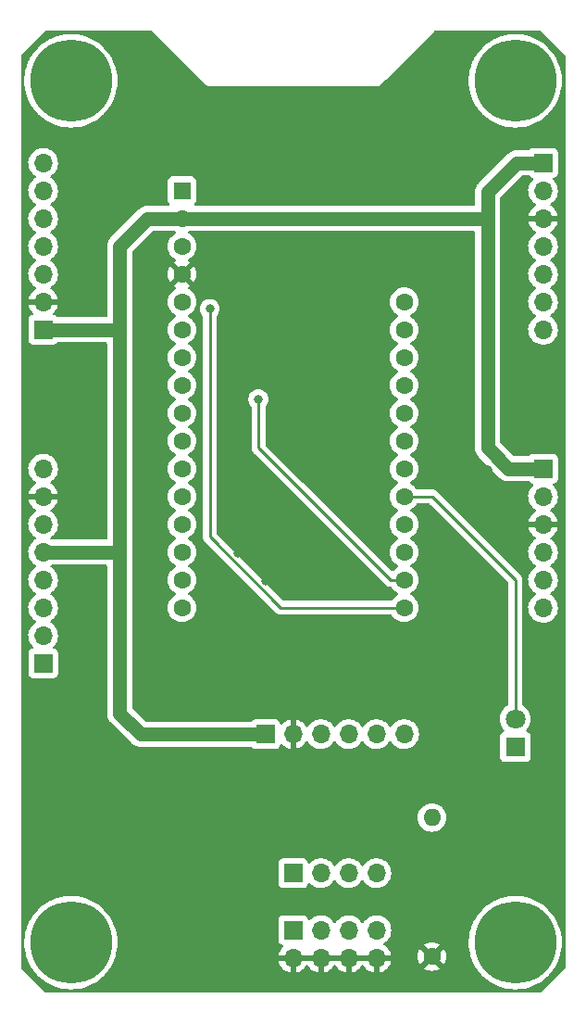
<source format=gbl>
G04 #@! TF.GenerationSoftware,KiCad,Pcbnew,(6.0.7)*
G04 #@! TF.CreationDate,2022-11-06T18:43:15-05:00*
G04 #@! TF.ProjectId,MDR_Breakout_Board,4d44525f-4272-4656-916b-6f75745f426f,rev?*
G04 #@! TF.SameCoordinates,Original*
G04 #@! TF.FileFunction,Copper,L2,Bot*
G04 #@! TF.FilePolarity,Positive*
%FSLAX46Y46*%
G04 Gerber Fmt 4.6, Leading zero omitted, Abs format (unit mm)*
G04 Created by KiCad (PCBNEW (6.0.7)) date 2022-11-06 18:43:15*
%MOMM*%
%LPD*%
G01*
G04 APERTURE LIST*
G04 #@! TA.AperFunction,ComponentPad*
%ADD10C,7.500000*%
G04 #@! TD*
G04 #@! TA.AperFunction,ComponentPad*
%ADD11R,1.700000X1.700000*%
G04 #@! TD*
G04 #@! TA.AperFunction,ComponentPad*
%ADD12O,1.700000X1.700000*%
G04 #@! TD*
G04 #@! TA.AperFunction,ComponentPad*
%ADD13R,1.800000X1.800000*%
G04 #@! TD*
G04 #@! TA.AperFunction,ComponentPad*
%ADD14C,1.800000*%
G04 #@! TD*
G04 #@! TA.AperFunction,ComponentPad*
%ADD15C,1.600000*%
G04 #@! TD*
G04 #@! TA.AperFunction,ComponentPad*
%ADD16O,1.600000X1.600000*%
G04 #@! TD*
G04 #@! TA.AperFunction,ComponentPad*
%ADD17R,1.600000X1.600000*%
G04 #@! TD*
G04 #@! TA.AperFunction,ViaPad*
%ADD18C,0.800000*%
G04 #@! TD*
G04 #@! TA.AperFunction,Conductor*
%ADD19C,1.270000*%
G04 #@! TD*
G04 #@! TA.AperFunction,Conductor*
%ADD20C,0.254000*%
G04 #@! TD*
G04 APERTURE END LIST*
D10*
X142240000Y-63500000D03*
D11*
X185420000Y-98940000D03*
D12*
X185420000Y-101480000D03*
X185420000Y-104020000D03*
X185420000Y-106560000D03*
X185420000Y-109100000D03*
X185420000Y-111640000D03*
D11*
X139700000Y-86240000D03*
D12*
X139700000Y-83700000D03*
X139700000Y-81160000D03*
X139700000Y-78620000D03*
X139700000Y-76080000D03*
X139700000Y-73540000D03*
X139700000Y-71000000D03*
D10*
X182880000Y-142240000D03*
X142240000Y-142240000D03*
D11*
X139700000Y-116720000D03*
D12*
X139700000Y-114180000D03*
X139700000Y-111640000D03*
X139700000Y-109100000D03*
X139700000Y-106560000D03*
X139700000Y-104020000D03*
X139700000Y-101480000D03*
X139700000Y-98940000D03*
D11*
X160020000Y-123190000D03*
D12*
X162560000Y-123190000D03*
X165100000Y-123190000D03*
X167640000Y-123190000D03*
X170180000Y-123190000D03*
X172720000Y-123190000D03*
D13*
X182880000Y-124340000D03*
D14*
X182880000Y-121800000D03*
D11*
X162560000Y-135890000D03*
D12*
X165100000Y-135890000D03*
X167640000Y-135890000D03*
X170180000Y-135890000D03*
D15*
X175260000Y-143510000D03*
D16*
X175260000Y-130810000D03*
D11*
X185420000Y-71000000D03*
D12*
X185420000Y-73540000D03*
X185420000Y-76080000D03*
X185420000Y-78620000D03*
X185420000Y-81160000D03*
X185420000Y-83700000D03*
X185420000Y-86240000D03*
D10*
X182880000Y-63500000D03*
D11*
X162560000Y-141090000D03*
D12*
X162560000Y-143630000D03*
X165100000Y-141090000D03*
X165100000Y-143630000D03*
X167640000Y-141090000D03*
X167640000Y-143630000D03*
X170180000Y-141090000D03*
X170180000Y-143630000D03*
D17*
X152400000Y-73540000D03*
D15*
X152400000Y-76080000D03*
X152400000Y-78620000D03*
X152400000Y-81160000D03*
X152400000Y-83700000D03*
X152400000Y-86240000D03*
X152400000Y-88780000D03*
X152400000Y-91320000D03*
X152400000Y-93860000D03*
X152400000Y-96400000D03*
X152400000Y-98940000D03*
X152400000Y-101480000D03*
X152400000Y-104020000D03*
X152400000Y-106560000D03*
X152400000Y-109100000D03*
X152400000Y-111640000D03*
X172720000Y-111640000D03*
X172720000Y-109100000D03*
X172720000Y-106560000D03*
X172720000Y-104020000D03*
X172720000Y-101480000D03*
X172720000Y-98940000D03*
X172720000Y-96400000D03*
X172720000Y-93860000D03*
X172720000Y-91320000D03*
X172720000Y-88780000D03*
X172720000Y-86240000D03*
X172720000Y-83700000D03*
D18*
X154940000Y-84335000D03*
X159385000Y-92590000D03*
X147320000Y-71120000D03*
X154940000Y-116840000D03*
X139700000Y-121920000D03*
X144780000Y-68580000D03*
X175260000Y-99060000D03*
X175260000Y-88900000D03*
X149860000Y-73660000D03*
X167640000Y-127000000D03*
X157480000Y-139700000D03*
X154940000Y-129540000D03*
X142240000Y-101600000D03*
X162560000Y-88900000D03*
X175260000Y-96520000D03*
X142240000Y-93980000D03*
X177800000Y-101600000D03*
X149860000Y-142240000D03*
X144780000Y-71120000D03*
X165100000Y-127000000D03*
X157480000Y-109220000D03*
X165100000Y-86360000D03*
X142240000Y-121920000D03*
X162560000Y-114300000D03*
X162560000Y-81280000D03*
X152400000Y-142240000D03*
X144780000Y-91440000D03*
X157480000Y-114300000D03*
X160020000Y-81280000D03*
X157480000Y-83820000D03*
X157480000Y-134620000D03*
X144780000Y-104140000D03*
X182880000Y-104140000D03*
X157480000Y-132080000D03*
X144780000Y-99060000D03*
X139700000Y-124460000D03*
X154940000Y-137160000D03*
X177800000Y-99060000D03*
X165100000Y-83820000D03*
X157480000Y-116840000D03*
X160020000Y-143510000D03*
X170180000Y-127000000D03*
X147320000Y-73660000D03*
X154940000Y-127000000D03*
X144780000Y-124460000D03*
X177800000Y-116840000D03*
X149860000Y-137160000D03*
X160020000Y-86360000D03*
X177800000Y-93980000D03*
X157480000Y-81280000D03*
X180340000Y-104140000D03*
X142240000Y-91440000D03*
X149860000Y-139700000D03*
X165100000Y-116840000D03*
X165100000Y-81280000D03*
X160020000Y-127000000D03*
X157480000Y-111760000D03*
X170180000Y-129540000D03*
X160020000Y-78740000D03*
X157480000Y-137160000D03*
X157480000Y-88900000D03*
X157480000Y-86360000D03*
X162560000Y-109220000D03*
X149860000Y-71120000D03*
X177800000Y-119380000D03*
X165100000Y-129540000D03*
X160020000Y-88900000D03*
X147320000Y-68580000D03*
X162560000Y-78740000D03*
X175260000Y-114300000D03*
X160020000Y-129540000D03*
X160020000Y-83820000D03*
X142240000Y-96520000D03*
X152400000Y-137160000D03*
X160020000Y-111760000D03*
X144780000Y-93980000D03*
X162560000Y-83820000D03*
X175260000Y-83820000D03*
X149860000Y-68580000D03*
X180340000Y-114300000D03*
X175260000Y-86360000D03*
X160020000Y-114300000D03*
X157480000Y-106680000D03*
X162560000Y-116840000D03*
X182880000Y-76200000D03*
X154940000Y-114300000D03*
X154940000Y-139700000D03*
X142240000Y-88900000D03*
X177800000Y-114300000D03*
X167640000Y-129540000D03*
X157480000Y-78740000D03*
X160020000Y-109220000D03*
X180340000Y-116840000D03*
X142240000Y-119380000D03*
X172720000Y-143510000D03*
X175260000Y-93980000D03*
X175260000Y-116840000D03*
X177800000Y-96520000D03*
X162560000Y-86360000D03*
X165100000Y-114300000D03*
X180340000Y-99060000D03*
X144780000Y-96520000D03*
X157480000Y-127000000D03*
X142240000Y-83820000D03*
X180340000Y-101600000D03*
X152400000Y-139700000D03*
X160020000Y-106680000D03*
X165100000Y-78740000D03*
X157480000Y-129540000D03*
X162560000Y-129540000D03*
X175260000Y-119380000D03*
X144780000Y-101600000D03*
X162560000Y-127000000D03*
X144780000Y-88900000D03*
X160020000Y-116840000D03*
X142240000Y-124460000D03*
D19*
X152400000Y-76080000D02*
X180220000Y-76080000D01*
D20*
X161411866Y-111640000D02*
X154940000Y-105168134D01*
X172720000Y-111640000D02*
X161411866Y-111640000D01*
X172720000Y-111640000D02*
X172600000Y-111760000D01*
X154940000Y-105168134D02*
X154940000Y-84335000D01*
X172720000Y-109100000D02*
X171450000Y-109100000D01*
X159385000Y-97035000D02*
X159385000Y-92590000D01*
X166370000Y-104020000D02*
X159385000Y-97035000D01*
X171450000Y-109100000D02*
X166370000Y-104020000D01*
X182880000Y-109100000D02*
X182880000Y-121800000D01*
X172720000Y-101480000D02*
X175260000Y-101480000D01*
X175260000Y-101480000D02*
X182880000Y-109100000D01*
D19*
X180340000Y-76200000D02*
X180340000Y-73660000D01*
X180340000Y-76200000D02*
X180340000Y-97035000D01*
X139700000Y-106560000D02*
X146685000Y-106560000D01*
X146685000Y-83700000D02*
X146685000Y-78620000D01*
X149225000Y-76080000D02*
X152400000Y-76080000D01*
X183000000Y-71000000D02*
X185420000Y-71000000D01*
X146685000Y-85605000D02*
X146685000Y-86240000D01*
X148590000Y-123190000D02*
X160020000Y-123190000D01*
X146685000Y-78620000D02*
X149225000Y-76080000D01*
X146685000Y-105925000D02*
X146685000Y-106560000D01*
X180340000Y-97035000D02*
X182245000Y-98940000D01*
X146685000Y-83700000D02*
X146685000Y-85605000D01*
X146685000Y-121285000D02*
X148590000Y-123190000D01*
X180220000Y-76080000D02*
X180340000Y-76200000D01*
X182245000Y-98940000D02*
X185420000Y-98940000D01*
X146685000Y-103385000D02*
X146685000Y-105925000D01*
X139700000Y-86240000D02*
X146685000Y-86240000D01*
X146685000Y-86240000D02*
X146685000Y-103385000D01*
X180340000Y-73660000D02*
X183000000Y-71000000D01*
X146685000Y-106560000D02*
X146685000Y-121285000D01*
G04 #@! TA.AperFunction,Conductor*
G36*
X149665304Y-58948502D02*
G01*
X149686278Y-58965405D01*
X154530177Y-63809304D01*
X154537800Y-63818844D01*
X154538168Y-63818530D01*
X154543986Y-63825366D01*
X154548776Y-63832958D01*
X154555504Y-63838900D01*
X154589125Y-63868593D01*
X154594812Y-63873939D01*
X154606255Y-63885382D01*
X154613020Y-63890452D01*
X154614630Y-63891659D01*
X154622459Y-63898033D01*
X154657951Y-63929378D01*
X154666074Y-63933192D01*
X154668562Y-63934826D01*
X154683523Y-63943814D01*
X154686108Y-63945229D01*
X154693295Y-63950616D01*
X154737642Y-63967241D01*
X154746958Y-63971167D01*
X154789800Y-63991281D01*
X154798669Y-63992662D01*
X154801502Y-63993528D01*
X154818389Y-63997958D01*
X154821274Y-63998592D01*
X154829684Y-64001745D01*
X154858842Y-64003912D01*
X154876906Y-64005254D01*
X154886952Y-64006408D01*
X154895575Y-64007751D01*
X154895578Y-64007751D01*
X154900386Y-64008500D01*
X154915906Y-64008500D01*
X154925243Y-64008846D01*
X154974941Y-64012539D01*
X154983720Y-64010665D01*
X154991978Y-64010102D01*
X155007161Y-64008500D01*
X170108928Y-64008500D01*
X170121058Y-64009855D01*
X170121097Y-64009373D01*
X170130044Y-64010093D01*
X170138800Y-64012074D01*
X170192508Y-64008742D01*
X170200310Y-64008500D01*
X170216513Y-64008500D01*
X170225429Y-64007223D01*
X170226878Y-64007016D01*
X170236928Y-64005987D01*
X170275216Y-64003611D01*
X170284177Y-64003055D01*
X170292623Y-64000006D01*
X170295514Y-63999407D01*
X170312480Y-63995178D01*
X170315305Y-63994352D01*
X170324187Y-63993080D01*
X170367298Y-63973478D01*
X170376649Y-63969672D01*
X170412735Y-63956645D01*
X170421181Y-63953596D01*
X170428429Y-63948301D01*
X170431027Y-63946920D01*
X170446145Y-63938085D01*
X170448614Y-63936506D01*
X170456782Y-63932792D01*
X170492653Y-63901884D01*
X170500569Y-63895599D01*
X170507615Y-63890452D01*
X170507620Y-63890447D01*
X170511552Y-63887575D01*
X170522527Y-63876600D01*
X170529375Y-63870242D01*
X170560323Y-63843576D01*
X170560324Y-63843575D01*
X170567127Y-63837713D01*
X170572011Y-63830178D01*
X170577458Y-63823934D01*
X170587058Y-63812069D01*
X171033041Y-63366086D01*
X178618775Y-63366086D01*
X178625084Y-63767697D01*
X178669160Y-64166932D01*
X178750611Y-64560247D01*
X178868716Y-64944151D01*
X179022425Y-65315237D01*
X179210374Y-65670211D01*
X179211999Y-65672685D01*
X179212005Y-65672695D01*
X179423199Y-65994207D01*
X179430894Y-66005922D01*
X179682030Y-66319390D01*
X179684094Y-66321520D01*
X179684102Y-66321529D01*
X179893220Y-66537321D01*
X179961550Y-66607833D01*
X180266976Y-66868691D01*
X180595594Y-67099648D01*
X180771952Y-67200241D01*
X180941913Y-67297185D01*
X180941918Y-67297188D01*
X180944489Y-67298654D01*
X181310564Y-67463943D01*
X181690569Y-67594048D01*
X181693443Y-67594738D01*
X181693450Y-67594740D01*
X182078253Y-67687123D01*
X182078257Y-67687124D01*
X182081132Y-67687814D01*
X182084065Y-67688231D01*
X182084068Y-67688232D01*
X182215313Y-67706911D01*
X182478785Y-67744408D01*
X182880000Y-67763329D01*
X183281215Y-67744408D01*
X183544687Y-67706911D01*
X183675932Y-67688232D01*
X183675935Y-67688231D01*
X183678868Y-67687814D01*
X183681743Y-67687124D01*
X183681747Y-67687123D01*
X184066550Y-67594740D01*
X184066557Y-67594738D01*
X184069431Y-67594048D01*
X184449436Y-67463943D01*
X184815511Y-67298654D01*
X184818082Y-67297188D01*
X184818087Y-67297185D01*
X184988048Y-67200241D01*
X185164406Y-67099648D01*
X185493024Y-66868691D01*
X185798450Y-66607833D01*
X185866780Y-66537321D01*
X186075898Y-66321529D01*
X186075906Y-66321520D01*
X186077970Y-66319390D01*
X186329106Y-66005922D01*
X186336801Y-65994207D01*
X186547995Y-65672695D01*
X186548001Y-65672685D01*
X186549626Y-65670211D01*
X186737575Y-65315237D01*
X186891284Y-64944151D01*
X187009389Y-64560247D01*
X187090840Y-64166932D01*
X187108154Y-64010102D01*
X187134645Y-63770153D01*
X187134645Y-63770149D01*
X187134916Y-63767697D01*
X187134993Y-63765244D01*
X187134994Y-63765231D01*
X187143251Y-63502468D01*
X187143329Y-63500000D01*
X187124408Y-63098785D01*
X187067814Y-62701132D01*
X186974048Y-62310569D01*
X186843943Y-61930564D01*
X186678654Y-61564489D01*
X186609695Y-61443590D01*
X186481113Y-61218163D01*
X186479648Y-61215594D01*
X186248691Y-60886976D01*
X185987833Y-60581550D01*
X185886530Y-60483381D01*
X185701529Y-60304102D01*
X185701520Y-60304094D01*
X185699390Y-60302030D01*
X185385922Y-60050894D01*
X185374207Y-60043199D01*
X185052695Y-59832005D01*
X185052685Y-59831999D01*
X185050211Y-59830374D01*
X184695237Y-59642425D01*
X184324151Y-59488716D01*
X183940247Y-59370611D01*
X183937344Y-59370010D01*
X183937337Y-59370008D01*
X183549851Y-59289764D01*
X183549841Y-59289762D01*
X183546932Y-59289160D01*
X183147697Y-59245084D01*
X183144716Y-59245037D01*
X183144713Y-59245037D01*
X183032454Y-59243274D01*
X182746086Y-59238775D01*
X182743142Y-59239007D01*
X182743132Y-59239007D01*
X182358775Y-59269257D01*
X182345663Y-59270289D01*
X181949984Y-59339346D01*
X181947117Y-59340130D01*
X181947105Y-59340133D01*
X181565423Y-59444549D01*
X181565413Y-59444552D01*
X181562559Y-59445333D01*
X181559795Y-59446377D01*
X181559784Y-59446381D01*
X181189601Y-59586262D01*
X181186828Y-59587310D01*
X180826126Y-59764016D01*
X180823591Y-59765569D01*
X180823590Y-59765570D01*
X180715178Y-59832005D01*
X180483654Y-59973883D01*
X180162452Y-60215049D01*
X179865371Y-60485371D01*
X179595049Y-60782452D01*
X179353883Y-61103654D01*
X179144016Y-61446126D01*
X179142704Y-61448805D01*
X179142703Y-61448806D01*
X179086031Y-61564489D01*
X178967310Y-61806828D01*
X178966263Y-61809598D01*
X178966262Y-61809601D01*
X178826381Y-62179784D01*
X178826377Y-62179795D01*
X178825333Y-62182559D01*
X178824552Y-62185413D01*
X178824549Y-62185423D01*
X178720133Y-62567105D01*
X178720130Y-62567117D01*
X178719346Y-62569984D01*
X178650289Y-62965663D01*
X178650057Y-62968611D01*
X178640044Y-63095843D01*
X178618775Y-63366086D01*
X171033041Y-63366086D01*
X175433722Y-58965405D01*
X175496034Y-58931379D01*
X175522817Y-58928500D01*
X185157183Y-58928500D01*
X185225304Y-58948502D01*
X185246278Y-58965405D01*
X187414595Y-61133723D01*
X187448621Y-61196035D01*
X187451500Y-61222818D01*
X187451500Y-144517182D01*
X187431498Y-144585303D01*
X187414595Y-144606277D01*
X185246278Y-146774595D01*
X185183966Y-146808620D01*
X185157183Y-146811500D01*
X139962818Y-146811500D01*
X139894697Y-146791498D01*
X139873723Y-146774595D01*
X137705405Y-144606278D01*
X137671380Y-144543966D01*
X137668500Y-144517183D01*
X137668500Y-142106086D01*
X137978775Y-142106086D01*
X137981957Y-142308642D01*
X137984846Y-142492520D01*
X137985084Y-142507697D01*
X138029160Y-142906932D01*
X138029762Y-142909841D01*
X138029764Y-142909851D01*
X138105732Y-143276688D01*
X138110611Y-143300247D01*
X138111484Y-143303083D01*
X138111484Y-143303085D01*
X138132872Y-143372607D01*
X138228716Y-143684151D01*
X138382425Y-144055237D01*
X138570374Y-144410211D01*
X138571999Y-144412685D01*
X138572005Y-144412695D01*
X138699165Y-144606278D01*
X138790894Y-144745922D01*
X138914487Y-144900191D01*
X139039941Y-145056782D01*
X139042030Y-145059390D01*
X139044094Y-145061520D01*
X139044102Y-145061529D01*
X139158778Y-145179865D01*
X139321550Y-145347833D01*
X139626976Y-145608691D01*
X139955594Y-145839648D01*
X140131952Y-145940241D01*
X140301913Y-146037185D01*
X140301918Y-146037188D01*
X140304489Y-146038654D01*
X140670564Y-146203943D01*
X141050569Y-146334048D01*
X141053443Y-146334738D01*
X141053450Y-146334740D01*
X141438253Y-146427123D01*
X141438257Y-146427124D01*
X141441132Y-146427814D01*
X141444065Y-146428231D01*
X141444068Y-146428232D01*
X141575313Y-146446911D01*
X141838785Y-146484408D01*
X142240000Y-146503329D01*
X142641215Y-146484408D01*
X142904687Y-146446911D01*
X143035932Y-146428232D01*
X143035935Y-146428231D01*
X143038868Y-146427814D01*
X143041743Y-146427124D01*
X143041747Y-146427123D01*
X143426550Y-146334740D01*
X143426557Y-146334738D01*
X143429431Y-146334048D01*
X143809436Y-146203943D01*
X144175511Y-146038654D01*
X144178082Y-146037188D01*
X144178087Y-146037185D01*
X144348048Y-145940241D01*
X144524406Y-145839648D01*
X144853024Y-145608691D01*
X145158450Y-145347833D01*
X145321222Y-145179865D01*
X145435898Y-145061529D01*
X145435906Y-145061520D01*
X145437970Y-145059390D01*
X145440060Y-145056782D01*
X145565513Y-144900191D01*
X145689106Y-144745922D01*
X145780835Y-144606278D01*
X145907995Y-144412695D01*
X145908001Y-144412685D01*
X145909626Y-144410211D01*
X146097575Y-144055237D01*
X146162719Y-143897966D01*
X161228257Y-143897966D01*
X161258565Y-144032446D01*
X161261645Y-144042275D01*
X161341770Y-144239603D01*
X161346413Y-144248794D01*
X161457694Y-144430388D01*
X161463777Y-144438699D01*
X161603213Y-144599667D01*
X161610580Y-144606883D01*
X161774434Y-144742916D01*
X161782881Y-144748831D01*
X161966756Y-144856279D01*
X161976042Y-144860729D01*
X162175001Y-144936703D01*
X162184899Y-144939579D01*
X162288250Y-144960606D01*
X162302299Y-144959410D01*
X162306000Y-144949065D01*
X162306000Y-144948517D01*
X162814000Y-144948517D01*
X162818064Y-144962359D01*
X162831478Y-144964393D01*
X162838184Y-144963534D01*
X162848262Y-144961392D01*
X163052255Y-144900191D01*
X163061842Y-144896433D01*
X163253095Y-144802739D01*
X163261945Y-144797464D01*
X163435328Y-144673792D01*
X163443200Y-144667139D01*
X163594052Y-144516812D01*
X163600730Y-144508965D01*
X163728022Y-144331819D01*
X163729147Y-144332627D01*
X163776669Y-144288876D01*
X163846607Y-144276661D01*
X163912046Y-144304197D01*
X163939870Y-144336028D01*
X163997690Y-144430383D01*
X164003777Y-144438699D01*
X164143213Y-144599667D01*
X164150580Y-144606883D01*
X164314434Y-144742916D01*
X164322881Y-144748831D01*
X164506756Y-144856279D01*
X164516042Y-144860729D01*
X164715001Y-144936703D01*
X164724899Y-144939579D01*
X164828250Y-144960606D01*
X164842299Y-144959410D01*
X164846000Y-144949065D01*
X164846000Y-144948517D01*
X165354000Y-144948517D01*
X165358064Y-144962359D01*
X165371478Y-144964393D01*
X165378184Y-144963534D01*
X165388262Y-144961392D01*
X165592255Y-144900191D01*
X165601842Y-144896433D01*
X165793095Y-144802739D01*
X165801945Y-144797464D01*
X165975328Y-144673792D01*
X165983200Y-144667139D01*
X166134052Y-144516812D01*
X166140730Y-144508965D01*
X166268022Y-144331819D01*
X166269147Y-144332627D01*
X166316669Y-144288876D01*
X166386607Y-144276661D01*
X166452046Y-144304197D01*
X166479870Y-144336028D01*
X166537690Y-144430383D01*
X166543777Y-144438699D01*
X166683213Y-144599667D01*
X166690580Y-144606883D01*
X166854434Y-144742916D01*
X166862881Y-144748831D01*
X167046756Y-144856279D01*
X167056042Y-144860729D01*
X167255001Y-144936703D01*
X167264899Y-144939579D01*
X167368250Y-144960606D01*
X167382299Y-144959410D01*
X167386000Y-144949065D01*
X167386000Y-144948517D01*
X167894000Y-144948517D01*
X167898064Y-144962359D01*
X167911478Y-144964393D01*
X167918184Y-144963534D01*
X167928262Y-144961392D01*
X168132255Y-144900191D01*
X168141842Y-144896433D01*
X168333095Y-144802739D01*
X168341945Y-144797464D01*
X168515328Y-144673792D01*
X168523200Y-144667139D01*
X168674052Y-144516812D01*
X168680730Y-144508965D01*
X168808022Y-144331819D01*
X168809147Y-144332627D01*
X168856669Y-144288876D01*
X168926607Y-144276661D01*
X168992046Y-144304197D01*
X169019870Y-144336028D01*
X169077690Y-144430383D01*
X169083777Y-144438699D01*
X169223213Y-144599667D01*
X169230580Y-144606883D01*
X169394434Y-144742916D01*
X169402881Y-144748831D01*
X169586756Y-144856279D01*
X169596042Y-144860729D01*
X169795001Y-144936703D01*
X169804899Y-144939579D01*
X169908250Y-144960606D01*
X169922299Y-144959410D01*
X169926000Y-144949065D01*
X169926000Y-144948517D01*
X170434000Y-144948517D01*
X170438064Y-144962359D01*
X170451478Y-144964393D01*
X170458184Y-144963534D01*
X170468262Y-144961392D01*
X170672255Y-144900191D01*
X170681842Y-144896433D01*
X170873095Y-144802739D01*
X170881945Y-144797464D01*
X171055328Y-144673792D01*
X171063200Y-144667139D01*
X171134525Y-144596062D01*
X174538493Y-144596062D01*
X174547789Y-144608077D01*
X174598994Y-144643931D01*
X174608489Y-144649414D01*
X174805947Y-144741490D01*
X174816239Y-144745236D01*
X175026688Y-144801625D01*
X175037481Y-144803528D01*
X175254525Y-144822517D01*
X175265475Y-144822517D01*
X175482519Y-144803528D01*
X175493312Y-144801625D01*
X175703761Y-144745236D01*
X175714053Y-144741490D01*
X175911511Y-144649414D01*
X175921006Y-144643931D01*
X175973048Y-144607491D01*
X175981424Y-144597012D01*
X175974356Y-144583566D01*
X175272812Y-143882022D01*
X175258868Y-143874408D01*
X175257035Y-143874539D01*
X175250420Y-143878790D01*
X174544923Y-144584287D01*
X174538493Y-144596062D01*
X171134525Y-144596062D01*
X171214052Y-144516812D01*
X171220730Y-144508965D01*
X171345003Y-144336020D01*
X171350313Y-144327183D01*
X171444670Y-144136267D01*
X171448469Y-144126672D01*
X171510377Y-143922910D01*
X171512555Y-143912837D01*
X171513986Y-143901962D01*
X171511775Y-143887778D01*
X171498617Y-143884000D01*
X170452115Y-143884000D01*
X170436876Y-143888475D01*
X170435671Y-143889865D01*
X170434000Y-143897548D01*
X170434000Y-144948517D01*
X169926000Y-144948517D01*
X169926000Y-143902115D01*
X169921525Y-143886876D01*
X169920135Y-143885671D01*
X169912452Y-143884000D01*
X167912115Y-143884000D01*
X167896876Y-143888475D01*
X167895671Y-143889865D01*
X167894000Y-143897548D01*
X167894000Y-144948517D01*
X167386000Y-144948517D01*
X167386000Y-143902115D01*
X167381525Y-143886876D01*
X167380135Y-143885671D01*
X167372452Y-143884000D01*
X165372115Y-143884000D01*
X165356876Y-143888475D01*
X165355671Y-143889865D01*
X165354000Y-143897548D01*
X165354000Y-144948517D01*
X164846000Y-144948517D01*
X164846000Y-143902115D01*
X164841525Y-143886876D01*
X164840135Y-143885671D01*
X164832452Y-143884000D01*
X162832115Y-143884000D01*
X162816876Y-143888475D01*
X162815671Y-143889865D01*
X162814000Y-143897548D01*
X162814000Y-144948517D01*
X162306000Y-144948517D01*
X162306000Y-143902115D01*
X162301525Y-143886876D01*
X162300135Y-143885671D01*
X162292452Y-143884000D01*
X161243225Y-143884000D01*
X161229694Y-143887973D01*
X161228257Y-143897966D01*
X146162719Y-143897966D01*
X146251284Y-143684151D01*
X146303176Y-143515475D01*
X173947483Y-143515475D01*
X173966472Y-143732519D01*
X173968375Y-143743312D01*
X174024764Y-143953761D01*
X174028510Y-143964053D01*
X174120586Y-144161511D01*
X174126069Y-144171006D01*
X174162509Y-144223048D01*
X174172988Y-144231424D01*
X174186434Y-144224356D01*
X174887978Y-143522812D01*
X174894356Y-143511132D01*
X175624408Y-143511132D01*
X175624539Y-143512965D01*
X175628790Y-143519580D01*
X176334287Y-144225077D01*
X176346062Y-144231507D01*
X176358077Y-144222211D01*
X176393931Y-144171006D01*
X176399414Y-144161511D01*
X176491490Y-143964053D01*
X176495236Y-143953761D01*
X176551625Y-143743312D01*
X176553528Y-143732519D01*
X176572517Y-143515475D01*
X176572517Y-143504525D01*
X176553528Y-143287481D01*
X176551625Y-143276688D01*
X176495236Y-143066239D01*
X176491490Y-143055947D01*
X176399414Y-142858489D01*
X176393931Y-142848994D01*
X176357491Y-142796952D01*
X176347012Y-142788576D01*
X176333566Y-142795644D01*
X175632022Y-143497188D01*
X175624408Y-143511132D01*
X174894356Y-143511132D01*
X174895592Y-143508868D01*
X174895461Y-143507035D01*
X174891210Y-143500420D01*
X174185713Y-142794923D01*
X174173938Y-142788493D01*
X174161923Y-142797789D01*
X174126069Y-142848994D01*
X174120586Y-142858489D01*
X174028510Y-143055947D01*
X174024764Y-143066239D01*
X173968375Y-143276688D01*
X173966472Y-143287481D01*
X173947483Y-143504525D01*
X173947483Y-143515475D01*
X146303176Y-143515475D01*
X146347128Y-143372607D01*
X146368516Y-143303085D01*
X146368516Y-143303083D01*
X146369389Y-143300247D01*
X146374268Y-143276688D01*
X146450236Y-142909851D01*
X146450238Y-142909841D01*
X146450840Y-142906932D01*
X146480614Y-142637240D01*
X146494645Y-142510153D01*
X146494645Y-142510149D01*
X146494916Y-142507697D01*
X146494993Y-142505244D01*
X146494994Y-142505231D01*
X146499801Y-142352245D01*
X146503329Y-142240000D01*
X146491451Y-141988134D01*
X161201500Y-141988134D01*
X161208255Y-142050316D01*
X161259385Y-142186705D01*
X161346739Y-142303261D01*
X161463295Y-142390615D01*
X161471704Y-142393767D01*
X161471705Y-142393768D01*
X161580960Y-142434726D01*
X161637725Y-142477367D01*
X161662425Y-142543929D01*
X161647218Y-142613278D01*
X161627825Y-142639759D01*
X161504590Y-142768717D01*
X161498104Y-142776727D01*
X161378098Y-142952649D01*
X161373000Y-142961623D01*
X161283338Y-143154783D01*
X161279775Y-143164470D01*
X161224389Y-143364183D01*
X161225912Y-143372607D01*
X161238292Y-143376000D01*
X171498344Y-143376000D01*
X171511875Y-143372027D01*
X171513180Y-143362947D01*
X171471214Y-143195875D01*
X171467894Y-143186124D01*
X171382972Y-142990814D01*
X171378105Y-142981739D01*
X171262426Y-142802926D01*
X171256136Y-142794757D01*
X171112806Y-142637240D01*
X171105273Y-142630215D01*
X170938139Y-142498222D01*
X170929556Y-142492520D01*
X170892602Y-142472120D01*
X170843920Y-142422988D01*
X174538576Y-142422988D01*
X174545644Y-142436434D01*
X175247188Y-143137978D01*
X175261132Y-143145592D01*
X175262965Y-143145461D01*
X175269580Y-143141210D01*
X175975077Y-142435713D01*
X175981507Y-142423938D01*
X175972211Y-142411923D01*
X175921006Y-142376069D01*
X175911511Y-142370586D01*
X175714053Y-142278510D01*
X175703761Y-142274764D01*
X175493312Y-142218375D01*
X175482519Y-142216472D01*
X175265475Y-142197483D01*
X175254525Y-142197483D01*
X175037481Y-142216472D01*
X175026688Y-142218375D01*
X174816239Y-142274764D01*
X174805947Y-142278510D01*
X174608489Y-142370586D01*
X174598994Y-142376069D01*
X174546952Y-142412509D01*
X174538576Y-142422988D01*
X170843920Y-142422988D01*
X170842631Y-142421687D01*
X170827859Y-142352245D01*
X170852975Y-142285839D01*
X170880327Y-142259232D01*
X170907289Y-142240000D01*
X171059860Y-142131173D01*
X171082053Y-142109058D01*
X171085035Y-142106086D01*
X178618775Y-142106086D01*
X178621957Y-142308642D01*
X178624846Y-142492520D01*
X178625084Y-142507697D01*
X178669160Y-142906932D01*
X178669762Y-142909841D01*
X178669764Y-142909851D01*
X178745732Y-143276688D01*
X178750611Y-143300247D01*
X178751484Y-143303083D01*
X178751484Y-143303085D01*
X178772872Y-143372607D01*
X178868716Y-143684151D01*
X179022425Y-144055237D01*
X179210374Y-144410211D01*
X179211999Y-144412685D01*
X179212005Y-144412695D01*
X179339165Y-144606278D01*
X179430894Y-144745922D01*
X179554487Y-144900191D01*
X179679941Y-145056782D01*
X179682030Y-145059390D01*
X179684094Y-145061520D01*
X179684102Y-145061529D01*
X179798778Y-145179865D01*
X179961550Y-145347833D01*
X180266976Y-145608691D01*
X180595594Y-145839648D01*
X180771952Y-145940241D01*
X180941913Y-146037185D01*
X180941918Y-146037188D01*
X180944489Y-146038654D01*
X181310564Y-146203943D01*
X181690569Y-146334048D01*
X181693443Y-146334738D01*
X181693450Y-146334740D01*
X182078253Y-146427123D01*
X182078257Y-146427124D01*
X182081132Y-146427814D01*
X182084065Y-146428231D01*
X182084068Y-146428232D01*
X182215313Y-146446911D01*
X182478785Y-146484408D01*
X182880000Y-146503329D01*
X183281215Y-146484408D01*
X183544687Y-146446911D01*
X183675932Y-146428232D01*
X183675935Y-146428231D01*
X183678868Y-146427814D01*
X183681743Y-146427124D01*
X183681747Y-146427123D01*
X184066550Y-146334740D01*
X184066557Y-146334738D01*
X184069431Y-146334048D01*
X184449436Y-146203943D01*
X184815511Y-146038654D01*
X184818082Y-146037188D01*
X184818087Y-146037185D01*
X184988048Y-145940241D01*
X185164406Y-145839648D01*
X185493024Y-145608691D01*
X185798450Y-145347833D01*
X185961222Y-145179865D01*
X186075898Y-145061529D01*
X186075906Y-145061520D01*
X186077970Y-145059390D01*
X186080060Y-145056782D01*
X186205513Y-144900191D01*
X186329106Y-144745922D01*
X186420835Y-144606278D01*
X186547995Y-144412695D01*
X186548001Y-144412685D01*
X186549626Y-144410211D01*
X186737575Y-144055237D01*
X186891284Y-143684151D01*
X186987128Y-143372607D01*
X187008516Y-143303085D01*
X187008516Y-143303083D01*
X187009389Y-143300247D01*
X187014268Y-143276688D01*
X187090236Y-142909851D01*
X187090238Y-142909841D01*
X187090840Y-142906932D01*
X187120614Y-142637240D01*
X187134645Y-142510153D01*
X187134645Y-142510149D01*
X187134916Y-142507697D01*
X187134993Y-142505244D01*
X187134994Y-142505231D01*
X187139801Y-142352245D01*
X187143329Y-142240000D01*
X187124408Y-141838785D01*
X187067814Y-141441132D01*
X187052674Y-141378069D01*
X186974740Y-141053450D01*
X186974738Y-141053443D01*
X186974048Y-141050569D01*
X186843943Y-140670564D01*
X186678654Y-140304489D01*
X186650117Y-140254457D01*
X186481113Y-139958163D01*
X186479648Y-139955594D01*
X186248691Y-139626976D01*
X185987833Y-139321550D01*
X185886530Y-139223381D01*
X185701529Y-139044102D01*
X185701520Y-139044094D01*
X185699390Y-139042030D01*
X185385922Y-138790894D01*
X185374207Y-138783199D01*
X185052695Y-138572005D01*
X185052685Y-138571999D01*
X185050211Y-138570374D01*
X184695237Y-138382425D01*
X184324151Y-138228716D01*
X183940247Y-138110611D01*
X183937344Y-138110010D01*
X183937337Y-138110008D01*
X183549851Y-138029764D01*
X183549841Y-138029762D01*
X183546932Y-138029160D01*
X183147697Y-137985084D01*
X183144716Y-137985037D01*
X183144713Y-137985037D01*
X183032454Y-137983274D01*
X182746086Y-137978775D01*
X182743142Y-137979007D01*
X182743132Y-137979007D01*
X182358775Y-138009257D01*
X182345663Y-138010289D01*
X181949984Y-138079346D01*
X181947117Y-138080130D01*
X181947105Y-138080133D01*
X181565423Y-138184549D01*
X181565413Y-138184552D01*
X181562559Y-138185333D01*
X181559795Y-138186377D01*
X181559784Y-138186381D01*
X181189601Y-138326262D01*
X181186828Y-138327310D01*
X180826126Y-138504016D01*
X180823591Y-138505569D01*
X180823590Y-138505570D01*
X180715178Y-138572005D01*
X180483654Y-138713883D01*
X180162452Y-138955049D01*
X179865371Y-139225371D01*
X179595049Y-139522452D01*
X179353883Y-139843654D01*
X179248950Y-140014890D01*
X179173790Y-140137540D01*
X179144016Y-140186126D01*
X179142704Y-140188805D01*
X179142703Y-140188806D01*
X179018277Y-140442792D01*
X178967310Y-140546828D01*
X178966263Y-140549598D01*
X178966262Y-140549601D01*
X178826381Y-140919784D01*
X178826377Y-140919795D01*
X178825333Y-140922559D01*
X178824552Y-140925413D01*
X178824549Y-140925423D01*
X178720133Y-141307105D01*
X178720130Y-141307117D01*
X178719346Y-141309984D01*
X178650289Y-141705663D01*
X178650057Y-141708611D01*
X178621664Y-142069382D01*
X178618775Y-142106086D01*
X171085035Y-142106086D01*
X171203616Y-141987918D01*
X171218096Y-141973489D01*
X171348453Y-141792077D01*
X171369320Y-141749857D01*
X171445136Y-141596453D01*
X171445137Y-141596451D01*
X171447430Y-141591811D01*
X171512370Y-141378069D01*
X171541529Y-141156590D01*
X171543156Y-141090000D01*
X171524852Y-140867361D01*
X171470431Y-140650702D01*
X171381354Y-140445840D01*
X171289910Y-140304489D01*
X171262822Y-140262617D01*
X171262820Y-140262614D01*
X171260014Y-140258277D01*
X171109670Y-140093051D01*
X171105619Y-140089852D01*
X171105615Y-140089848D01*
X170938414Y-139957800D01*
X170938410Y-139957798D01*
X170934359Y-139954598D01*
X170738789Y-139846638D01*
X170733920Y-139844914D01*
X170733916Y-139844912D01*
X170533087Y-139773795D01*
X170533083Y-139773794D01*
X170528212Y-139772069D01*
X170523119Y-139771162D01*
X170523116Y-139771161D01*
X170313373Y-139733800D01*
X170313367Y-139733799D01*
X170308284Y-139732894D01*
X170234452Y-139731992D01*
X170090081Y-139730228D01*
X170090079Y-139730228D01*
X170084911Y-139730165D01*
X169864091Y-139763955D01*
X169651756Y-139833357D01*
X169453607Y-139936507D01*
X169449474Y-139939610D01*
X169449471Y-139939612D01*
X169279100Y-140067530D01*
X169274965Y-140070635D01*
X169271393Y-140074373D01*
X169163729Y-140187037D01*
X169120629Y-140232138D01*
X169013201Y-140389621D01*
X168958293Y-140434621D01*
X168887768Y-140442792D01*
X168824021Y-140411538D01*
X168803324Y-140387054D01*
X168722822Y-140262617D01*
X168722820Y-140262614D01*
X168720014Y-140258277D01*
X168569670Y-140093051D01*
X168565619Y-140089852D01*
X168565615Y-140089848D01*
X168398414Y-139957800D01*
X168398410Y-139957798D01*
X168394359Y-139954598D01*
X168198789Y-139846638D01*
X168193920Y-139844914D01*
X168193916Y-139844912D01*
X167993087Y-139773795D01*
X167993083Y-139773794D01*
X167988212Y-139772069D01*
X167983119Y-139771162D01*
X167983116Y-139771161D01*
X167773373Y-139733800D01*
X167773367Y-139733799D01*
X167768284Y-139732894D01*
X167694452Y-139731992D01*
X167550081Y-139730228D01*
X167550079Y-139730228D01*
X167544911Y-139730165D01*
X167324091Y-139763955D01*
X167111756Y-139833357D01*
X166913607Y-139936507D01*
X166909474Y-139939610D01*
X166909471Y-139939612D01*
X166739100Y-140067530D01*
X166734965Y-140070635D01*
X166731393Y-140074373D01*
X166623729Y-140187037D01*
X166580629Y-140232138D01*
X166473201Y-140389621D01*
X166418293Y-140434621D01*
X166347768Y-140442792D01*
X166284021Y-140411538D01*
X166263324Y-140387054D01*
X166182822Y-140262617D01*
X166182820Y-140262614D01*
X166180014Y-140258277D01*
X166029670Y-140093051D01*
X166025619Y-140089852D01*
X166025615Y-140089848D01*
X165858414Y-139957800D01*
X165858410Y-139957798D01*
X165854359Y-139954598D01*
X165658789Y-139846638D01*
X165653920Y-139844914D01*
X165653916Y-139844912D01*
X165453087Y-139773795D01*
X165453083Y-139773794D01*
X165448212Y-139772069D01*
X165443119Y-139771162D01*
X165443116Y-139771161D01*
X165233373Y-139733800D01*
X165233367Y-139733799D01*
X165228284Y-139732894D01*
X165154452Y-139731992D01*
X165010081Y-139730228D01*
X165010079Y-139730228D01*
X165004911Y-139730165D01*
X164784091Y-139763955D01*
X164571756Y-139833357D01*
X164373607Y-139936507D01*
X164369474Y-139939610D01*
X164369471Y-139939612D01*
X164199100Y-140067530D01*
X164194965Y-140070635D01*
X164138537Y-140129684D01*
X164114283Y-140155064D01*
X164052759Y-140190494D01*
X163981846Y-140187037D01*
X163924060Y-140145791D01*
X163905207Y-140112243D01*
X163863767Y-140001703D01*
X163860615Y-139993295D01*
X163773261Y-139876739D01*
X163656705Y-139789385D01*
X163520316Y-139738255D01*
X163458134Y-139731500D01*
X161661866Y-139731500D01*
X161599684Y-139738255D01*
X161463295Y-139789385D01*
X161346739Y-139876739D01*
X161259385Y-139993295D01*
X161208255Y-140129684D01*
X161201500Y-140191866D01*
X161201500Y-141988134D01*
X146491451Y-141988134D01*
X146484408Y-141838785D01*
X146427814Y-141441132D01*
X146412674Y-141378069D01*
X146334740Y-141053450D01*
X146334738Y-141053443D01*
X146334048Y-141050569D01*
X146203943Y-140670564D01*
X146038654Y-140304489D01*
X146010117Y-140254457D01*
X145841113Y-139958163D01*
X145839648Y-139955594D01*
X145608691Y-139626976D01*
X145347833Y-139321550D01*
X145246530Y-139223381D01*
X145061529Y-139044102D01*
X145061520Y-139044094D01*
X145059390Y-139042030D01*
X144745922Y-138790894D01*
X144734207Y-138783199D01*
X144412695Y-138572005D01*
X144412685Y-138571999D01*
X144410211Y-138570374D01*
X144055237Y-138382425D01*
X143684151Y-138228716D01*
X143300247Y-138110611D01*
X143297344Y-138110010D01*
X143297337Y-138110008D01*
X142909851Y-138029764D01*
X142909841Y-138029762D01*
X142906932Y-138029160D01*
X142507697Y-137985084D01*
X142504716Y-137985037D01*
X142504713Y-137985037D01*
X142392454Y-137983274D01*
X142106086Y-137978775D01*
X142103142Y-137979007D01*
X142103132Y-137979007D01*
X141718775Y-138009257D01*
X141705663Y-138010289D01*
X141309984Y-138079346D01*
X141307117Y-138080130D01*
X141307105Y-138080133D01*
X140925423Y-138184549D01*
X140925413Y-138184552D01*
X140922559Y-138185333D01*
X140919795Y-138186377D01*
X140919784Y-138186381D01*
X140549601Y-138326262D01*
X140546828Y-138327310D01*
X140186126Y-138504016D01*
X140183591Y-138505569D01*
X140183590Y-138505570D01*
X140075178Y-138572005D01*
X139843654Y-138713883D01*
X139522452Y-138955049D01*
X139225371Y-139225371D01*
X138955049Y-139522452D01*
X138713883Y-139843654D01*
X138608950Y-140014890D01*
X138533790Y-140137540D01*
X138504016Y-140186126D01*
X138502704Y-140188805D01*
X138502703Y-140188806D01*
X138378277Y-140442792D01*
X138327310Y-140546828D01*
X138326263Y-140549598D01*
X138326262Y-140549601D01*
X138186381Y-140919784D01*
X138186377Y-140919795D01*
X138185333Y-140922559D01*
X138184552Y-140925413D01*
X138184549Y-140925423D01*
X138080133Y-141307105D01*
X138080130Y-141307117D01*
X138079346Y-141309984D01*
X138010289Y-141705663D01*
X138010057Y-141708611D01*
X137981664Y-142069382D01*
X137978775Y-142106086D01*
X137668500Y-142106086D01*
X137668500Y-136788134D01*
X161201500Y-136788134D01*
X161208255Y-136850316D01*
X161259385Y-136986705D01*
X161346739Y-137103261D01*
X161463295Y-137190615D01*
X161599684Y-137241745D01*
X161661866Y-137248500D01*
X163458134Y-137248500D01*
X163520316Y-137241745D01*
X163656705Y-137190615D01*
X163773261Y-137103261D01*
X163860615Y-136986705D01*
X163882799Y-136927529D01*
X163904598Y-136869382D01*
X163947240Y-136812618D01*
X164013802Y-136787918D01*
X164083150Y-136803126D01*
X164117817Y-136831114D01*
X164146250Y-136863938D01*
X164318126Y-137006632D01*
X164511000Y-137119338D01*
X164719692Y-137199030D01*
X164724760Y-137200061D01*
X164724763Y-137200062D01*
X164832017Y-137221883D01*
X164938597Y-137243567D01*
X164943772Y-137243757D01*
X164943774Y-137243757D01*
X165156673Y-137251564D01*
X165156677Y-137251564D01*
X165161837Y-137251753D01*
X165166957Y-137251097D01*
X165166959Y-137251097D01*
X165378288Y-137224025D01*
X165378289Y-137224025D01*
X165383416Y-137223368D01*
X165388366Y-137221883D01*
X165592429Y-137160661D01*
X165592434Y-137160659D01*
X165597384Y-137159174D01*
X165797994Y-137060896D01*
X165979860Y-136931173D01*
X166138096Y-136773489D01*
X166268453Y-136592077D01*
X166269776Y-136593028D01*
X166316645Y-136549857D01*
X166386580Y-136537625D01*
X166452026Y-136565144D01*
X166479875Y-136596994D01*
X166539987Y-136695088D01*
X166686250Y-136863938D01*
X166858126Y-137006632D01*
X167051000Y-137119338D01*
X167259692Y-137199030D01*
X167264760Y-137200061D01*
X167264763Y-137200062D01*
X167372017Y-137221883D01*
X167478597Y-137243567D01*
X167483772Y-137243757D01*
X167483774Y-137243757D01*
X167696673Y-137251564D01*
X167696677Y-137251564D01*
X167701837Y-137251753D01*
X167706957Y-137251097D01*
X167706959Y-137251097D01*
X167918288Y-137224025D01*
X167918289Y-137224025D01*
X167923416Y-137223368D01*
X167928366Y-137221883D01*
X168132429Y-137160661D01*
X168132434Y-137160659D01*
X168137384Y-137159174D01*
X168337994Y-137060896D01*
X168519860Y-136931173D01*
X168678096Y-136773489D01*
X168808453Y-136592077D01*
X168809776Y-136593028D01*
X168856645Y-136549857D01*
X168926580Y-136537625D01*
X168992026Y-136565144D01*
X169019875Y-136596994D01*
X169079987Y-136695088D01*
X169226250Y-136863938D01*
X169398126Y-137006632D01*
X169591000Y-137119338D01*
X169799692Y-137199030D01*
X169804760Y-137200061D01*
X169804763Y-137200062D01*
X169912017Y-137221883D01*
X170018597Y-137243567D01*
X170023772Y-137243757D01*
X170023774Y-137243757D01*
X170236673Y-137251564D01*
X170236677Y-137251564D01*
X170241837Y-137251753D01*
X170246957Y-137251097D01*
X170246959Y-137251097D01*
X170458288Y-137224025D01*
X170458289Y-137224025D01*
X170463416Y-137223368D01*
X170468366Y-137221883D01*
X170672429Y-137160661D01*
X170672434Y-137160659D01*
X170677384Y-137159174D01*
X170877994Y-137060896D01*
X171059860Y-136931173D01*
X171218096Y-136773489D01*
X171348453Y-136592077D01*
X171369320Y-136549857D01*
X171445136Y-136396453D01*
X171445137Y-136396451D01*
X171447430Y-136391811D01*
X171512370Y-136178069D01*
X171541529Y-135956590D01*
X171543156Y-135890000D01*
X171524852Y-135667361D01*
X171470431Y-135450702D01*
X171381354Y-135245840D01*
X171260014Y-135058277D01*
X171109670Y-134893051D01*
X171105619Y-134889852D01*
X171105615Y-134889848D01*
X170938414Y-134757800D01*
X170938410Y-134757798D01*
X170934359Y-134754598D01*
X170738789Y-134646638D01*
X170733920Y-134644914D01*
X170733916Y-134644912D01*
X170533087Y-134573795D01*
X170533083Y-134573794D01*
X170528212Y-134572069D01*
X170523119Y-134571162D01*
X170523116Y-134571161D01*
X170313373Y-134533800D01*
X170313367Y-134533799D01*
X170308284Y-134532894D01*
X170234452Y-134531992D01*
X170090081Y-134530228D01*
X170090079Y-134530228D01*
X170084911Y-134530165D01*
X169864091Y-134563955D01*
X169651756Y-134633357D01*
X169453607Y-134736507D01*
X169449474Y-134739610D01*
X169449471Y-134739612D01*
X169279100Y-134867530D01*
X169274965Y-134870635D01*
X169271393Y-134874373D01*
X169163729Y-134987037D01*
X169120629Y-135032138D01*
X169013201Y-135189621D01*
X168958293Y-135234621D01*
X168887768Y-135242792D01*
X168824021Y-135211538D01*
X168803324Y-135187054D01*
X168722822Y-135062617D01*
X168722820Y-135062614D01*
X168720014Y-135058277D01*
X168569670Y-134893051D01*
X168565619Y-134889852D01*
X168565615Y-134889848D01*
X168398414Y-134757800D01*
X168398410Y-134757798D01*
X168394359Y-134754598D01*
X168198789Y-134646638D01*
X168193920Y-134644914D01*
X168193916Y-134644912D01*
X167993087Y-134573795D01*
X167993083Y-134573794D01*
X167988212Y-134572069D01*
X167983119Y-134571162D01*
X167983116Y-134571161D01*
X167773373Y-134533800D01*
X167773367Y-134533799D01*
X167768284Y-134532894D01*
X167694452Y-134531992D01*
X167550081Y-134530228D01*
X167550079Y-134530228D01*
X167544911Y-134530165D01*
X167324091Y-134563955D01*
X167111756Y-134633357D01*
X166913607Y-134736507D01*
X166909474Y-134739610D01*
X166909471Y-134739612D01*
X166739100Y-134867530D01*
X166734965Y-134870635D01*
X166731393Y-134874373D01*
X166623729Y-134987037D01*
X166580629Y-135032138D01*
X166473201Y-135189621D01*
X166418293Y-135234621D01*
X166347768Y-135242792D01*
X166284021Y-135211538D01*
X166263324Y-135187054D01*
X166182822Y-135062617D01*
X166182820Y-135062614D01*
X166180014Y-135058277D01*
X166029670Y-134893051D01*
X166025619Y-134889852D01*
X166025615Y-134889848D01*
X165858414Y-134757800D01*
X165858410Y-134757798D01*
X165854359Y-134754598D01*
X165658789Y-134646638D01*
X165653920Y-134644914D01*
X165653916Y-134644912D01*
X165453087Y-134573795D01*
X165453083Y-134573794D01*
X165448212Y-134572069D01*
X165443119Y-134571162D01*
X165443116Y-134571161D01*
X165233373Y-134533800D01*
X165233367Y-134533799D01*
X165228284Y-134532894D01*
X165154452Y-134531992D01*
X165010081Y-134530228D01*
X165010079Y-134530228D01*
X165004911Y-134530165D01*
X164784091Y-134563955D01*
X164571756Y-134633357D01*
X164373607Y-134736507D01*
X164369474Y-134739610D01*
X164369471Y-134739612D01*
X164199100Y-134867530D01*
X164194965Y-134870635D01*
X164138537Y-134929684D01*
X164114283Y-134955064D01*
X164052759Y-134990494D01*
X163981846Y-134987037D01*
X163924060Y-134945791D01*
X163905207Y-134912243D01*
X163863767Y-134801703D01*
X163860615Y-134793295D01*
X163773261Y-134676739D01*
X163656705Y-134589385D01*
X163520316Y-134538255D01*
X163458134Y-134531500D01*
X161661866Y-134531500D01*
X161599684Y-134538255D01*
X161463295Y-134589385D01*
X161346739Y-134676739D01*
X161259385Y-134793295D01*
X161208255Y-134929684D01*
X161201500Y-134991866D01*
X161201500Y-136788134D01*
X137668500Y-136788134D01*
X137668500Y-130810000D01*
X173946502Y-130810000D01*
X173966457Y-131038087D01*
X174025716Y-131259243D01*
X174028039Y-131264224D01*
X174028039Y-131264225D01*
X174120151Y-131461762D01*
X174120154Y-131461767D01*
X174122477Y-131466749D01*
X174253802Y-131654300D01*
X174415700Y-131816198D01*
X174420208Y-131819355D01*
X174420211Y-131819357D01*
X174498389Y-131874098D01*
X174603251Y-131947523D01*
X174608233Y-131949846D01*
X174608238Y-131949849D01*
X174805775Y-132041961D01*
X174810757Y-132044284D01*
X174816065Y-132045706D01*
X174816067Y-132045707D01*
X175026598Y-132102119D01*
X175026600Y-132102119D01*
X175031913Y-132103543D01*
X175260000Y-132123498D01*
X175488087Y-132103543D01*
X175493400Y-132102119D01*
X175493402Y-132102119D01*
X175703933Y-132045707D01*
X175703935Y-132045706D01*
X175709243Y-132044284D01*
X175714225Y-132041961D01*
X175911762Y-131949849D01*
X175911767Y-131949846D01*
X175916749Y-131947523D01*
X176021611Y-131874098D01*
X176099789Y-131819357D01*
X176099792Y-131819355D01*
X176104300Y-131816198D01*
X176266198Y-131654300D01*
X176397523Y-131466749D01*
X176399846Y-131461767D01*
X176399849Y-131461762D01*
X176491961Y-131264225D01*
X176491961Y-131264224D01*
X176494284Y-131259243D01*
X176553543Y-131038087D01*
X176573498Y-130810000D01*
X176553543Y-130581913D01*
X176494284Y-130360757D01*
X176491961Y-130355775D01*
X176399849Y-130158238D01*
X176399846Y-130158233D01*
X176397523Y-130153251D01*
X176266198Y-129965700D01*
X176104300Y-129803802D01*
X176099792Y-129800645D01*
X176099789Y-129800643D01*
X176021611Y-129745902D01*
X175916749Y-129672477D01*
X175911767Y-129670154D01*
X175911762Y-129670151D01*
X175714225Y-129578039D01*
X175714224Y-129578039D01*
X175709243Y-129575716D01*
X175703935Y-129574294D01*
X175703933Y-129574293D01*
X175493402Y-129517881D01*
X175493400Y-129517881D01*
X175488087Y-129516457D01*
X175260000Y-129496502D01*
X175031913Y-129516457D01*
X175026600Y-129517881D01*
X175026598Y-129517881D01*
X174816067Y-129574293D01*
X174816065Y-129574294D01*
X174810757Y-129575716D01*
X174805776Y-129578039D01*
X174805775Y-129578039D01*
X174608238Y-129670151D01*
X174608233Y-129670154D01*
X174603251Y-129672477D01*
X174498389Y-129745902D01*
X174420211Y-129800643D01*
X174420208Y-129800645D01*
X174415700Y-129803802D01*
X174253802Y-129965700D01*
X174122477Y-130153251D01*
X174120154Y-130158233D01*
X174120151Y-130158238D01*
X174028039Y-130355775D01*
X174025716Y-130360757D01*
X173966457Y-130581913D01*
X173946502Y-130810000D01*
X137668500Y-130810000D01*
X137668500Y-114146695D01*
X138337251Y-114146695D01*
X138337548Y-114151848D01*
X138337548Y-114151851D01*
X138343011Y-114246590D01*
X138350110Y-114369715D01*
X138351247Y-114374761D01*
X138351248Y-114374767D01*
X138371119Y-114462939D01*
X138399222Y-114587639D01*
X138483266Y-114794616D01*
X138599987Y-114985088D01*
X138746250Y-115153938D01*
X138750230Y-115157242D01*
X138754981Y-115161187D01*
X138794616Y-115220090D01*
X138796113Y-115291071D01*
X138758997Y-115351593D01*
X138718724Y-115376112D01*
X138603295Y-115419385D01*
X138486739Y-115506739D01*
X138399385Y-115623295D01*
X138348255Y-115759684D01*
X138341500Y-115821866D01*
X138341500Y-117618134D01*
X138348255Y-117680316D01*
X138399385Y-117816705D01*
X138486739Y-117933261D01*
X138603295Y-118020615D01*
X138739684Y-118071745D01*
X138801866Y-118078500D01*
X140598134Y-118078500D01*
X140660316Y-118071745D01*
X140796705Y-118020615D01*
X140913261Y-117933261D01*
X141000615Y-117816705D01*
X141051745Y-117680316D01*
X141058500Y-117618134D01*
X141058500Y-115821866D01*
X141051745Y-115759684D01*
X141000615Y-115623295D01*
X140913261Y-115506739D01*
X140796705Y-115419385D01*
X140784132Y-115414672D01*
X140678203Y-115374960D01*
X140621439Y-115332318D01*
X140596739Y-115265756D01*
X140611947Y-115196408D01*
X140633493Y-115167727D01*
X140734435Y-115067137D01*
X140738096Y-115063489D01*
X140797594Y-114980689D01*
X140865435Y-114886277D01*
X140868453Y-114882077D01*
X140967430Y-114681811D01*
X141032370Y-114468069D01*
X141061529Y-114246590D01*
X141063156Y-114180000D01*
X141044852Y-113957361D01*
X140990431Y-113740702D01*
X140901354Y-113535840D01*
X140780014Y-113348277D01*
X140629670Y-113183051D01*
X140625619Y-113179852D01*
X140625615Y-113179848D01*
X140458414Y-113047800D01*
X140458410Y-113047798D01*
X140454359Y-113044598D01*
X140413053Y-113021796D01*
X140363084Y-112971364D01*
X140348312Y-112901921D01*
X140373428Y-112835516D01*
X140400780Y-112808909D01*
X140449207Y-112774366D01*
X140579860Y-112681173D01*
X140611788Y-112649357D01*
X140734435Y-112527137D01*
X140738096Y-112523489D01*
X140769498Y-112479789D01*
X140865435Y-112346277D01*
X140868453Y-112342077D01*
X140888628Y-112301257D01*
X140965136Y-112146453D01*
X140965137Y-112146451D01*
X140967430Y-112141811D01*
X141032370Y-111928069D01*
X141061529Y-111706590D01*
X141063156Y-111640000D01*
X141044852Y-111417361D01*
X140990431Y-111200702D01*
X140901354Y-110995840D01*
X140780014Y-110808277D01*
X140629670Y-110643051D01*
X140625619Y-110639852D01*
X140625615Y-110639848D01*
X140458414Y-110507800D01*
X140458410Y-110507798D01*
X140454359Y-110504598D01*
X140413053Y-110481796D01*
X140363084Y-110431364D01*
X140348312Y-110361921D01*
X140373428Y-110295516D01*
X140400780Y-110268909D01*
X140449207Y-110234366D01*
X140579860Y-110141173D01*
X140611788Y-110109357D01*
X140734435Y-109987137D01*
X140738096Y-109983489D01*
X140769498Y-109939789D01*
X140865435Y-109806277D01*
X140868453Y-109802077D01*
X140888628Y-109761257D01*
X140965136Y-109606453D01*
X140965137Y-109606451D01*
X140967430Y-109601811D01*
X141000343Y-109493483D01*
X141030865Y-109393023D01*
X141030865Y-109393021D01*
X141032370Y-109388069D01*
X141061529Y-109166590D01*
X141063156Y-109100000D01*
X141044852Y-108877361D01*
X140990431Y-108660702D01*
X140901354Y-108455840D01*
X140780014Y-108268277D01*
X140629670Y-108103051D01*
X140625619Y-108099852D01*
X140625615Y-108099848D01*
X140458414Y-107967800D01*
X140458410Y-107967798D01*
X140454359Y-107964598D01*
X140413053Y-107941796D01*
X140363084Y-107891364D01*
X140348312Y-107821921D01*
X140373428Y-107755516D01*
X140400778Y-107728910D01*
X140403566Y-107726922D01*
X140476735Y-107703500D01*
X145415500Y-107703500D01*
X145483621Y-107723502D01*
X145530114Y-107777158D01*
X145541500Y-107829500D01*
X145541500Y-121242195D01*
X145541230Y-121250436D01*
X145536994Y-121315061D01*
X145547399Y-121402973D01*
X145547736Y-121406186D01*
X145555831Y-121494279D01*
X145557399Y-121499839D01*
X145558061Y-121503412D01*
X145560250Y-121514415D01*
X145561018Y-121518028D01*
X145561697Y-121523765D01*
X145587938Y-121608276D01*
X145588854Y-121611373D01*
X145612877Y-121696549D01*
X145615435Y-121701737D01*
X145616760Y-121705188D01*
X145620901Y-121715566D01*
X145622304Y-121718953D01*
X145624018Y-121724473D01*
X145626709Y-121729587D01*
X145626709Y-121729588D01*
X145665198Y-121802745D01*
X145666695Y-121805681D01*
X145705829Y-121885037D01*
X145709287Y-121889668D01*
X145711250Y-121892871D01*
X145717173Y-121902258D01*
X145719182Y-121905351D01*
X145721871Y-121910463D01*
X145776656Y-121979956D01*
X145778627Y-121982526D01*
X145828116Y-122048801D01*
X145828123Y-122048808D01*
X145831573Y-122053429D01*
X145835807Y-122057343D01*
X145835809Y-122057345D01*
X145891973Y-122109262D01*
X145895539Y-122112692D01*
X147751151Y-123968304D01*
X147756788Y-123974322D01*
X147799494Y-124023019D01*
X147804029Y-124026594D01*
X147804030Y-124026595D01*
X147868982Y-124077798D01*
X147871547Y-124079876D01*
X147935100Y-124132734D01*
X147935105Y-124132738D01*
X147939540Y-124136426D01*
X147944574Y-124139245D01*
X147947584Y-124141314D01*
X147956854Y-124147508D01*
X147959999Y-124149551D01*
X147964537Y-124153128D01*
X147969645Y-124155816D01*
X147969649Y-124155818D01*
X148042816Y-124194312D01*
X148045716Y-124195887D01*
X148108723Y-124231173D01*
X148122904Y-124239115D01*
X148128376Y-124240972D01*
X148131776Y-124242486D01*
X148141987Y-124246873D01*
X148145421Y-124248295D01*
X148150527Y-124250982D01*
X148156041Y-124252694D01*
X148156043Y-124252695D01*
X148234999Y-124277212D01*
X148238135Y-124278231D01*
X148284269Y-124293891D01*
X148321912Y-124306669D01*
X148327625Y-124307498D01*
X148331138Y-124308341D01*
X148342151Y-124310833D01*
X148345718Y-124311591D01*
X148351234Y-124313304D01*
X148356962Y-124313982D01*
X148356967Y-124313983D01*
X148409367Y-124320184D01*
X148439118Y-124323706D01*
X148442340Y-124324130D01*
X148529897Y-124336825D01*
X148612054Y-124333597D01*
X148617001Y-124333500D01*
X158691429Y-124333500D01*
X158759550Y-124353502D01*
X158792255Y-124383935D01*
X158806739Y-124403261D01*
X158923295Y-124490615D01*
X159059684Y-124541745D01*
X159121866Y-124548500D01*
X160918134Y-124548500D01*
X160980316Y-124541745D01*
X161116705Y-124490615D01*
X161233261Y-124403261D01*
X161320615Y-124286705D01*
X161338456Y-124239115D01*
X161364798Y-124168848D01*
X161407440Y-124112084D01*
X161474001Y-124087384D01*
X161543350Y-124102592D01*
X161578017Y-124130580D01*
X161603218Y-124159673D01*
X161610580Y-124166883D01*
X161774434Y-124302916D01*
X161782881Y-124308831D01*
X161966756Y-124416279D01*
X161976042Y-124420729D01*
X162175001Y-124496703D01*
X162184899Y-124499579D01*
X162288250Y-124520606D01*
X162302299Y-124519410D01*
X162306000Y-124509065D01*
X162306000Y-124508517D01*
X162814000Y-124508517D01*
X162818064Y-124522359D01*
X162831478Y-124524393D01*
X162838184Y-124523534D01*
X162848262Y-124521392D01*
X163052255Y-124460191D01*
X163061842Y-124456433D01*
X163253095Y-124362739D01*
X163261945Y-124357464D01*
X163435328Y-124233792D01*
X163443200Y-124227139D01*
X163594052Y-124076812D01*
X163600730Y-124068965D01*
X163728022Y-123891819D01*
X163729279Y-123892722D01*
X163776373Y-123849362D01*
X163846311Y-123837145D01*
X163911751Y-123864678D01*
X163939579Y-123896511D01*
X163999987Y-123995088D01*
X164146250Y-124163938D01*
X164318126Y-124306632D01*
X164511000Y-124419338D01*
X164719692Y-124499030D01*
X164724760Y-124500061D01*
X164724763Y-124500062D01*
X164819862Y-124519410D01*
X164938597Y-124543567D01*
X164943772Y-124543757D01*
X164943774Y-124543757D01*
X165156673Y-124551564D01*
X165156677Y-124551564D01*
X165161837Y-124551753D01*
X165166957Y-124551097D01*
X165166959Y-124551097D01*
X165378288Y-124524025D01*
X165378289Y-124524025D01*
X165383416Y-124523368D01*
X165388366Y-124521883D01*
X165592429Y-124460661D01*
X165592434Y-124460659D01*
X165597384Y-124459174D01*
X165797994Y-124360896D01*
X165979860Y-124231173D01*
X166016086Y-124195074D01*
X166124152Y-124087384D01*
X166138096Y-124073489D01*
X166268453Y-123892077D01*
X166269776Y-123893028D01*
X166316645Y-123849857D01*
X166386580Y-123837625D01*
X166452026Y-123865144D01*
X166479875Y-123896994D01*
X166539987Y-123995088D01*
X166686250Y-124163938D01*
X166858126Y-124306632D01*
X167051000Y-124419338D01*
X167259692Y-124499030D01*
X167264760Y-124500061D01*
X167264763Y-124500062D01*
X167359862Y-124519410D01*
X167478597Y-124543567D01*
X167483772Y-124543757D01*
X167483774Y-124543757D01*
X167696673Y-124551564D01*
X167696677Y-124551564D01*
X167701837Y-124551753D01*
X167706957Y-124551097D01*
X167706959Y-124551097D01*
X167918288Y-124524025D01*
X167918289Y-124524025D01*
X167923416Y-124523368D01*
X167928366Y-124521883D01*
X168132429Y-124460661D01*
X168132434Y-124460659D01*
X168137384Y-124459174D01*
X168337994Y-124360896D01*
X168519860Y-124231173D01*
X168556086Y-124195074D01*
X168664152Y-124087384D01*
X168678096Y-124073489D01*
X168808453Y-123892077D01*
X168809776Y-123893028D01*
X168856645Y-123849857D01*
X168926580Y-123837625D01*
X168992026Y-123865144D01*
X169019875Y-123896994D01*
X169079987Y-123995088D01*
X169226250Y-124163938D01*
X169398126Y-124306632D01*
X169591000Y-124419338D01*
X169799692Y-124499030D01*
X169804760Y-124500061D01*
X169804763Y-124500062D01*
X169899862Y-124519410D01*
X170018597Y-124543567D01*
X170023772Y-124543757D01*
X170023774Y-124543757D01*
X170236673Y-124551564D01*
X170236677Y-124551564D01*
X170241837Y-124551753D01*
X170246957Y-124551097D01*
X170246959Y-124551097D01*
X170458288Y-124524025D01*
X170458289Y-124524025D01*
X170463416Y-124523368D01*
X170468366Y-124521883D01*
X170672429Y-124460661D01*
X170672434Y-124460659D01*
X170677384Y-124459174D01*
X170877994Y-124360896D01*
X171059860Y-124231173D01*
X171096086Y-124195074D01*
X171204152Y-124087384D01*
X171218096Y-124073489D01*
X171348453Y-123892077D01*
X171349776Y-123893028D01*
X171396645Y-123849857D01*
X171466580Y-123837625D01*
X171532026Y-123865144D01*
X171559875Y-123896994D01*
X171619987Y-123995088D01*
X171766250Y-124163938D01*
X171938126Y-124306632D01*
X172131000Y-124419338D01*
X172339692Y-124499030D01*
X172344760Y-124500061D01*
X172344763Y-124500062D01*
X172439862Y-124519410D01*
X172558597Y-124543567D01*
X172563772Y-124543757D01*
X172563774Y-124543757D01*
X172776673Y-124551564D01*
X172776677Y-124551564D01*
X172781837Y-124551753D01*
X172786957Y-124551097D01*
X172786959Y-124551097D01*
X172998288Y-124524025D01*
X172998289Y-124524025D01*
X173003416Y-124523368D01*
X173008366Y-124521883D01*
X173212429Y-124460661D01*
X173212434Y-124460659D01*
X173217384Y-124459174D01*
X173417994Y-124360896D01*
X173599860Y-124231173D01*
X173636086Y-124195074D01*
X173744152Y-124087384D01*
X173758096Y-124073489D01*
X173888453Y-123892077D01*
X173901995Y-123864678D01*
X173985136Y-123696453D01*
X173985137Y-123696451D01*
X173987430Y-123691811D01*
X174052370Y-123478069D01*
X174081529Y-123256590D01*
X174083156Y-123190000D01*
X174064852Y-122967361D01*
X174010431Y-122750702D01*
X173921354Y-122545840D01*
X173800014Y-122358277D01*
X173649670Y-122193051D01*
X173645619Y-122189852D01*
X173645615Y-122189848D01*
X173478414Y-122057800D01*
X173478410Y-122057798D01*
X173474359Y-122054598D01*
X173459690Y-122046500D01*
X173360109Y-121991529D01*
X173278789Y-121946638D01*
X173273920Y-121944914D01*
X173273916Y-121944912D01*
X173073087Y-121873795D01*
X173073083Y-121873794D01*
X173068212Y-121872069D01*
X173063119Y-121871162D01*
X173063116Y-121871161D01*
X172853373Y-121833800D01*
X172853367Y-121833799D01*
X172848284Y-121832894D01*
X172774452Y-121831992D01*
X172630081Y-121830228D01*
X172630079Y-121830228D01*
X172624911Y-121830165D01*
X172404091Y-121863955D01*
X172191756Y-121933357D01*
X171993607Y-122036507D01*
X171989474Y-122039610D01*
X171989471Y-122039612D01*
X171819100Y-122167530D01*
X171814965Y-122170635D01*
X171660629Y-122332138D01*
X171553201Y-122489621D01*
X171498293Y-122534621D01*
X171427768Y-122542792D01*
X171364021Y-122511538D01*
X171343324Y-122487054D01*
X171262822Y-122362617D01*
X171262820Y-122362614D01*
X171260014Y-122358277D01*
X171109670Y-122193051D01*
X171105619Y-122189852D01*
X171105615Y-122189848D01*
X170938414Y-122057800D01*
X170938410Y-122057798D01*
X170934359Y-122054598D01*
X170919690Y-122046500D01*
X170820109Y-121991529D01*
X170738789Y-121946638D01*
X170733920Y-121944914D01*
X170733916Y-121944912D01*
X170533087Y-121873795D01*
X170533083Y-121873794D01*
X170528212Y-121872069D01*
X170523119Y-121871162D01*
X170523116Y-121871161D01*
X170313373Y-121833800D01*
X170313367Y-121833799D01*
X170308284Y-121832894D01*
X170234452Y-121831992D01*
X170090081Y-121830228D01*
X170090079Y-121830228D01*
X170084911Y-121830165D01*
X169864091Y-121863955D01*
X169651756Y-121933357D01*
X169453607Y-122036507D01*
X169449474Y-122039610D01*
X169449471Y-122039612D01*
X169279100Y-122167530D01*
X169274965Y-122170635D01*
X169120629Y-122332138D01*
X169013201Y-122489621D01*
X168958293Y-122534621D01*
X168887768Y-122542792D01*
X168824021Y-122511538D01*
X168803324Y-122487054D01*
X168722822Y-122362617D01*
X168722820Y-122362614D01*
X168720014Y-122358277D01*
X168569670Y-122193051D01*
X168565619Y-122189852D01*
X168565615Y-122189848D01*
X168398414Y-122057800D01*
X168398410Y-122057798D01*
X168394359Y-122054598D01*
X168379690Y-122046500D01*
X168280109Y-121991529D01*
X168198789Y-121946638D01*
X168193920Y-121944914D01*
X168193916Y-121944912D01*
X167993087Y-121873795D01*
X167993083Y-121873794D01*
X167988212Y-121872069D01*
X167983119Y-121871162D01*
X167983116Y-121871161D01*
X167773373Y-121833800D01*
X167773367Y-121833799D01*
X167768284Y-121832894D01*
X167694452Y-121831992D01*
X167550081Y-121830228D01*
X167550079Y-121830228D01*
X167544911Y-121830165D01*
X167324091Y-121863955D01*
X167111756Y-121933357D01*
X166913607Y-122036507D01*
X166909474Y-122039610D01*
X166909471Y-122039612D01*
X166739100Y-122167530D01*
X166734965Y-122170635D01*
X166580629Y-122332138D01*
X166473201Y-122489621D01*
X166418293Y-122534621D01*
X166347768Y-122542792D01*
X166284021Y-122511538D01*
X166263324Y-122487054D01*
X166182822Y-122362617D01*
X166182820Y-122362614D01*
X166180014Y-122358277D01*
X166029670Y-122193051D01*
X166025619Y-122189852D01*
X166025615Y-122189848D01*
X165858414Y-122057800D01*
X165858410Y-122057798D01*
X165854359Y-122054598D01*
X165839690Y-122046500D01*
X165740109Y-121991529D01*
X165658789Y-121946638D01*
X165653920Y-121944914D01*
X165653916Y-121944912D01*
X165453087Y-121873795D01*
X165453083Y-121873794D01*
X165448212Y-121872069D01*
X165443119Y-121871162D01*
X165443116Y-121871161D01*
X165233373Y-121833800D01*
X165233367Y-121833799D01*
X165228284Y-121832894D01*
X165154452Y-121831992D01*
X165010081Y-121830228D01*
X165010079Y-121830228D01*
X165004911Y-121830165D01*
X164784091Y-121863955D01*
X164571756Y-121933357D01*
X164373607Y-122036507D01*
X164369474Y-122039610D01*
X164369471Y-122039612D01*
X164199100Y-122167530D01*
X164194965Y-122170635D01*
X164040629Y-122332138D01*
X163933204Y-122489618D01*
X163932898Y-122490066D01*
X163877987Y-122535069D01*
X163807462Y-122543240D01*
X163743715Y-122511986D01*
X163723018Y-122487502D01*
X163642426Y-122362926D01*
X163636136Y-122354757D01*
X163492806Y-122197240D01*
X163485273Y-122190215D01*
X163318139Y-122058222D01*
X163309552Y-122052517D01*
X163123117Y-121949599D01*
X163113705Y-121945369D01*
X162912959Y-121874280D01*
X162902988Y-121871646D01*
X162831837Y-121858972D01*
X162818540Y-121860432D01*
X162814000Y-121874989D01*
X162814000Y-124508517D01*
X162306000Y-124508517D01*
X162306000Y-121873102D01*
X162302082Y-121859758D01*
X162287806Y-121857771D01*
X162249324Y-121863660D01*
X162239288Y-121866051D01*
X162036868Y-121932212D01*
X162027359Y-121936209D01*
X161838463Y-122034542D01*
X161829738Y-122040036D01*
X161659433Y-122167905D01*
X161651726Y-122174748D01*
X161574478Y-122255584D01*
X161512954Y-122291014D01*
X161442042Y-122287557D01*
X161384255Y-122246311D01*
X161365402Y-122212763D01*
X161323767Y-122101703D01*
X161320615Y-122093295D01*
X161233261Y-121976739D01*
X161116705Y-121889385D01*
X160980316Y-121838255D01*
X160918134Y-121831500D01*
X159121866Y-121831500D01*
X159059684Y-121838255D01*
X158923295Y-121889385D01*
X158806739Y-121976739D01*
X158801358Y-121983919D01*
X158792255Y-121996065D01*
X158735396Y-122038580D01*
X158691429Y-122046500D01*
X149115843Y-122046500D01*
X149047722Y-122026498D01*
X149026748Y-122009595D01*
X147865405Y-120848252D01*
X147831379Y-120785940D01*
X147828500Y-120759157D01*
X147828500Y-111640000D01*
X151086502Y-111640000D01*
X151106457Y-111868087D01*
X151107881Y-111873400D01*
X151107881Y-111873402D01*
X151155851Y-112052425D01*
X151165716Y-112089243D01*
X151168039Y-112094224D01*
X151168039Y-112094225D01*
X151260151Y-112291762D01*
X151260154Y-112291767D01*
X151262477Y-112296749D01*
X151265634Y-112301257D01*
X151369078Y-112448990D01*
X151393802Y-112484300D01*
X151555700Y-112646198D01*
X151560208Y-112649355D01*
X151560211Y-112649357D01*
X151600445Y-112677529D01*
X151743251Y-112777523D01*
X151748233Y-112779846D01*
X151748238Y-112779849D01*
X151945775Y-112871961D01*
X151950757Y-112874284D01*
X151956065Y-112875706D01*
X151956067Y-112875707D01*
X152166598Y-112932119D01*
X152166600Y-112932119D01*
X152171913Y-112933543D01*
X152400000Y-112953498D01*
X152628087Y-112933543D01*
X152633400Y-112932119D01*
X152633402Y-112932119D01*
X152843933Y-112875707D01*
X152843935Y-112875706D01*
X152849243Y-112874284D01*
X152854225Y-112871961D01*
X153051762Y-112779849D01*
X153051767Y-112779846D01*
X153056749Y-112777523D01*
X153199555Y-112677529D01*
X153239789Y-112649357D01*
X153239792Y-112649355D01*
X153244300Y-112646198D01*
X153406198Y-112484300D01*
X153430923Y-112448990D01*
X153534366Y-112301257D01*
X153537523Y-112296749D01*
X153539846Y-112291767D01*
X153539849Y-112291762D01*
X153631961Y-112094225D01*
X153631961Y-112094224D01*
X153634284Y-112089243D01*
X153644150Y-112052425D01*
X153692119Y-111873402D01*
X153692119Y-111873400D01*
X153693543Y-111868087D01*
X153713498Y-111640000D01*
X153693543Y-111411913D01*
X153687593Y-111389707D01*
X153635707Y-111196067D01*
X153635706Y-111196065D01*
X153634284Y-111190757D01*
X153547432Y-111004500D01*
X153539849Y-110988238D01*
X153539846Y-110988233D01*
X153537523Y-110983251D01*
X153464098Y-110878389D01*
X153409357Y-110800211D01*
X153409355Y-110800208D01*
X153406198Y-110795700D01*
X153244300Y-110633802D01*
X153239792Y-110630645D01*
X153239789Y-110630643D01*
X153161611Y-110575902D01*
X153056749Y-110502477D01*
X153051767Y-110500154D01*
X153051762Y-110500151D01*
X153017543Y-110484195D01*
X152964258Y-110437278D01*
X152944797Y-110369001D01*
X152965339Y-110301041D01*
X153017543Y-110255805D01*
X153051762Y-110239849D01*
X153051767Y-110239846D01*
X153056749Y-110237523D01*
X153199555Y-110137529D01*
X153239789Y-110109357D01*
X153239792Y-110109355D01*
X153244300Y-110106198D01*
X153406198Y-109944300D01*
X153430923Y-109908990D01*
X153534366Y-109761257D01*
X153537523Y-109756749D01*
X153539846Y-109751767D01*
X153539849Y-109751762D01*
X153631961Y-109554225D01*
X153631961Y-109554224D01*
X153634284Y-109549243D01*
X153644150Y-109512425D01*
X153692119Y-109333402D01*
X153692119Y-109333400D01*
X153693543Y-109328087D01*
X153713498Y-109100000D01*
X153693543Y-108871913D01*
X153686494Y-108845607D01*
X153635707Y-108656067D01*
X153635706Y-108656065D01*
X153634284Y-108650757D01*
X153624281Y-108629305D01*
X153539849Y-108448238D01*
X153539846Y-108448233D01*
X153537523Y-108443251D01*
X153437443Y-108300322D01*
X153409357Y-108260211D01*
X153409355Y-108260208D01*
X153406198Y-108255700D01*
X153244300Y-108093802D01*
X153239792Y-108090645D01*
X153239789Y-108090643D01*
X153161611Y-108035902D01*
X153056749Y-107962477D01*
X153051767Y-107960154D01*
X153051762Y-107960151D01*
X153017543Y-107944195D01*
X152964258Y-107897278D01*
X152944797Y-107829001D01*
X152965339Y-107761041D01*
X153017543Y-107715805D01*
X153051762Y-107699849D01*
X153051767Y-107699846D01*
X153056749Y-107697523D01*
X153199555Y-107597529D01*
X153239789Y-107569357D01*
X153239792Y-107569355D01*
X153244300Y-107566198D01*
X153406198Y-107404300D01*
X153430923Y-107368990D01*
X153534366Y-107221257D01*
X153537523Y-107216749D01*
X153539846Y-107211767D01*
X153539849Y-107211762D01*
X153631961Y-107014225D01*
X153631961Y-107014224D01*
X153634284Y-107009243D01*
X153644150Y-106972425D01*
X153692119Y-106793402D01*
X153692119Y-106793400D01*
X153693543Y-106788087D01*
X153713498Y-106560000D01*
X153693543Y-106331913D01*
X153687593Y-106309707D01*
X153635707Y-106116067D01*
X153635706Y-106116065D01*
X153634284Y-106110757D01*
X153622092Y-106084610D01*
X153539849Y-105908238D01*
X153539846Y-105908233D01*
X153537523Y-105903251D01*
X153464098Y-105798389D01*
X153409357Y-105720211D01*
X153409355Y-105720208D01*
X153406198Y-105715700D01*
X153244300Y-105553802D01*
X153239792Y-105550645D01*
X153239789Y-105550643D01*
X153143377Y-105483135D01*
X153056749Y-105422477D01*
X153051767Y-105420154D01*
X153051762Y-105420151D01*
X153017543Y-105404195D01*
X152964258Y-105357278D01*
X152944797Y-105289001D01*
X152965339Y-105221041D01*
X153017543Y-105175805D01*
X153051762Y-105159849D01*
X153051767Y-105159846D01*
X153056749Y-105157523D01*
X153190069Y-105064171D01*
X153239789Y-105029357D01*
X153239792Y-105029355D01*
X153244300Y-105026198D01*
X153406198Y-104864300D01*
X153430923Y-104828990D01*
X153509032Y-104717438D01*
X153537523Y-104676749D01*
X153539846Y-104671767D01*
X153539849Y-104671762D01*
X153631961Y-104474225D01*
X153631961Y-104474224D01*
X153634284Y-104469243D01*
X153644150Y-104432425D01*
X153692119Y-104253402D01*
X153692119Y-104253400D01*
X153693543Y-104248087D01*
X153713498Y-104020000D01*
X153693543Y-103791913D01*
X153686600Y-103766000D01*
X153635707Y-103576067D01*
X153635706Y-103576065D01*
X153634284Y-103570757D01*
X153621043Y-103542361D01*
X153539849Y-103368238D01*
X153539846Y-103368233D01*
X153537523Y-103363251D01*
X153418260Y-103192926D01*
X153409357Y-103180211D01*
X153409355Y-103180208D01*
X153406198Y-103175700D01*
X153244300Y-103013802D01*
X153239792Y-103010645D01*
X153239789Y-103010643D01*
X153161611Y-102955902D01*
X153056749Y-102882477D01*
X153051767Y-102880154D01*
X153051762Y-102880151D01*
X153017543Y-102864195D01*
X152964258Y-102817278D01*
X152944797Y-102749001D01*
X152965339Y-102681041D01*
X153017543Y-102635805D01*
X153051762Y-102619849D01*
X153051767Y-102619846D01*
X153056749Y-102617523D01*
X153190069Y-102524171D01*
X153239789Y-102489357D01*
X153239792Y-102489355D01*
X153244300Y-102486198D01*
X153406198Y-102324300D01*
X153430923Y-102288990D01*
X153509032Y-102177438D01*
X153537523Y-102136749D01*
X153539846Y-102131767D01*
X153539849Y-102131762D01*
X153631961Y-101934225D01*
X153631961Y-101934224D01*
X153634284Y-101929243D01*
X153644150Y-101892425D01*
X153692119Y-101713402D01*
X153692119Y-101713400D01*
X153693543Y-101708087D01*
X153713498Y-101480000D01*
X153693543Y-101251913D01*
X153686600Y-101226000D01*
X153635707Y-101036067D01*
X153635706Y-101036065D01*
X153634284Y-101030757D01*
X153602121Y-100961783D01*
X153539849Y-100828238D01*
X153539846Y-100828233D01*
X153537523Y-100823251D01*
X153418260Y-100652926D01*
X153409357Y-100640211D01*
X153409355Y-100640208D01*
X153406198Y-100635700D01*
X153244300Y-100473802D01*
X153239792Y-100470645D01*
X153239789Y-100470643D01*
X153070553Y-100352143D01*
X153056749Y-100342477D01*
X153051767Y-100340154D01*
X153051762Y-100340151D01*
X153017543Y-100324195D01*
X152964258Y-100277278D01*
X152944797Y-100209001D01*
X152965339Y-100141041D01*
X153017543Y-100095805D01*
X153051762Y-100079849D01*
X153051767Y-100079846D01*
X153056749Y-100077523D01*
X153183008Y-99989115D01*
X153239789Y-99949357D01*
X153239792Y-99949355D01*
X153244300Y-99946198D01*
X153406198Y-99784300D01*
X153417140Y-99768674D01*
X153534366Y-99601257D01*
X153537523Y-99596749D01*
X153539846Y-99591767D01*
X153539849Y-99591762D01*
X153631961Y-99394225D01*
X153631961Y-99394224D01*
X153634284Y-99389243D01*
X153644150Y-99352425D01*
X153692119Y-99173402D01*
X153692119Y-99173400D01*
X153693543Y-99168087D01*
X153713498Y-98940000D01*
X153693543Y-98711913D01*
X153687593Y-98689707D01*
X153635707Y-98496067D01*
X153635706Y-98496065D01*
X153634284Y-98490757D01*
X153622092Y-98464610D01*
X153539849Y-98288238D01*
X153539846Y-98288233D01*
X153537523Y-98283251D01*
X153464098Y-98178389D01*
X153409357Y-98100211D01*
X153409355Y-98100208D01*
X153406198Y-98095700D01*
X153244300Y-97933802D01*
X153239792Y-97930645D01*
X153239789Y-97930643D01*
X153104780Y-97836109D01*
X153056749Y-97802477D01*
X153051767Y-97800154D01*
X153051762Y-97800151D01*
X153017543Y-97784195D01*
X152964258Y-97737278D01*
X152944797Y-97669001D01*
X152965339Y-97601041D01*
X153017543Y-97555805D01*
X153051762Y-97539849D01*
X153051767Y-97539846D01*
X153056749Y-97537523D01*
X153186673Y-97446549D01*
X153239789Y-97409357D01*
X153239792Y-97409355D01*
X153244300Y-97406198D01*
X153406198Y-97244300D01*
X153436050Y-97201668D01*
X153517801Y-97084915D01*
X153537523Y-97056749D01*
X153539846Y-97051767D01*
X153539849Y-97051762D01*
X153631961Y-96854225D01*
X153631961Y-96854224D01*
X153634284Y-96849243D01*
X153693543Y-96628087D01*
X153713498Y-96400000D01*
X153693543Y-96171913D01*
X153634284Y-95950757D01*
X153631961Y-95945775D01*
X153539849Y-95748238D01*
X153539846Y-95748233D01*
X153537523Y-95743251D01*
X153406198Y-95555700D01*
X153244300Y-95393802D01*
X153239792Y-95390645D01*
X153239789Y-95390643D01*
X153161611Y-95335902D01*
X153056749Y-95262477D01*
X153051767Y-95260154D01*
X153051762Y-95260151D01*
X153017543Y-95244195D01*
X152964258Y-95197278D01*
X152944797Y-95129001D01*
X152965339Y-95061041D01*
X153017543Y-95015805D01*
X153051762Y-94999849D01*
X153051767Y-94999846D01*
X153056749Y-94997523D01*
X153161611Y-94924098D01*
X153239789Y-94869357D01*
X153239792Y-94869355D01*
X153244300Y-94866198D01*
X153406198Y-94704300D01*
X153537523Y-94516749D01*
X153539846Y-94511767D01*
X153539849Y-94511762D01*
X153631961Y-94314225D01*
X153631961Y-94314224D01*
X153634284Y-94309243D01*
X153693543Y-94088087D01*
X153713498Y-93860000D01*
X153693543Y-93631913D01*
X153634284Y-93410757D01*
X153578116Y-93290303D01*
X153539849Y-93208238D01*
X153539846Y-93208233D01*
X153537523Y-93203251D01*
X153406198Y-93015700D01*
X153244300Y-92853802D01*
X153239792Y-92850645D01*
X153239789Y-92850643D01*
X153129424Y-92773365D01*
X153056749Y-92722477D01*
X153051767Y-92720154D01*
X153051762Y-92720151D01*
X153017543Y-92704195D01*
X152964258Y-92657278D01*
X152944797Y-92589001D01*
X152965339Y-92521041D01*
X153017543Y-92475805D01*
X153051762Y-92459849D01*
X153051767Y-92459846D01*
X153056749Y-92457523D01*
X153161611Y-92384098D01*
X153239789Y-92329357D01*
X153239792Y-92329355D01*
X153244300Y-92326198D01*
X153406198Y-92164300D01*
X153537523Y-91976749D01*
X153539846Y-91971767D01*
X153539849Y-91971762D01*
X153631961Y-91774225D01*
X153631961Y-91774224D01*
X153634284Y-91769243D01*
X153693543Y-91548087D01*
X153713498Y-91320000D01*
X153693543Y-91091913D01*
X153634284Y-90870757D01*
X153631961Y-90865775D01*
X153539849Y-90668238D01*
X153539846Y-90668233D01*
X153537523Y-90663251D01*
X153406198Y-90475700D01*
X153244300Y-90313802D01*
X153239792Y-90310645D01*
X153239789Y-90310643D01*
X153161611Y-90255902D01*
X153056749Y-90182477D01*
X153051767Y-90180154D01*
X153051762Y-90180151D01*
X153017543Y-90164195D01*
X152964258Y-90117278D01*
X152944797Y-90049001D01*
X152965339Y-89981041D01*
X153017543Y-89935805D01*
X153051762Y-89919849D01*
X153051767Y-89919846D01*
X153056749Y-89917523D01*
X153161611Y-89844098D01*
X153239789Y-89789357D01*
X153239792Y-89789355D01*
X153244300Y-89786198D01*
X153406198Y-89624300D01*
X153537523Y-89436749D01*
X153539846Y-89431767D01*
X153539849Y-89431762D01*
X153631961Y-89234225D01*
X153631961Y-89234224D01*
X153634284Y-89229243D01*
X153693543Y-89008087D01*
X153713498Y-88780000D01*
X153693543Y-88551913D01*
X153634284Y-88330757D01*
X153631961Y-88325775D01*
X153539849Y-88128238D01*
X153539846Y-88128233D01*
X153537523Y-88123251D01*
X153406198Y-87935700D01*
X153244300Y-87773802D01*
X153239792Y-87770645D01*
X153239789Y-87770643D01*
X153161611Y-87715902D01*
X153056749Y-87642477D01*
X153051767Y-87640154D01*
X153051762Y-87640151D01*
X153017543Y-87624195D01*
X152964258Y-87577278D01*
X152944797Y-87509001D01*
X152965339Y-87441041D01*
X153017543Y-87395805D01*
X153051762Y-87379849D01*
X153051767Y-87379846D01*
X153056749Y-87377523D01*
X153199555Y-87277529D01*
X153239789Y-87249357D01*
X153239792Y-87249355D01*
X153244300Y-87246198D01*
X153406198Y-87084300D01*
X153430923Y-87048990D01*
X153534366Y-86901257D01*
X153537523Y-86896749D01*
X153539846Y-86891767D01*
X153539849Y-86891762D01*
X153631961Y-86694225D01*
X153631961Y-86694224D01*
X153634284Y-86689243D01*
X153644150Y-86652425D01*
X153692119Y-86473402D01*
X153692119Y-86473400D01*
X153693543Y-86468087D01*
X153713498Y-86240000D01*
X153693543Y-86011913D01*
X153687593Y-85989707D01*
X153635707Y-85796067D01*
X153635706Y-85796065D01*
X153634284Y-85790757D01*
X153622092Y-85764610D01*
X153539849Y-85588238D01*
X153539846Y-85588233D01*
X153537523Y-85583251D01*
X153464098Y-85478389D01*
X153409357Y-85400211D01*
X153409355Y-85400208D01*
X153406198Y-85395700D01*
X153244300Y-85233802D01*
X153239792Y-85230645D01*
X153239789Y-85230643D01*
X153104780Y-85136109D01*
X153056749Y-85102477D01*
X153051767Y-85100154D01*
X153051762Y-85100151D01*
X153017543Y-85084195D01*
X152964258Y-85037278D01*
X152944797Y-84969001D01*
X152965339Y-84901041D01*
X153017543Y-84855805D01*
X153051762Y-84839849D01*
X153051767Y-84839846D01*
X153056749Y-84837523D01*
X153194351Y-84741173D01*
X153239789Y-84709357D01*
X153239792Y-84709355D01*
X153244300Y-84706198D01*
X153406198Y-84544300D01*
X153419763Y-84524928D01*
X153509032Y-84397438D01*
X153537523Y-84356749D01*
X153539846Y-84351767D01*
X153539849Y-84351762D01*
X153547665Y-84335000D01*
X154026496Y-84335000D01*
X154046458Y-84524928D01*
X154105473Y-84706556D01*
X154108776Y-84712278D01*
X154108777Y-84712279D01*
X154123355Y-84737529D01*
X154200960Y-84871944D01*
X154205378Y-84876851D01*
X154205379Y-84876852D01*
X154272136Y-84950993D01*
X154302854Y-85015000D01*
X154304500Y-85035303D01*
X154304500Y-105089114D01*
X154303970Y-105100348D01*
X154302292Y-105107853D01*
X154303278Y-105139242D01*
X154304438Y-105176146D01*
X154304500Y-105180103D01*
X154304500Y-105208117D01*
X154304996Y-105212042D01*
X154304996Y-105212043D01*
X154305008Y-105212138D01*
X154305941Y-105223983D01*
X154307335Y-105268339D01*
X154313013Y-105287882D01*
X154317023Y-105307246D01*
X154319573Y-105327433D01*
X154322489Y-105334797D01*
X154322490Y-105334802D01*
X154335907Y-105368690D01*
X154339752Y-105379919D01*
X154352131Y-105422527D01*
X154356169Y-105429354D01*
X154356170Y-105429357D01*
X154362488Y-105440040D01*
X154371188Y-105457798D01*
X154375761Y-105469349D01*
X154375765Y-105469355D01*
X154378681Y-105476722D01*
X154383339Y-105483133D01*
X154383340Y-105483135D01*
X154404764Y-105512622D01*
X154411281Y-105522544D01*
X154429826Y-105553902D01*
X154429829Y-105553906D01*
X154433866Y-105560732D01*
X154448250Y-105575116D01*
X154461091Y-105590150D01*
X154473058Y-105606621D01*
X154479166Y-105611674D01*
X154507255Y-105634911D01*
X154516035Y-105642901D01*
X160906616Y-112033483D01*
X160914192Y-112041809D01*
X160918313Y-112048303D01*
X160924088Y-112053726D01*
X160968131Y-112095085D01*
X160970973Y-112097840D01*
X160990772Y-112117639D01*
X160993897Y-112120063D01*
X160993906Y-112120071D01*
X160993992Y-112120137D01*
X161003017Y-112127845D01*
X161035360Y-112158217D01*
X161042304Y-112162035D01*
X161042306Y-112162036D01*
X161053195Y-112168022D01*
X161069713Y-112178873D01*
X161085799Y-112191350D01*
X161126532Y-112208976D01*
X161137180Y-112214193D01*
X161176063Y-112235569D01*
X161183738Y-112237540D01*
X161183744Y-112237542D01*
X161195777Y-112240631D01*
X161214479Y-112247034D01*
X161233158Y-112255117D01*
X161240984Y-112256357D01*
X161240989Y-112256358D01*
X161276986Y-112262060D01*
X161288606Y-112264466D01*
X161323903Y-112273528D01*
X161331584Y-112275500D01*
X161351932Y-112275500D01*
X161371644Y-112277051D01*
X161391746Y-112280235D01*
X161435921Y-112276059D01*
X161447780Y-112275500D01*
X171502007Y-112275500D01*
X171570128Y-112295502D01*
X171605220Y-112329229D01*
X171689078Y-112448990D01*
X171713802Y-112484300D01*
X171875700Y-112646198D01*
X171880208Y-112649355D01*
X171880211Y-112649357D01*
X171920445Y-112677529D01*
X172063251Y-112777523D01*
X172068233Y-112779846D01*
X172068238Y-112779849D01*
X172265775Y-112871961D01*
X172270757Y-112874284D01*
X172276065Y-112875706D01*
X172276067Y-112875707D01*
X172486598Y-112932119D01*
X172486600Y-112932119D01*
X172491913Y-112933543D01*
X172720000Y-112953498D01*
X172948087Y-112933543D01*
X172953400Y-112932119D01*
X172953402Y-112932119D01*
X173163933Y-112875707D01*
X173163935Y-112875706D01*
X173169243Y-112874284D01*
X173174225Y-112871961D01*
X173371762Y-112779849D01*
X173371767Y-112779846D01*
X173376749Y-112777523D01*
X173519555Y-112677529D01*
X173559789Y-112649357D01*
X173559792Y-112649355D01*
X173564300Y-112646198D01*
X173726198Y-112484300D01*
X173750923Y-112448990D01*
X173854366Y-112301257D01*
X173857523Y-112296749D01*
X173859846Y-112291767D01*
X173859849Y-112291762D01*
X173951961Y-112094225D01*
X173951961Y-112094224D01*
X173954284Y-112089243D01*
X173964150Y-112052425D01*
X174012119Y-111873402D01*
X174012119Y-111873400D01*
X174013543Y-111868087D01*
X174033498Y-111640000D01*
X174013543Y-111411913D01*
X174007593Y-111389707D01*
X173955707Y-111196067D01*
X173955706Y-111196065D01*
X173954284Y-111190757D01*
X173867432Y-111004500D01*
X173859849Y-110988238D01*
X173859846Y-110988233D01*
X173857523Y-110983251D01*
X173784098Y-110878389D01*
X173729357Y-110800211D01*
X173729355Y-110800208D01*
X173726198Y-110795700D01*
X173564300Y-110633802D01*
X173559792Y-110630645D01*
X173559789Y-110630643D01*
X173481611Y-110575902D01*
X173376749Y-110502477D01*
X173371767Y-110500154D01*
X173371762Y-110500151D01*
X173337543Y-110484195D01*
X173284258Y-110437278D01*
X173264797Y-110369001D01*
X173285339Y-110301041D01*
X173337543Y-110255805D01*
X173371762Y-110239849D01*
X173371767Y-110239846D01*
X173376749Y-110237523D01*
X173519555Y-110137529D01*
X173559789Y-110109357D01*
X173559792Y-110109355D01*
X173564300Y-110106198D01*
X173726198Y-109944300D01*
X173750923Y-109908990D01*
X173854366Y-109761257D01*
X173857523Y-109756749D01*
X173859846Y-109751767D01*
X173859849Y-109751762D01*
X173951961Y-109554225D01*
X173951961Y-109554224D01*
X173954284Y-109549243D01*
X173964150Y-109512425D01*
X174012119Y-109333402D01*
X174012119Y-109333400D01*
X174013543Y-109328087D01*
X174033498Y-109100000D01*
X174013543Y-108871913D01*
X174006494Y-108845607D01*
X173955707Y-108656067D01*
X173955706Y-108656065D01*
X173954284Y-108650757D01*
X173944281Y-108629305D01*
X173859849Y-108448238D01*
X173859846Y-108448233D01*
X173857523Y-108443251D01*
X173757443Y-108300322D01*
X173729357Y-108260211D01*
X173729355Y-108260208D01*
X173726198Y-108255700D01*
X173564300Y-108093802D01*
X173559792Y-108090645D01*
X173559789Y-108090643D01*
X173481611Y-108035902D01*
X173376749Y-107962477D01*
X173371767Y-107960154D01*
X173371762Y-107960151D01*
X173337543Y-107944195D01*
X173284258Y-107897278D01*
X173264797Y-107829001D01*
X173285339Y-107761041D01*
X173337543Y-107715805D01*
X173371762Y-107699849D01*
X173371767Y-107699846D01*
X173376749Y-107697523D01*
X173519555Y-107597529D01*
X173559789Y-107569357D01*
X173559792Y-107569355D01*
X173564300Y-107566198D01*
X173726198Y-107404300D01*
X173750923Y-107368990D01*
X173854366Y-107221257D01*
X173857523Y-107216749D01*
X173859846Y-107211767D01*
X173859849Y-107211762D01*
X173951961Y-107014225D01*
X173951961Y-107014224D01*
X173954284Y-107009243D01*
X173964150Y-106972425D01*
X174012119Y-106793402D01*
X174012119Y-106793400D01*
X174013543Y-106788087D01*
X174033498Y-106560000D01*
X174013543Y-106331913D01*
X174007593Y-106309707D01*
X173955707Y-106116067D01*
X173955706Y-106116065D01*
X173954284Y-106110757D01*
X173942092Y-106084610D01*
X173859849Y-105908238D01*
X173859846Y-105908233D01*
X173857523Y-105903251D01*
X173784098Y-105798389D01*
X173729357Y-105720211D01*
X173729355Y-105720208D01*
X173726198Y-105715700D01*
X173564300Y-105553802D01*
X173559792Y-105550645D01*
X173559789Y-105550643D01*
X173463377Y-105483135D01*
X173376749Y-105422477D01*
X173371767Y-105420154D01*
X173371762Y-105420151D01*
X173337543Y-105404195D01*
X173284258Y-105357278D01*
X173264797Y-105289001D01*
X173285339Y-105221041D01*
X173337543Y-105175805D01*
X173371762Y-105159849D01*
X173371767Y-105159846D01*
X173376749Y-105157523D01*
X173510069Y-105064171D01*
X173559789Y-105029357D01*
X173559792Y-105029355D01*
X173564300Y-105026198D01*
X173726198Y-104864300D01*
X173750923Y-104828990D01*
X173829032Y-104717438D01*
X173857523Y-104676749D01*
X173859846Y-104671767D01*
X173859849Y-104671762D01*
X173951961Y-104474225D01*
X173951961Y-104474224D01*
X173954284Y-104469243D01*
X173964150Y-104432425D01*
X174012119Y-104253402D01*
X174012119Y-104253400D01*
X174013543Y-104248087D01*
X174033498Y-104020000D01*
X174013543Y-103791913D01*
X174006600Y-103766000D01*
X173955707Y-103576067D01*
X173955706Y-103576065D01*
X173954284Y-103570757D01*
X173941043Y-103542361D01*
X173859849Y-103368238D01*
X173859846Y-103368233D01*
X173857523Y-103363251D01*
X173738260Y-103192926D01*
X173729357Y-103180211D01*
X173729355Y-103180208D01*
X173726198Y-103175700D01*
X173564300Y-103013802D01*
X173559792Y-103010645D01*
X173559789Y-103010643D01*
X173481611Y-102955902D01*
X173376749Y-102882477D01*
X173371767Y-102880154D01*
X173371762Y-102880151D01*
X173337543Y-102864195D01*
X173284258Y-102817278D01*
X173264797Y-102749001D01*
X173285339Y-102681041D01*
X173337543Y-102635805D01*
X173371762Y-102619849D01*
X173371767Y-102619846D01*
X173376749Y-102617523D01*
X173510069Y-102524171D01*
X173559789Y-102489357D01*
X173559792Y-102489355D01*
X173564300Y-102486198D01*
X173726198Y-102324300D01*
X173750923Y-102288990D01*
X173834780Y-102169229D01*
X173890237Y-102124901D01*
X173937993Y-102115500D01*
X174944578Y-102115500D01*
X175012699Y-102135502D01*
X175033673Y-102152405D01*
X182207595Y-109326327D01*
X182241621Y-109388639D01*
X182244500Y-109415422D01*
X182244500Y-120466361D01*
X182224498Y-120534482D01*
X182176683Y-120578122D01*
X182126872Y-120604052D01*
X182122739Y-120607155D01*
X182122736Y-120607157D01*
X182097624Y-120626012D01*
X181941655Y-120743117D01*
X181781639Y-120910564D01*
X181778725Y-120914836D01*
X181778724Y-120914837D01*
X181763152Y-120937665D01*
X181651119Y-121101899D01*
X181553602Y-121311981D01*
X181491707Y-121535169D01*
X181467095Y-121765469D01*
X181467392Y-121770622D01*
X181467392Y-121770625D01*
X181477541Y-121946638D01*
X181480427Y-121996697D01*
X181481564Y-122001743D01*
X181481565Y-122001749D01*
X181505795Y-122109262D01*
X181531346Y-122222642D01*
X181533288Y-122227424D01*
X181533289Y-122227428D01*
X181588184Y-122362617D01*
X181618484Y-122437237D01*
X181739501Y-122634719D01*
X181742882Y-122638622D01*
X181851304Y-122763788D01*
X181880786Y-122828373D01*
X181870671Y-122898646D01*
X181824170Y-122952294D01*
X181800296Y-122964267D01*
X181744515Y-122985179D01*
X181733295Y-122989385D01*
X181616739Y-123076739D01*
X181529385Y-123193295D01*
X181478255Y-123329684D01*
X181471500Y-123391866D01*
X181471500Y-125288134D01*
X181478255Y-125350316D01*
X181529385Y-125486705D01*
X181616739Y-125603261D01*
X181733295Y-125690615D01*
X181869684Y-125741745D01*
X181931866Y-125748500D01*
X183828134Y-125748500D01*
X183890316Y-125741745D01*
X184026705Y-125690615D01*
X184143261Y-125603261D01*
X184230615Y-125486705D01*
X184281745Y-125350316D01*
X184288500Y-125288134D01*
X184288500Y-123391866D01*
X184281745Y-123329684D01*
X184230615Y-123193295D01*
X184143261Y-123076739D01*
X184026705Y-122989385D01*
X184018296Y-122986233D01*
X184018295Y-122986232D01*
X183959804Y-122964305D01*
X183903039Y-122921664D01*
X183878339Y-122855103D01*
X183893546Y-122785754D01*
X183915093Y-122757073D01*
X183952636Y-122719660D01*
X183952640Y-122719655D01*
X183956303Y-122716005D01*
X183966794Y-122701406D01*
X184017875Y-122630318D01*
X184091458Y-122527917D01*
X184110387Y-122489618D01*
X184191784Y-122324922D01*
X184191785Y-122324920D01*
X184194078Y-122320280D01*
X184261408Y-122098671D01*
X184291640Y-121869041D01*
X184291764Y-121863955D01*
X184293245Y-121803365D01*
X184293245Y-121803361D01*
X184293327Y-121800000D01*
X184277821Y-121611395D01*
X184274773Y-121574318D01*
X184274772Y-121574312D01*
X184274349Y-121569167D01*
X184217925Y-121344533D01*
X184207603Y-121320794D01*
X184127630Y-121136868D01*
X184127628Y-121136865D01*
X184125570Y-121132131D01*
X183999764Y-120937665D01*
X183843887Y-120766358D01*
X183839836Y-120763159D01*
X183839832Y-120763155D01*
X183666178Y-120626012D01*
X183666175Y-120626010D01*
X183662123Y-120622810D01*
X183580607Y-120577811D01*
X183530636Y-120527378D01*
X183515500Y-120467502D01*
X183515500Y-111606695D01*
X184057251Y-111606695D01*
X184057548Y-111611848D01*
X184057548Y-111611851D01*
X184063011Y-111706590D01*
X184070110Y-111829715D01*
X184071247Y-111834761D01*
X184071248Y-111834767D01*
X184079955Y-111873402D01*
X184119222Y-112047639D01*
X184168104Y-112168022D01*
X184200189Y-112247037D01*
X184203266Y-112254616D01*
X184319987Y-112445088D01*
X184466250Y-112613938D01*
X184638126Y-112756632D01*
X184831000Y-112869338D01*
X184835825Y-112871180D01*
X184835826Y-112871181D01*
X184908612Y-112898975D01*
X185039692Y-112949030D01*
X185044760Y-112950061D01*
X185044763Y-112950062D01*
X185149466Y-112971364D01*
X185258597Y-112993567D01*
X185263772Y-112993757D01*
X185263774Y-112993757D01*
X185476673Y-113001564D01*
X185476677Y-113001564D01*
X185481837Y-113001753D01*
X185486957Y-113001097D01*
X185486959Y-113001097D01*
X185698288Y-112974025D01*
X185698289Y-112974025D01*
X185703416Y-112973368D01*
X185769646Y-112953498D01*
X185912429Y-112910661D01*
X185912434Y-112910659D01*
X185917384Y-112909174D01*
X186117994Y-112810896D01*
X186299860Y-112681173D01*
X186331788Y-112649357D01*
X186454435Y-112527137D01*
X186458096Y-112523489D01*
X186489498Y-112479789D01*
X186585435Y-112346277D01*
X186588453Y-112342077D01*
X186608628Y-112301257D01*
X186685136Y-112146453D01*
X186685137Y-112146451D01*
X186687430Y-112141811D01*
X186752370Y-111928069D01*
X186781529Y-111706590D01*
X186783156Y-111640000D01*
X186764852Y-111417361D01*
X186710431Y-111200702D01*
X186621354Y-110995840D01*
X186500014Y-110808277D01*
X186349670Y-110643051D01*
X186345619Y-110639852D01*
X186345615Y-110639848D01*
X186178414Y-110507800D01*
X186178410Y-110507798D01*
X186174359Y-110504598D01*
X186133053Y-110481796D01*
X186083084Y-110431364D01*
X186068312Y-110361921D01*
X186093428Y-110295516D01*
X186120780Y-110268909D01*
X186169207Y-110234366D01*
X186299860Y-110141173D01*
X186331788Y-110109357D01*
X186454435Y-109987137D01*
X186458096Y-109983489D01*
X186489498Y-109939789D01*
X186585435Y-109806277D01*
X186588453Y-109802077D01*
X186608628Y-109761257D01*
X186685136Y-109606453D01*
X186685137Y-109606451D01*
X186687430Y-109601811D01*
X186720343Y-109493483D01*
X186750865Y-109393023D01*
X186750865Y-109393021D01*
X186752370Y-109388069D01*
X186781529Y-109166590D01*
X186783156Y-109100000D01*
X186764852Y-108877361D01*
X186710431Y-108660702D01*
X186621354Y-108455840D01*
X186500014Y-108268277D01*
X186349670Y-108103051D01*
X186345619Y-108099852D01*
X186345615Y-108099848D01*
X186178414Y-107967800D01*
X186178410Y-107967798D01*
X186174359Y-107964598D01*
X186133053Y-107941796D01*
X186083084Y-107891364D01*
X186068312Y-107821921D01*
X186093428Y-107755516D01*
X186120780Y-107728909D01*
X186169207Y-107694366D01*
X186299860Y-107601173D01*
X186331788Y-107569357D01*
X186454435Y-107447137D01*
X186458096Y-107443489D01*
X186489498Y-107399789D01*
X186585435Y-107266277D01*
X186588453Y-107262077D01*
X186608628Y-107221257D01*
X186685136Y-107066453D01*
X186685137Y-107066451D01*
X186687430Y-107061811D01*
X186752370Y-106848069D01*
X186781529Y-106626590D01*
X186783156Y-106560000D01*
X186764852Y-106337361D01*
X186710431Y-106120702D01*
X186621354Y-105915840D01*
X186500014Y-105728277D01*
X186349670Y-105563051D01*
X186345619Y-105559852D01*
X186345615Y-105559848D01*
X186178414Y-105427800D01*
X186178410Y-105427798D01*
X186174359Y-105424598D01*
X186159690Y-105416500D01*
X186141587Y-105406507D01*
X186132569Y-105401529D01*
X186082598Y-105351097D01*
X186067826Y-105281654D01*
X186092942Y-105215248D01*
X186120294Y-105188641D01*
X186295328Y-105063792D01*
X186303200Y-105057139D01*
X186454052Y-104906812D01*
X186460730Y-104898965D01*
X186585003Y-104726020D01*
X186590313Y-104717183D01*
X186684670Y-104526267D01*
X186688469Y-104516672D01*
X186750377Y-104312910D01*
X186752555Y-104302837D01*
X186753986Y-104291962D01*
X186751775Y-104277778D01*
X186738617Y-104274000D01*
X184103225Y-104274000D01*
X184089694Y-104277973D01*
X184088257Y-104287966D01*
X184118565Y-104422446D01*
X184121645Y-104432275D01*
X184201770Y-104629603D01*
X184206413Y-104638794D01*
X184317694Y-104820388D01*
X184323777Y-104828699D01*
X184463213Y-104989667D01*
X184470580Y-104996883D01*
X184634434Y-105132916D01*
X184642881Y-105138831D01*
X184711969Y-105179203D01*
X184760693Y-105230842D01*
X184773764Y-105300625D01*
X184747033Y-105366396D01*
X184706584Y-105399752D01*
X184693607Y-105406507D01*
X184689474Y-105409610D01*
X184689471Y-105409612D01*
X184545871Y-105517430D01*
X184514965Y-105540635D01*
X184360629Y-105702138D01*
X184357715Y-105706410D01*
X184357714Y-105706411D01*
X184348300Y-105720211D01*
X184234743Y-105886680D01*
X184140688Y-106089305D01*
X184080989Y-106304570D01*
X184057251Y-106526695D01*
X184057548Y-106531848D01*
X184057548Y-106531851D01*
X184063011Y-106626590D01*
X184070110Y-106749715D01*
X184071247Y-106754761D01*
X184071248Y-106754767D01*
X184079955Y-106793402D01*
X184119222Y-106967639D01*
X184203266Y-107174616D01*
X184319987Y-107365088D01*
X184466250Y-107533938D01*
X184638126Y-107676632D01*
X184684105Y-107703500D01*
X184711445Y-107719476D01*
X184760169Y-107771114D01*
X184773240Y-107840897D01*
X184746509Y-107906669D01*
X184706055Y-107940027D01*
X184693607Y-107946507D01*
X184689474Y-107949610D01*
X184689471Y-107949612D01*
X184668132Y-107965634D01*
X184514965Y-108080635D01*
X184360629Y-108242138D01*
X184357715Y-108246410D01*
X184357714Y-108246411D01*
X184316108Y-108307403D01*
X184234743Y-108426680D01*
X184140688Y-108629305D01*
X184080989Y-108844570D01*
X184057251Y-109066695D01*
X184057548Y-109071848D01*
X184057548Y-109071851D01*
X184063727Y-109179020D01*
X184070110Y-109289715D01*
X184071247Y-109294761D01*
X184071248Y-109294767D01*
X184079955Y-109333402D01*
X184119222Y-109507639D01*
X184168104Y-109628022D01*
X184200189Y-109707037D01*
X184203266Y-109714616D01*
X184319987Y-109905088D01*
X184466250Y-110073938D01*
X184638126Y-110216632D01*
X184705163Y-110255805D01*
X184711445Y-110259476D01*
X184760169Y-110311114D01*
X184773240Y-110380897D01*
X184746509Y-110446669D01*
X184706055Y-110480027D01*
X184693607Y-110486507D01*
X184689474Y-110489610D01*
X184689471Y-110489612D01*
X184668132Y-110505634D01*
X184514965Y-110620635D01*
X184360629Y-110782138D01*
X184357715Y-110786410D01*
X184357714Y-110786411D01*
X184348300Y-110800211D01*
X184234743Y-110966680D01*
X184140688Y-111169305D01*
X184080989Y-111384570D01*
X184057251Y-111606695D01*
X183515500Y-111606695D01*
X183515500Y-109179020D01*
X183516029Y-109167791D01*
X183517708Y-109160281D01*
X183515562Y-109092001D01*
X183515500Y-109088044D01*
X183515500Y-109060017D01*
X183514989Y-109055971D01*
X183514057Y-109044136D01*
X183512913Y-109007722D01*
X183512664Y-108999795D01*
X183506987Y-108980254D01*
X183502978Y-108960894D01*
X183501421Y-108948566D01*
X183501420Y-108948563D01*
X183500427Y-108940701D01*
X183497510Y-108933335D01*
X183497509Y-108933329D01*
X183484091Y-108899439D01*
X183480246Y-108888210D01*
X183467869Y-108845607D01*
X183463836Y-108838788D01*
X183463834Y-108838783D01*
X183457510Y-108828091D01*
X183448813Y-108810341D01*
X183441319Y-108791412D01*
X183415240Y-108755517D01*
X183408722Y-108745595D01*
X183390170Y-108714224D01*
X183390166Y-108714219D01*
X183386134Y-108707401D01*
X183371747Y-108693014D01*
X183358906Y-108677980D01*
X183351602Y-108667927D01*
X183346942Y-108661513D01*
X183312750Y-108633227D01*
X183303971Y-108625238D01*
X175765250Y-101086517D01*
X175757674Y-101078191D01*
X175753553Y-101071697D01*
X175703734Y-101024914D01*
X175700893Y-101022160D01*
X175681094Y-101002361D01*
X175677969Y-100999937D01*
X175677960Y-100999929D01*
X175677874Y-100999863D01*
X175668849Y-100992155D01*
X175642285Y-100967210D01*
X175636506Y-100961783D01*
X175618669Y-100951977D01*
X175602153Y-100941127D01*
X175586067Y-100928650D01*
X175545334Y-100911024D01*
X175534686Y-100905807D01*
X175523058Y-100899415D01*
X175495803Y-100884431D01*
X175488128Y-100882460D01*
X175488122Y-100882458D01*
X175476089Y-100879369D01*
X175457387Y-100872966D01*
X175438708Y-100864883D01*
X175404872Y-100859524D01*
X175394873Y-100857940D01*
X175383260Y-100855535D01*
X175340282Y-100844500D01*
X175319935Y-100844500D01*
X175300224Y-100842949D01*
X175287950Y-100841005D01*
X175280121Y-100839765D01*
X175272229Y-100840511D01*
X175235944Y-100843941D01*
X175224086Y-100844500D01*
X173937993Y-100844500D01*
X173869872Y-100824498D01*
X173834780Y-100790771D01*
X173729357Y-100640211D01*
X173729355Y-100640208D01*
X173726198Y-100635700D01*
X173564300Y-100473802D01*
X173559792Y-100470645D01*
X173559789Y-100470643D01*
X173390553Y-100352143D01*
X173376749Y-100342477D01*
X173371767Y-100340154D01*
X173371762Y-100340151D01*
X173337543Y-100324195D01*
X173284258Y-100277278D01*
X173264797Y-100209001D01*
X173285339Y-100141041D01*
X173337543Y-100095805D01*
X173371762Y-100079849D01*
X173371767Y-100079846D01*
X173376749Y-100077523D01*
X173503008Y-99989115D01*
X173559789Y-99949357D01*
X173559792Y-99949355D01*
X173564300Y-99946198D01*
X173726198Y-99784300D01*
X173737140Y-99768674D01*
X173854366Y-99601257D01*
X173857523Y-99596749D01*
X173859846Y-99591767D01*
X173859849Y-99591762D01*
X173951961Y-99394225D01*
X173951961Y-99394224D01*
X173954284Y-99389243D01*
X173964150Y-99352425D01*
X174012119Y-99173402D01*
X174012119Y-99173400D01*
X174013543Y-99168087D01*
X174033498Y-98940000D01*
X174013543Y-98711913D01*
X174007593Y-98689707D01*
X173955707Y-98496067D01*
X173955706Y-98496065D01*
X173954284Y-98490757D01*
X173942092Y-98464610D01*
X173859849Y-98288238D01*
X173859846Y-98288233D01*
X173857523Y-98283251D01*
X173784098Y-98178389D01*
X173729357Y-98100211D01*
X173729355Y-98100208D01*
X173726198Y-98095700D01*
X173564300Y-97933802D01*
X173559792Y-97930645D01*
X173559789Y-97930643D01*
X173424780Y-97836109D01*
X173376749Y-97802477D01*
X173371767Y-97800154D01*
X173371762Y-97800151D01*
X173337543Y-97784195D01*
X173284258Y-97737278D01*
X173264797Y-97669001D01*
X173285339Y-97601041D01*
X173337543Y-97555805D01*
X173371762Y-97539849D01*
X173371767Y-97539846D01*
X173376749Y-97537523D01*
X173506673Y-97446549D01*
X173559789Y-97409357D01*
X173559792Y-97409355D01*
X173564300Y-97406198D01*
X173726198Y-97244300D01*
X173756050Y-97201668D01*
X173837801Y-97084915D01*
X173857523Y-97056749D01*
X173859846Y-97051767D01*
X173859849Y-97051762D01*
X173951961Y-96854225D01*
X173951961Y-96854224D01*
X173954284Y-96849243D01*
X174013543Y-96628087D01*
X174033498Y-96400000D01*
X174013543Y-96171913D01*
X173954284Y-95950757D01*
X173951961Y-95945775D01*
X173859849Y-95748238D01*
X173859846Y-95748233D01*
X173857523Y-95743251D01*
X173726198Y-95555700D01*
X173564300Y-95393802D01*
X173559792Y-95390645D01*
X173559789Y-95390643D01*
X173481611Y-95335902D01*
X173376749Y-95262477D01*
X173371767Y-95260154D01*
X173371762Y-95260151D01*
X173337543Y-95244195D01*
X173284258Y-95197278D01*
X173264797Y-95129001D01*
X173285339Y-95061041D01*
X173337543Y-95015805D01*
X173371762Y-94999849D01*
X173371767Y-94999846D01*
X173376749Y-94997523D01*
X173481611Y-94924098D01*
X173559789Y-94869357D01*
X173559792Y-94869355D01*
X173564300Y-94866198D01*
X173726198Y-94704300D01*
X173857523Y-94516749D01*
X173859846Y-94511767D01*
X173859849Y-94511762D01*
X173951961Y-94314225D01*
X173951961Y-94314224D01*
X173954284Y-94309243D01*
X174013543Y-94088087D01*
X174033498Y-93860000D01*
X174013543Y-93631913D01*
X173954284Y-93410757D01*
X173898116Y-93290303D01*
X173859849Y-93208238D01*
X173859846Y-93208233D01*
X173857523Y-93203251D01*
X173726198Y-93015700D01*
X173564300Y-92853802D01*
X173559792Y-92850645D01*
X173559789Y-92850643D01*
X173449424Y-92773365D01*
X173376749Y-92722477D01*
X173371767Y-92720154D01*
X173371762Y-92720151D01*
X173337543Y-92704195D01*
X173284258Y-92657278D01*
X173264797Y-92589001D01*
X173285339Y-92521041D01*
X173337543Y-92475805D01*
X173371762Y-92459849D01*
X173371767Y-92459846D01*
X173376749Y-92457523D01*
X173481611Y-92384098D01*
X173559789Y-92329357D01*
X173559792Y-92329355D01*
X173564300Y-92326198D01*
X173726198Y-92164300D01*
X173857523Y-91976749D01*
X173859846Y-91971767D01*
X173859849Y-91971762D01*
X173951961Y-91774225D01*
X173951961Y-91774224D01*
X173954284Y-91769243D01*
X174013543Y-91548087D01*
X174033498Y-91320000D01*
X174013543Y-91091913D01*
X173954284Y-90870757D01*
X173951961Y-90865775D01*
X173859849Y-90668238D01*
X173859846Y-90668233D01*
X173857523Y-90663251D01*
X173726198Y-90475700D01*
X173564300Y-90313802D01*
X173559792Y-90310645D01*
X173559789Y-90310643D01*
X173481611Y-90255902D01*
X173376749Y-90182477D01*
X173371767Y-90180154D01*
X173371762Y-90180151D01*
X173337543Y-90164195D01*
X173284258Y-90117278D01*
X173264797Y-90049001D01*
X173285339Y-89981041D01*
X173337543Y-89935805D01*
X173371762Y-89919849D01*
X173371767Y-89919846D01*
X173376749Y-89917523D01*
X173481611Y-89844098D01*
X173559789Y-89789357D01*
X173559792Y-89789355D01*
X173564300Y-89786198D01*
X173726198Y-89624300D01*
X173857523Y-89436749D01*
X173859846Y-89431767D01*
X173859849Y-89431762D01*
X173951961Y-89234225D01*
X173951961Y-89234224D01*
X173954284Y-89229243D01*
X174013543Y-89008087D01*
X174033498Y-88780000D01*
X174013543Y-88551913D01*
X173954284Y-88330757D01*
X173951961Y-88325775D01*
X173859849Y-88128238D01*
X173859846Y-88128233D01*
X173857523Y-88123251D01*
X173726198Y-87935700D01*
X173564300Y-87773802D01*
X173559792Y-87770645D01*
X173559789Y-87770643D01*
X173481611Y-87715902D01*
X173376749Y-87642477D01*
X173371767Y-87640154D01*
X173371762Y-87640151D01*
X173337543Y-87624195D01*
X173284258Y-87577278D01*
X173264797Y-87509001D01*
X173285339Y-87441041D01*
X173337543Y-87395805D01*
X173371762Y-87379849D01*
X173371767Y-87379846D01*
X173376749Y-87377523D01*
X173519555Y-87277529D01*
X173559789Y-87249357D01*
X173559792Y-87249355D01*
X173564300Y-87246198D01*
X173726198Y-87084300D01*
X173750923Y-87048990D01*
X173854366Y-86901257D01*
X173857523Y-86896749D01*
X173859846Y-86891767D01*
X173859849Y-86891762D01*
X173951961Y-86694225D01*
X173951961Y-86694224D01*
X173954284Y-86689243D01*
X173964150Y-86652425D01*
X174012119Y-86473402D01*
X174012119Y-86473400D01*
X174013543Y-86468087D01*
X174033498Y-86240000D01*
X174013543Y-86011913D01*
X174007593Y-85989707D01*
X173955707Y-85796067D01*
X173955706Y-85796065D01*
X173954284Y-85790757D01*
X173942092Y-85764610D01*
X173859849Y-85588238D01*
X173859846Y-85588233D01*
X173857523Y-85583251D01*
X173784098Y-85478389D01*
X173729357Y-85400211D01*
X173729355Y-85400208D01*
X173726198Y-85395700D01*
X173564300Y-85233802D01*
X173559792Y-85230645D01*
X173559789Y-85230643D01*
X173424780Y-85136109D01*
X173376749Y-85102477D01*
X173371767Y-85100154D01*
X173371762Y-85100151D01*
X173337543Y-85084195D01*
X173284258Y-85037278D01*
X173264797Y-84969001D01*
X173285339Y-84901041D01*
X173337543Y-84855805D01*
X173371762Y-84839849D01*
X173371767Y-84839846D01*
X173376749Y-84837523D01*
X173514351Y-84741173D01*
X173559789Y-84709357D01*
X173559792Y-84709355D01*
X173564300Y-84706198D01*
X173726198Y-84544300D01*
X173739763Y-84524928D01*
X173829032Y-84397438D01*
X173857523Y-84356749D01*
X173859846Y-84351767D01*
X173859849Y-84351762D01*
X173951961Y-84154225D01*
X173951961Y-84154224D01*
X173954284Y-84149243D01*
X173964150Y-84112425D01*
X174012119Y-83933402D01*
X174012119Y-83933400D01*
X174013543Y-83928087D01*
X174033498Y-83700000D01*
X174013543Y-83471913D01*
X174006600Y-83446000D01*
X173955707Y-83256067D01*
X173955706Y-83256065D01*
X173954284Y-83250757D01*
X173865713Y-83060814D01*
X173859849Y-83048238D01*
X173859846Y-83048233D01*
X173857523Y-83043251D01*
X173738260Y-82872926D01*
X173729357Y-82860211D01*
X173729355Y-82860208D01*
X173726198Y-82855700D01*
X173564300Y-82693802D01*
X173559792Y-82690645D01*
X173559789Y-82690643D01*
X173481611Y-82635902D01*
X173376749Y-82562477D01*
X173371767Y-82560154D01*
X173371762Y-82560151D01*
X173174225Y-82468039D01*
X173174224Y-82468039D01*
X173169243Y-82465716D01*
X173163935Y-82464294D01*
X173163933Y-82464293D01*
X172953402Y-82407881D01*
X172953400Y-82407881D01*
X172948087Y-82406457D01*
X172720000Y-82386502D01*
X172491913Y-82406457D01*
X172486600Y-82407881D01*
X172486598Y-82407881D01*
X172276067Y-82464293D01*
X172276065Y-82464294D01*
X172270757Y-82465716D01*
X172265776Y-82468039D01*
X172265775Y-82468039D01*
X172068238Y-82560151D01*
X172068233Y-82560154D01*
X172063251Y-82562477D01*
X171958389Y-82635902D01*
X171880211Y-82690643D01*
X171880208Y-82690645D01*
X171875700Y-82693802D01*
X171713802Y-82855700D01*
X171710645Y-82860208D01*
X171710643Y-82860211D01*
X171701740Y-82872926D01*
X171582477Y-83043251D01*
X171580154Y-83048233D01*
X171580151Y-83048238D01*
X171574287Y-83060814D01*
X171485716Y-83250757D01*
X171484294Y-83256065D01*
X171484293Y-83256067D01*
X171433400Y-83446000D01*
X171426457Y-83471913D01*
X171406502Y-83700000D01*
X171426457Y-83928087D01*
X171427881Y-83933400D01*
X171427881Y-83933402D01*
X171475851Y-84112425D01*
X171485716Y-84149243D01*
X171488039Y-84154224D01*
X171488039Y-84154225D01*
X171580151Y-84351762D01*
X171580154Y-84351767D01*
X171582477Y-84356749D01*
X171610968Y-84397438D01*
X171700238Y-84524928D01*
X171713802Y-84544300D01*
X171875700Y-84706198D01*
X171880208Y-84709355D01*
X171880211Y-84709357D01*
X171925649Y-84741173D01*
X172063251Y-84837523D01*
X172068233Y-84839846D01*
X172068238Y-84839849D01*
X172102457Y-84855805D01*
X172155742Y-84902722D01*
X172175203Y-84970999D01*
X172154661Y-85038959D01*
X172102457Y-85084195D01*
X172068238Y-85100151D01*
X172068233Y-85100154D01*
X172063251Y-85102477D01*
X172015220Y-85136109D01*
X171880211Y-85230643D01*
X171880208Y-85230645D01*
X171875700Y-85233802D01*
X171713802Y-85395700D01*
X171710645Y-85400208D01*
X171710643Y-85400211D01*
X171655902Y-85478389D01*
X171582477Y-85583251D01*
X171580154Y-85588233D01*
X171580151Y-85588238D01*
X171497908Y-85764610D01*
X171485716Y-85790757D01*
X171484294Y-85796065D01*
X171484293Y-85796067D01*
X171432407Y-85989707D01*
X171426457Y-86011913D01*
X171406502Y-86240000D01*
X171426457Y-86468087D01*
X171427881Y-86473400D01*
X171427881Y-86473402D01*
X171475851Y-86652425D01*
X171485716Y-86689243D01*
X171488039Y-86694224D01*
X171488039Y-86694225D01*
X171580151Y-86891762D01*
X171580154Y-86891767D01*
X171582477Y-86896749D01*
X171585634Y-86901257D01*
X171689078Y-87048990D01*
X171713802Y-87084300D01*
X171875700Y-87246198D01*
X171880208Y-87249355D01*
X171880211Y-87249357D01*
X171920445Y-87277529D01*
X172063251Y-87377523D01*
X172068233Y-87379846D01*
X172068238Y-87379849D01*
X172102457Y-87395805D01*
X172155742Y-87442722D01*
X172175203Y-87510999D01*
X172154661Y-87578959D01*
X172102457Y-87624195D01*
X172068238Y-87640151D01*
X172068233Y-87640154D01*
X172063251Y-87642477D01*
X171958389Y-87715902D01*
X171880211Y-87770643D01*
X171880208Y-87770645D01*
X171875700Y-87773802D01*
X171713802Y-87935700D01*
X171582477Y-88123251D01*
X171580154Y-88128233D01*
X171580151Y-88128238D01*
X171488039Y-88325775D01*
X171485716Y-88330757D01*
X171426457Y-88551913D01*
X171406502Y-88780000D01*
X171426457Y-89008087D01*
X171485716Y-89229243D01*
X171488039Y-89234224D01*
X171488039Y-89234225D01*
X171580151Y-89431762D01*
X171580154Y-89431767D01*
X171582477Y-89436749D01*
X171713802Y-89624300D01*
X171875700Y-89786198D01*
X171880208Y-89789355D01*
X171880211Y-89789357D01*
X171958389Y-89844098D01*
X172063251Y-89917523D01*
X172068233Y-89919846D01*
X172068238Y-89919849D01*
X172102457Y-89935805D01*
X172155742Y-89982722D01*
X172175203Y-90050999D01*
X172154661Y-90118959D01*
X172102457Y-90164195D01*
X172068238Y-90180151D01*
X172068233Y-90180154D01*
X172063251Y-90182477D01*
X171958389Y-90255902D01*
X171880211Y-90310643D01*
X171880208Y-90310645D01*
X171875700Y-90313802D01*
X171713802Y-90475700D01*
X171582477Y-90663251D01*
X171580154Y-90668233D01*
X171580151Y-90668238D01*
X171488039Y-90865775D01*
X171485716Y-90870757D01*
X171426457Y-91091913D01*
X171406502Y-91320000D01*
X171426457Y-91548087D01*
X171485716Y-91769243D01*
X171488039Y-91774224D01*
X171488039Y-91774225D01*
X171580151Y-91971762D01*
X171580154Y-91971767D01*
X171582477Y-91976749D01*
X171713802Y-92164300D01*
X171875700Y-92326198D01*
X171880208Y-92329355D01*
X171880211Y-92329357D01*
X171958389Y-92384098D01*
X172063251Y-92457523D01*
X172068233Y-92459846D01*
X172068238Y-92459849D01*
X172102457Y-92475805D01*
X172155742Y-92522722D01*
X172175203Y-92590999D01*
X172154661Y-92658959D01*
X172102457Y-92704195D01*
X172068238Y-92720151D01*
X172068233Y-92720154D01*
X172063251Y-92722477D01*
X171990576Y-92773365D01*
X171880211Y-92850643D01*
X171880208Y-92850645D01*
X171875700Y-92853802D01*
X171713802Y-93015700D01*
X171582477Y-93203251D01*
X171580154Y-93208233D01*
X171580151Y-93208238D01*
X171541884Y-93290303D01*
X171485716Y-93410757D01*
X171426457Y-93631913D01*
X171406502Y-93860000D01*
X171426457Y-94088087D01*
X171485716Y-94309243D01*
X171488039Y-94314224D01*
X171488039Y-94314225D01*
X171580151Y-94511762D01*
X171580154Y-94511767D01*
X171582477Y-94516749D01*
X171713802Y-94704300D01*
X171875700Y-94866198D01*
X171880208Y-94869355D01*
X171880211Y-94869357D01*
X171958389Y-94924098D01*
X172063251Y-94997523D01*
X172068233Y-94999846D01*
X172068238Y-94999849D01*
X172102457Y-95015805D01*
X172155742Y-95062722D01*
X172175203Y-95130999D01*
X172154661Y-95198959D01*
X172102457Y-95244195D01*
X172068238Y-95260151D01*
X172068233Y-95260154D01*
X172063251Y-95262477D01*
X171958389Y-95335902D01*
X171880211Y-95390643D01*
X171880208Y-95390645D01*
X171875700Y-95393802D01*
X171713802Y-95555700D01*
X171582477Y-95743251D01*
X171580154Y-95748233D01*
X171580151Y-95748238D01*
X171488039Y-95945775D01*
X171485716Y-95950757D01*
X171426457Y-96171913D01*
X171406502Y-96400000D01*
X171426457Y-96628087D01*
X171485716Y-96849243D01*
X171488039Y-96854224D01*
X171488039Y-96854225D01*
X171580151Y-97051762D01*
X171580154Y-97051767D01*
X171582477Y-97056749D01*
X171602199Y-97084915D01*
X171683951Y-97201668D01*
X171713802Y-97244300D01*
X171875700Y-97406198D01*
X171880208Y-97409355D01*
X171880211Y-97409357D01*
X171933327Y-97446549D01*
X172063251Y-97537523D01*
X172068233Y-97539846D01*
X172068238Y-97539849D01*
X172102457Y-97555805D01*
X172155742Y-97602722D01*
X172175203Y-97670999D01*
X172154661Y-97738959D01*
X172102457Y-97784195D01*
X172068238Y-97800151D01*
X172068233Y-97800154D01*
X172063251Y-97802477D01*
X172015220Y-97836109D01*
X171880211Y-97930643D01*
X171880208Y-97930645D01*
X171875700Y-97933802D01*
X171713802Y-98095700D01*
X171710645Y-98100208D01*
X171710643Y-98100211D01*
X171655902Y-98178389D01*
X171582477Y-98283251D01*
X171580154Y-98288233D01*
X171580151Y-98288238D01*
X171497908Y-98464610D01*
X171485716Y-98490757D01*
X171484294Y-98496065D01*
X171484293Y-98496067D01*
X171432407Y-98689707D01*
X171426457Y-98711913D01*
X171406502Y-98940000D01*
X171426457Y-99168087D01*
X171427881Y-99173400D01*
X171427881Y-99173402D01*
X171475851Y-99352425D01*
X171485716Y-99389243D01*
X171488039Y-99394224D01*
X171488039Y-99394225D01*
X171580151Y-99591762D01*
X171580154Y-99591767D01*
X171582477Y-99596749D01*
X171585634Y-99601257D01*
X171702861Y-99768674D01*
X171713802Y-99784300D01*
X171875700Y-99946198D01*
X171880208Y-99949355D01*
X171880211Y-99949357D01*
X171936992Y-99989115D01*
X172063251Y-100077523D01*
X172068233Y-100079846D01*
X172068238Y-100079849D01*
X172102457Y-100095805D01*
X172155742Y-100142722D01*
X172175203Y-100210999D01*
X172154661Y-100278959D01*
X172102457Y-100324195D01*
X172068238Y-100340151D01*
X172068233Y-100340154D01*
X172063251Y-100342477D01*
X172049447Y-100352143D01*
X171880211Y-100470643D01*
X171880208Y-100470645D01*
X171875700Y-100473802D01*
X171713802Y-100635700D01*
X171710645Y-100640208D01*
X171710643Y-100640211D01*
X171701740Y-100652926D01*
X171582477Y-100823251D01*
X171580154Y-100828233D01*
X171580151Y-100828238D01*
X171517879Y-100961783D01*
X171485716Y-101030757D01*
X171484294Y-101036065D01*
X171484293Y-101036067D01*
X171433400Y-101226000D01*
X171426457Y-101251913D01*
X171406502Y-101480000D01*
X171426457Y-101708087D01*
X171427881Y-101713400D01*
X171427881Y-101713402D01*
X171475851Y-101892425D01*
X171485716Y-101929243D01*
X171488039Y-101934224D01*
X171488039Y-101934225D01*
X171580151Y-102131762D01*
X171580154Y-102131767D01*
X171582477Y-102136749D01*
X171610968Y-102177438D01*
X171689078Y-102288990D01*
X171713802Y-102324300D01*
X171875700Y-102486198D01*
X171880208Y-102489355D01*
X171880211Y-102489357D01*
X171929931Y-102524171D01*
X172063251Y-102617523D01*
X172068233Y-102619846D01*
X172068238Y-102619849D01*
X172102457Y-102635805D01*
X172155742Y-102682722D01*
X172175203Y-102750999D01*
X172154661Y-102818959D01*
X172102457Y-102864195D01*
X172068238Y-102880151D01*
X172068233Y-102880154D01*
X172063251Y-102882477D01*
X171958389Y-102955902D01*
X171880211Y-103010643D01*
X171880208Y-103010645D01*
X171875700Y-103013802D01*
X171713802Y-103175700D01*
X171710645Y-103180208D01*
X171710643Y-103180211D01*
X171701740Y-103192926D01*
X171582477Y-103363251D01*
X171580154Y-103368233D01*
X171580151Y-103368238D01*
X171498957Y-103542361D01*
X171485716Y-103570757D01*
X171484294Y-103576065D01*
X171484293Y-103576067D01*
X171433400Y-103766000D01*
X171426457Y-103791913D01*
X171406502Y-104020000D01*
X171426457Y-104248087D01*
X171427881Y-104253400D01*
X171427881Y-104253402D01*
X171475851Y-104432425D01*
X171485716Y-104469243D01*
X171488039Y-104474224D01*
X171488039Y-104474225D01*
X171580151Y-104671762D01*
X171580154Y-104671767D01*
X171582477Y-104676749D01*
X171610968Y-104717438D01*
X171689078Y-104828990D01*
X171713802Y-104864300D01*
X171875700Y-105026198D01*
X171880208Y-105029355D01*
X171880211Y-105029357D01*
X171929931Y-105064171D01*
X172063251Y-105157523D01*
X172068233Y-105159846D01*
X172068238Y-105159849D01*
X172102457Y-105175805D01*
X172155742Y-105222722D01*
X172175203Y-105290999D01*
X172154661Y-105358959D01*
X172102457Y-105404195D01*
X172068238Y-105420151D01*
X172068233Y-105420154D01*
X172063251Y-105422477D01*
X171976623Y-105483135D01*
X171880211Y-105550643D01*
X171880208Y-105550645D01*
X171875700Y-105553802D01*
X171713802Y-105715700D01*
X171710645Y-105720208D01*
X171710643Y-105720211D01*
X171655902Y-105798389D01*
X171582477Y-105903251D01*
X171580154Y-105908233D01*
X171580151Y-105908238D01*
X171497908Y-106084610D01*
X171485716Y-106110757D01*
X171484294Y-106116065D01*
X171484293Y-106116067D01*
X171432407Y-106309707D01*
X171426457Y-106331913D01*
X171406502Y-106560000D01*
X171426457Y-106788087D01*
X171427881Y-106793400D01*
X171427881Y-106793402D01*
X171475851Y-106972425D01*
X171485716Y-107009243D01*
X171488039Y-107014224D01*
X171488039Y-107014225D01*
X171580151Y-107211762D01*
X171580154Y-107211767D01*
X171582477Y-107216749D01*
X171585634Y-107221257D01*
X171689078Y-107368990D01*
X171713802Y-107404300D01*
X171875700Y-107566198D01*
X171880208Y-107569355D01*
X171880211Y-107569357D01*
X171920445Y-107597529D01*
X172063251Y-107697523D01*
X172068233Y-107699846D01*
X172068238Y-107699849D01*
X172102457Y-107715805D01*
X172155742Y-107762722D01*
X172175203Y-107830999D01*
X172154661Y-107898959D01*
X172102457Y-107944195D01*
X172068238Y-107960151D01*
X172068233Y-107960154D01*
X172063251Y-107962477D01*
X171958389Y-108035902D01*
X171880211Y-108090643D01*
X171880208Y-108090645D01*
X171875700Y-108093802D01*
X171713802Y-108255700D01*
X171710643Y-108260211D01*
X171707110Y-108264422D01*
X171705151Y-108262778D01*
X171657870Y-108300322D01*
X171587227Y-108307403D01*
X171521396Y-108272664D01*
X169169323Y-105920590D01*
X166791094Y-103542361D01*
X166791090Y-103542358D01*
X163450977Y-100202245D01*
X160057405Y-96808672D01*
X160023379Y-96746360D01*
X160020500Y-96719577D01*
X160020500Y-93290303D01*
X160040502Y-93222182D01*
X160052864Y-93205993D01*
X160119621Y-93131852D01*
X160119622Y-93131851D01*
X160124040Y-93126944D01*
X160219527Y-92961556D01*
X160278542Y-92779928D01*
X160284249Y-92725634D01*
X160297814Y-92596565D01*
X160298504Y-92590000D01*
X160284580Y-92457523D01*
X160279232Y-92406635D01*
X160279232Y-92406633D01*
X160278542Y-92400072D01*
X160219527Y-92218444D01*
X160124040Y-92053056D01*
X159996253Y-91911134D01*
X159841752Y-91798882D01*
X159835724Y-91796198D01*
X159835722Y-91796197D01*
X159673319Y-91723891D01*
X159673318Y-91723891D01*
X159667288Y-91721206D01*
X159573888Y-91701353D01*
X159486944Y-91682872D01*
X159486939Y-91682872D01*
X159480487Y-91681500D01*
X159289513Y-91681500D01*
X159283061Y-91682872D01*
X159283056Y-91682872D01*
X159196113Y-91701353D01*
X159102712Y-91721206D01*
X159096682Y-91723891D01*
X159096681Y-91723891D01*
X158934278Y-91796197D01*
X158934276Y-91796198D01*
X158928248Y-91798882D01*
X158773747Y-91911134D01*
X158645960Y-92053056D01*
X158550473Y-92218444D01*
X158491458Y-92400072D01*
X158490768Y-92406633D01*
X158490768Y-92406635D01*
X158485420Y-92457523D01*
X158471496Y-92590000D01*
X158472186Y-92596565D01*
X158485752Y-92725634D01*
X158491458Y-92779928D01*
X158550473Y-92961556D01*
X158645960Y-93126944D01*
X158650378Y-93131851D01*
X158650379Y-93131852D01*
X158717136Y-93205993D01*
X158747854Y-93270000D01*
X158749500Y-93290303D01*
X158749500Y-96955980D01*
X158748970Y-96967214D01*
X158747292Y-96974719D01*
X158747541Y-96982638D01*
X158749438Y-97043012D01*
X158749500Y-97046969D01*
X158749500Y-97074983D01*
X158749996Y-97078908D01*
X158749996Y-97078909D01*
X158750008Y-97079004D01*
X158750941Y-97090849D01*
X158752335Y-97135205D01*
X158754547Y-97142817D01*
X158758013Y-97154748D01*
X158762023Y-97174112D01*
X158764573Y-97194299D01*
X158767489Y-97201663D01*
X158767490Y-97201668D01*
X158780907Y-97235556D01*
X158784752Y-97246785D01*
X158788242Y-97258796D01*
X158797131Y-97289393D01*
X158801169Y-97296220D01*
X158801170Y-97296223D01*
X158807488Y-97306906D01*
X158816188Y-97324664D01*
X158820761Y-97336215D01*
X158820765Y-97336221D01*
X158823681Y-97343588D01*
X158828339Y-97349999D01*
X158828340Y-97350001D01*
X158849764Y-97379488D01*
X158856281Y-97389410D01*
X158874826Y-97420768D01*
X158874829Y-97420772D01*
X158878866Y-97427598D01*
X158893250Y-97441982D01*
X158906091Y-97457016D01*
X158918058Y-97473487D01*
X158924166Y-97478540D01*
X158952255Y-97501777D01*
X158961035Y-97509767D01*
X165948906Y-104497639D01*
X165948909Y-104497641D01*
X165948914Y-104497646D01*
X170944750Y-109493483D01*
X170952326Y-109501809D01*
X170956447Y-109508303D01*
X170962222Y-109513726D01*
X171006265Y-109555085D01*
X171009107Y-109557840D01*
X171028906Y-109577639D01*
X171032031Y-109580063D01*
X171032040Y-109580071D01*
X171032126Y-109580137D01*
X171041151Y-109587845D01*
X171073494Y-109618217D01*
X171080438Y-109622035D01*
X171080440Y-109622036D01*
X171091329Y-109628022D01*
X171107847Y-109638873D01*
X171123933Y-109651350D01*
X171164666Y-109668976D01*
X171175314Y-109674193D01*
X171214197Y-109695569D01*
X171221872Y-109697540D01*
X171221878Y-109697542D01*
X171233911Y-109700631D01*
X171252613Y-109707034D01*
X171271292Y-109715117D01*
X171305128Y-109720476D01*
X171315127Y-109722060D01*
X171326740Y-109724465D01*
X171369718Y-109735500D01*
X171390065Y-109735500D01*
X171409777Y-109737051D01*
X171429879Y-109740235D01*
X171437771Y-109739489D01*
X171474056Y-109736059D01*
X171485914Y-109735500D01*
X171502007Y-109735500D01*
X171570128Y-109755502D01*
X171605220Y-109789229D01*
X171689078Y-109908990D01*
X171713802Y-109944300D01*
X171875700Y-110106198D01*
X171880208Y-110109355D01*
X171880211Y-110109357D01*
X171920445Y-110137529D01*
X172063251Y-110237523D01*
X172068233Y-110239846D01*
X172068238Y-110239849D01*
X172102457Y-110255805D01*
X172155742Y-110302722D01*
X172175203Y-110370999D01*
X172154661Y-110438959D01*
X172102457Y-110484195D01*
X172068238Y-110500151D01*
X172068233Y-110500154D01*
X172063251Y-110502477D01*
X171958389Y-110575902D01*
X171880211Y-110630643D01*
X171880208Y-110630645D01*
X171875700Y-110633802D01*
X171713802Y-110795700D01*
X171710645Y-110800208D01*
X171710643Y-110800211D01*
X171605220Y-110950771D01*
X171549763Y-110995099D01*
X171502007Y-111004500D01*
X161727289Y-111004500D01*
X161659168Y-110984498D01*
X161638194Y-110967595D01*
X155612405Y-104941806D01*
X155578379Y-104879494D01*
X155575500Y-104852711D01*
X155575500Y-85035303D01*
X155595502Y-84967182D01*
X155607864Y-84950993D01*
X155674621Y-84876852D01*
X155674622Y-84876851D01*
X155679040Y-84871944D01*
X155756645Y-84737529D01*
X155771223Y-84712279D01*
X155771224Y-84712278D01*
X155774527Y-84706556D01*
X155833542Y-84524928D01*
X155853504Y-84335000D01*
X155839974Y-84206267D01*
X155834232Y-84151635D01*
X155834232Y-84151633D01*
X155833542Y-84145072D01*
X155774527Y-83963444D01*
X155769075Y-83954000D01*
X155682341Y-83803774D01*
X155679040Y-83798056D01*
X155653696Y-83769908D01*
X155555675Y-83661045D01*
X155555674Y-83661044D01*
X155551253Y-83656134D01*
X155396752Y-83543882D01*
X155390724Y-83541198D01*
X155390722Y-83541197D01*
X155228319Y-83468891D01*
X155228318Y-83468891D01*
X155222288Y-83466206D01*
X155120499Y-83444570D01*
X155041944Y-83427872D01*
X155041939Y-83427872D01*
X155035487Y-83426500D01*
X154844513Y-83426500D01*
X154838061Y-83427872D01*
X154838056Y-83427872D01*
X154759501Y-83444570D01*
X154657712Y-83466206D01*
X154651682Y-83468891D01*
X154651681Y-83468891D01*
X154489278Y-83541197D01*
X154489276Y-83541198D01*
X154483248Y-83543882D01*
X154328747Y-83656134D01*
X154324326Y-83661044D01*
X154324325Y-83661045D01*
X154226305Y-83769908D01*
X154200960Y-83798056D01*
X154197659Y-83803774D01*
X154110926Y-83954000D01*
X154105473Y-83963444D01*
X154046458Y-84145072D01*
X154045768Y-84151633D01*
X154045768Y-84151635D01*
X154040026Y-84206267D01*
X154026496Y-84335000D01*
X153547665Y-84335000D01*
X153631961Y-84154225D01*
X153631961Y-84154224D01*
X153634284Y-84149243D01*
X153644150Y-84112425D01*
X153692119Y-83933402D01*
X153692119Y-83933400D01*
X153693543Y-83928087D01*
X153713498Y-83700000D01*
X153693543Y-83471913D01*
X153686600Y-83446000D01*
X153635707Y-83256067D01*
X153635706Y-83256065D01*
X153634284Y-83250757D01*
X153545713Y-83060814D01*
X153539849Y-83048238D01*
X153539846Y-83048233D01*
X153537523Y-83043251D01*
X153418260Y-82872926D01*
X153409357Y-82860211D01*
X153409355Y-82860208D01*
X153406198Y-82855700D01*
X153244300Y-82693802D01*
X153239792Y-82690645D01*
X153239789Y-82690643D01*
X153161611Y-82635902D01*
X153056749Y-82562477D01*
X153051767Y-82560154D01*
X153051762Y-82560151D01*
X153016951Y-82543919D01*
X152963666Y-82497002D01*
X152944205Y-82428725D01*
X152964747Y-82360765D01*
X153016951Y-82315529D01*
X153051511Y-82299414D01*
X153061006Y-82293931D01*
X153113048Y-82257491D01*
X153121424Y-82247012D01*
X153114356Y-82233566D01*
X152412812Y-81532022D01*
X152398868Y-81524408D01*
X152397035Y-81524539D01*
X152390420Y-81528790D01*
X151684923Y-82234287D01*
X151678493Y-82246062D01*
X151687789Y-82258077D01*
X151738994Y-82293931D01*
X151748489Y-82299414D01*
X151783049Y-82315529D01*
X151836334Y-82362446D01*
X151855795Y-82430723D01*
X151835253Y-82498683D01*
X151783049Y-82543919D01*
X151748238Y-82560151D01*
X151748233Y-82560154D01*
X151743251Y-82562477D01*
X151638389Y-82635902D01*
X151560211Y-82690643D01*
X151560208Y-82690645D01*
X151555700Y-82693802D01*
X151393802Y-82855700D01*
X151390645Y-82860208D01*
X151390643Y-82860211D01*
X151381740Y-82872926D01*
X151262477Y-83043251D01*
X151260154Y-83048233D01*
X151260151Y-83048238D01*
X151254287Y-83060814D01*
X151165716Y-83250757D01*
X151164294Y-83256065D01*
X151164293Y-83256067D01*
X151113400Y-83446000D01*
X151106457Y-83471913D01*
X151086502Y-83700000D01*
X151106457Y-83928087D01*
X151107881Y-83933400D01*
X151107881Y-83933402D01*
X151155851Y-84112425D01*
X151165716Y-84149243D01*
X151168039Y-84154224D01*
X151168039Y-84154225D01*
X151260151Y-84351762D01*
X151260154Y-84351767D01*
X151262477Y-84356749D01*
X151290968Y-84397438D01*
X151380238Y-84524928D01*
X151393802Y-84544300D01*
X151555700Y-84706198D01*
X151560208Y-84709355D01*
X151560211Y-84709357D01*
X151605649Y-84741173D01*
X151743251Y-84837523D01*
X151748233Y-84839846D01*
X151748238Y-84839849D01*
X151782457Y-84855805D01*
X151835742Y-84902722D01*
X151855203Y-84970999D01*
X151834661Y-85038959D01*
X151782457Y-85084195D01*
X151748238Y-85100151D01*
X151748233Y-85100154D01*
X151743251Y-85102477D01*
X151695220Y-85136109D01*
X151560211Y-85230643D01*
X151560208Y-85230645D01*
X151555700Y-85233802D01*
X151393802Y-85395700D01*
X151390645Y-85400208D01*
X151390643Y-85400211D01*
X151335902Y-85478389D01*
X151262477Y-85583251D01*
X151260154Y-85588233D01*
X151260151Y-85588238D01*
X151177908Y-85764610D01*
X151165716Y-85790757D01*
X151164294Y-85796065D01*
X151164293Y-85796067D01*
X151112407Y-85989707D01*
X151106457Y-86011913D01*
X151086502Y-86240000D01*
X151106457Y-86468087D01*
X151107881Y-86473400D01*
X151107881Y-86473402D01*
X151155851Y-86652425D01*
X151165716Y-86689243D01*
X151168039Y-86694224D01*
X151168039Y-86694225D01*
X151260151Y-86891762D01*
X151260154Y-86891767D01*
X151262477Y-86896749D01*
X151265634Y-86901257D01*
X151369078Y-87048990D01*
X151393802Y-87084300D01*
X151555700Y-87246198D01*
X151560208Y-87249355D01*
X151560211Y-87249357D01*
X151600445Y-87277529D01*
X151743251Y-87377523D01*
X151748233Y-87379846D01*
X151748238Y-87379849D01*
X151782457Y-87395805D01*
X151835742Y-87442722D01*
X151855203Y-87510999D01*
X151834661Y-87578959D01*
X151782457Y-87624195D01*
X151748238Y-87640151D01*
X151748233Y-87640154D01*
X151743251Y-87642477D01*
X151638389Y-87715902D01*
X151560211Y-87770643D01*
X151560208Y-87770645D01*
X151555700Y-87773802D01*
X151393802Y-87935700D01*
X151262477Y-88123251D01*
X151260154Y-88128233D01*
X151260151Y-88128238D01*
X151168039Y-88325775D01*
X151165716Y-88330757D01*
X151106457Y-88551913D01*
X151086502Y-88780000D01*
X151106457Y-89008087D01*
X151165716Y-89229243D01*
X151168039Y-89234224D01*
X151168039Y-89234225D01*
X151260151Y-89431762D01*
X151260154Y-89431767D01*
X151262477Y-89436749D01*
X151393802Y-89624300D01*
X151555700Y-89786198D01*
X151560208Y-89789355D01*
X151560211Y-89789357D01*
X151638389Y-89844098D01*
X151743251Y-89917523D01*
X151748233Y-89919846D01*
X151748238Y-89919849D01*
X151782457Y-89935805D01*
X151835742Y-89982722D01*
X151855203Y-90050999D01*
X151834661Y-90118959D01*
X151782457Y-90164195D01*
X151748238Y-90180151D01*
X151748233Y-90180154D01*
X151743251Y-90182477D01*
X151638389Y-90255902D01*
X151560211Y-90310643D01*
X151560208Y-90310645D01*
X151555700Y-90313802D01*
X151393802Y-90475700D01*
X151262477Y-90663251D01*
X151260154Y-90668233D01*
X151260151Y-90668238D01*
X151168039Y-90865775D01*
X151165716Y-90870757D01*
X151106457Y-91091913D01*
X151086502Y-91320000D01*
X151106457Y-91548087D01*
X151165716Y-91769243D01*
X151168039Y-91774224D01*
X151168039Y-91774225D01*
X151260151Y-91971762D01*
X151260154Y-91971767D01*
X151262477Y-91976749D01*
X151393802Y-92164300D01*
X151555700Y-92326198D01*
X151560208Y-92329355D01*
X151560211Y-92329357D01*
X151638389Y-92384098D01*
X151743251Y-92457523D01*
X151748233Y-92459846D01*
X151748238Y-92459849D01*
X151782457Y-92475805D01*
X151835742Y-92522722D01*
X151855203Y-92590999D01*
X151834661Y-92658959D01*
X151782457Y-92704195D01*
X151748238Y-92720151D01*
X151748233Y-92720154D01*
X151743251Y-92722477D01*
X151670576Y-92773365D01*
X151560211Y-92850643D01*
X151560208Y-92850645D01*
X151555700Y-92853802D01*
X151393802Y-93015700D01*
X151262477Y-93203251D01*
X151260154Y-93208233D01*
X151260151Y-93208238D01*
X151221884Y-93290303D01*
X151165716Y-93410757D01*
X151106457Y-93631913D01*
X151086502Y-93860000D01*
X151106457Y-94088087D01*
X151165716Y-94309243D01*
X151168039Y-94314224D01*
X151168039Y-94314225D01*
X151260151Y-94511762D01*
X151260154Y-94511767D01*
X151262477Y-94516749D01*
X151393802Y-94704300D01*
X151555700Y-94866198D01*
X151560208Y-94869355D01*
X151560211Y-94869357D01*
X151638389Y-94924098D01*
X151743251Y-94997523D01*
X151748233Y-94999846D01*
X151748238Y-94999849D01*
X151782457Y-95015805D01*
X151835742Y-95062722D01*
X151855203Y-95130999D01*
X151834661Y-95198959D01*
X151782457Y-95244195D01*
X151748238Y-95260151D01*
X151748233Y-95260154D01*
X151743251Y-95262477D01*
X151638389Y-95335902D01*
X151560211Y-95390643D01*
X151560208Y-95390645D01*
X151555700Y-95393802D01*
X151393802Y-95555700D01*
X151262477Y-95743251D01*
X151260154Y-95748233D01*
X151260151Y-95748238D01*
X151168039Y-95945775D01*
X151165716Y-95950757D01*
X151106457Y-96171913D01*
X151086502Y-96400000D01*
X151106457Y-96628087D01*
X151165716Y-96849243D01*
X151168039Y-96854224D01*
X151168039Y-96854225D01*
X151260151Y-97051762D01*
X151260154Y-97051767D01*
X151262477Y-97056749D01*
X151282199Y-97084915D01*
X151363951Y-97201668D01*
X151393802Y-97244300D01*
X151555700Y-97406198D01*
X151560208Y-97409355D01*
X151560211Y-97409357D01*
X151613327Y-97446549D01*
X151743251Y-97537523D01*
X151748233Y-97539846D01*
X151748238Y-97539849D01*
X151782457Y-97555805D01*
X151835742Y-97602722D01*
X151855203Y-97670999D01*
X151834661Y-97738959D01*
X151782457Y-97784195D01*
X151748238Y-97800151D01*
X151748233Y-97800154D01*
X151743251Y-97802477D01*
X151695220Y-97836109D01*
X151560211Y-97930643D01*
X151560208Y-97930645D01*
X151555700Y-97933802D01*
X151393802Y-98095700D01*
X151390645Y-98100208D01*
X151390643Y-98100211D01*
X151335902Y-98178389D01*
X151262477Y-98283251D01*
X151260154Y-98288233D01*
X151260151Y-98288238D01*
X151177908Y-98464610D01*
X151165716Y-98490757D01*
X151164294Y-98496065D01*
X151164293Y-98496067D01*
X151112407Y-98689707D01*
X151106457Y-98711913D01*
X151086502Y-98940000D01*
X151106457Y-99168087D01*
X151107881Y-99173400D01*
X151107881Y-99173402D01*
X151155851Y-99352425D01*
X151165716Y-99389243D01*
X151168039Y-99394224D01*
X151168039Y-99394225D01*
X151260151Y-99591762D01*
X151260154Y-99591767D01*
X151262477Y-99596749D01*
X151265634Y-99601257D01*
X151382861Y-99768674D01*
X151393802Y-99784300D01*
X151555700Y-99946198D01*
X151560208Y-99949355D01*
X151560211Y-99949357D01*
X151616992Y-99989115D01*
X151743251Y-100077523D01*
X151748233Y-100079846D01*
X151748238Y-100079849D01*
X151782457Y-100095805D01*
X151835742Y-100142722D01*
X151855203Y-100210999D01*
X151834661Y-100278959D01*
X151782457Y-100324195D01*
X151748238Y-100340151D01*
X151748233Y-100340154D01*
X151743251Y-100342477D01*
X151729447Y-100352143D01*
X151560211Y-100470643D01*
X151560208Y-100470645D01*
X151555700Y-100473802D01*
X151393802Y-100635700D01*
X151390645Y-100640208D01*
X151390643Y-100640211D01*
X151381740Y-100652926D01*
X151262477Y-100823251D01*
X151260154Y-100828233D01*
X151260151Y-100828238D01*
X151197879Y-100961783D01*
X151165716Y-101030757D01*
X151164294Y-101036065D01*
X151164293Y-101036067D01*
X151113400Y-101226000D01*
X151106457Y-101251913D01*
X151086502Y-101480000D01*
X151106457Y-101708087D01*
X151107881Y-101713400D01*
X151107881Y-101713402D01*
X151155851Y-101892425D01*
X151165716Y-101929243D01*
X151168039Y-101934224D01*
X151168039Y-101934225D01*
X151260151Y-102131762D01*
X151260154Y-102131767D01*
X151262477Y-102136749D01*
X151290968Y-102177438D01*
X151369078Y-102288990D01*
X151393802Y-102324300D01*
X151555700Y-102486198D01*
X151560208Y-102489355D01*
X151560211Y-102489357D01*
X151609931Y-102524171D01*
X151743251Y-102617523D01*
X151748233Y-102619846D01*
X151748238Y-102619849D01*
X151782457Y-102635805D01*
X151835742Y-102682722D01*
X151855203Y-102750999D01*
X151834661Y-102818959D01*
X151782457Y-102864195D01*
X151748238Y-102880151D01*
X151748233Y-102880154D01*
X151743251Y-102882477D01*
X151638389Y-102955902D01*
X151560211Y-103010643D01*
X151560208Y-103010645D01*
X151555700Y-103013802D01*
X151393802Y-103175700D01*
X151390645Y-103180208D01*
X151390643Y-103180211D01*
X151381740Y-103192926D01*
X151262477Y-103363251D01*
X151260154Y-103368233D01*
X151260151Y-103368238D01*
X151178957Y-103542361D01*
X151165716Y-103570757D01*
X151164294Y-103576065D01*
X151164293Y-103576067D01*
X151113400Y-103766000D01*
X151106457Y-103791913D01*
X151086502Y-104020000D01*
X151106457Y-104248087D01*
X151107881Y-104253400D01*
X151107881Y-104253402D01*
X151155851Y-104432425D01*
X151165716Y-104469243D01*
X151168039Y-104474224D01*
X151168039Y-104474225D01*
X151260151Y-104671762D01*
X151260154Y-104671767D01*
X151262477Y-104676749D01*
X151290968Y-104717438D01*
X151369078Y-104828990D01*
X151393802Y-104864300D01*
X151555700Y-105026198D01*
X151560208Y-105029355D01*
X151560211Y-105029357D01*
X151609931Y-105064171D01*
X151743251Y-105157523D01*
X151748233Y-105159846D01*
X151748238Y-105159849D01*
X151782457Y-105175805D01*
X151835742Y-105222722D01*
X151855203Y-105290999D01*
X151834661Y-105358959D01*
X151782457Y-105404195D01*
X151748238Y-105420151D01*
X151748233Y-105420154D01*
X151743251Y-105422477D01*
X151656623Y-105483135D01*
X151560211Y-105550643D01*
X151560208Y-105550645D01*
X151555700Y-105553802D01*
X151393802Y-105715700D01*
X151390645Y-105720208D01*
X151390643Y-105720211D01*
X151335902Y-105798389D01*
X151262477Y-105903251D01*
X151260154Y-105908233D01*
X151260151Y-105908238D01*
X151177908Y-106084610D01*
X151165716Y-106110757D01*
X151164294Y-106116065D01*
X151164293Y-106116067D01*
X151112407Y-106309707D01*
X151106457Y-106331913D01*
X151086502Y-106560000D01*
X151106457Y-106788087D01*
X151107881Y-106793400D01*
X151107881Y-106793402D01*
X151155851Y-106972425D01*
X151165716Y-107009243D01*
X151168039Y-107014224D01*
X151168039Y-107014225D01*
X151260151Y-107211762D01*
X151260154Y-107211767D01*
X151262477Y-107216749D01*
X151265634Y-107221257D01*
X151369078Y-107368990D01*
X151393802Y-107404300D01*
X151555700Y-107566198D01*
X151560208Y-107569355D01*
X151560211Y-107569357D01*
X151600445Y-107597529D01*
X151743251Y-107697523D01*
X151748233Y-107699846D01*
X151748238Y-107699849D01*
X151782457Y-107715805D01*
X151835742Y-107762722D01*
X151855203Y-107830999D01*
X151834661Y-107898959D01*
X151782457Y-107944195D01*
X151748238Y-107960151D01*
X151748233Y-107960154D01*
X151743251Y-107962477D01*
X151638389Y-108035902D01*
X151560211Y-108090643D01*
X151560208Y-108090645D01*
X151555700Y-108093802D01*
X151393802Y-108255700D01*
X151390645Y-108260208D01*
X151390643Y-108260211D01*
X151362557Y-108300322D01*
X151262477Y-108443251D01*
X151260154Y-108448233D01*
X151260151Y-108448238D01*
X151175719Y-108629305D01*
X151165716Y-108650757D01*
X151164294Y-108656065D01*
X151164293Y-108656067D01*
X151113506Y-108845607D01*
X151106457Y-108871913D01*
X151086502Y-109100000D01*
X151106457Y-109328087D01*
X151107881Y-109333400D01*
X151107881Y-109333402D01*
X151155851Y-109512425D01*
X151165716Y-109549243D01*
X151168039Y-109554224D01*
X151168039Y-109554225D01*
X151260151Y-109751762D01*
X151260154Y-109751767D01*
X151262477Y-109756749D01*
X151265634Y-109761257D01*
X151369078Y-109908990D01*
X151393802Y-109944300D01*
X151555700Y-110106198D01*
X151560208Y-110109355D01*
X151560211Y-110109357D01*
X151600445Y-110137529D01*
X151743251Y-110237523D01*
X151748233Y-110239846D01*
X151748238Y-110239849D01*
X151782457Y-110255805D01*
X151835742Y-110302722D01*
X151855203Y-110370999D01*
X151834661Y-110438959D01*
X151782457Y-110484195D01*
X151748238Y-110500151D01*
X151748233Y-110500154D01*
X151743251Y-110502477D01*
X151638389Y-110575902D01*
X151560211Y-110630643D01*
X151560208Y-110630645D01*
X151555700Y-110633802D01*
X151393802Y-110795700D01*
X151390645Y-110800208D01*
X151390643Y-110800211D01*
X151335902Y-110878389D01*
X151262477Y-110983251D01*
X151260154Y-110988233D01*
X151260151Y-110988238D01*
X151252568Y-111004500D01*
X151165716Y-111190757D01*
X151164294Y-111196065D01*
X151164293Y-111196067D01*
X151112407Y-111389707D01*
X151106457Y-111411913D01*
X151086502Y-111640000D01*
X147828500Y-111640000D01*
X147828500Y-106574518D01*
X147828511Y-106572869D01*
X147829783Y-106475680D01*
X147829859Y-106469898D01*
X147828885Y-106464230D01*
X147828500Y-106454418D01*
X147828500Y-86254518D01*
X147828511Y-86252869D01*
X147829783Y-86155680D01*
X147829859Y-86149898D01*
X147828885Y-86144230D01*
X147828500Y-86134418D01*
X147828500Y-81165475D01*
X151087483Y-81165475D01*
X151106472Y-81382519D01*
X151108375Y-81393312D01*
X151164764Y-81603761D01*
X151168510Y-81614053D01*
X151260586Y-81811511D01*
X151266069Y-81821006D01*
X151302509Y-81873048D01*
X151312988Y-81881424D01*
X151326434Y-81874356D01*
X152027978Y-81172812D01*
X152034356Y-81161132D01*
X152764408Y-81161132D01*
X152764539Y-81162965D01*
X152768790Y-81169580D01*
X153474287Y-81875077D01*
X153486062Y-81881507D01*
X153498077Y-81872211D01*
X153533931Y-81821006D01*
X153539414Y-81811511D01*
X153631490Y-81614053D01*
X153635236Y-81603761D01*
X153691625Y-81393312D01*
X153693528Y-81382519D01*
X153712517Y-81165475D01*
X153712517Y-81154525D01*
X153693528Y-80937481D01*
X153691625Y-80926688D01*
X153635236Y-80716239D01*
X153631490Y-80705947D01*
X153539414Y-80508489D01*
X153533931Y-80498994D01*
X153497491Y-80446952D01*
X153487012Y-80438576D01*
X153473566Y-80445644D01*
X152772022Y-81147188D01*
X152764408Y-81161132D01*
X152034356Y-81161132D01*
X152035592Y-81158868D01*
X152035461Y-81157035D01*
X152031210Y-81150420D01*
X151325713Y-80444923D01*
X151313938Y-80438493D01*
X151301923Y-80447789D01*
X151266069Y-80498994D01*
X151260586Y-80508489D01*
X151168510Y-80705947D01*
X151164764Y-80716239D01*
X151108375Y-80926688D01*
X151106472Y-80937481D01*
X151087483Y-81154525D01*
X151087483Y-81165475D01*
X147828500Y-81165475D01*
X147828500Y-79145843D01*
X147848502Y-79077722D01*
X147865405Y-79056748D01*
X149661748Y-77260405D01*
X149724060Y-77226379D01*
X149750843Y-77223500D01*
X151728135Y-77223500D01*
X151781395Y-77235310D01*
X151782467Y-77235810D01*
X151835748Y-77282732D01*
X151855203Y-77351011D01*
X151834655Y-77418969D01*
X151782457Y-77464195D01*
X151748238Y-77480151D01*
X151748233Y-77480154D01*
X151743251Y-77482477D01*
X151638389Y-77555902D01*
X151560211Y-77610643D01*
X151560208Y-77610645D01*
X151555700Y-77613802D01*
X151393802Y-77775700D01*
X151390645Y-77780208D01*
X151390643Y-77780211D01*
X151358803Y-77825684D01*
X151262477Y-77963251D01*
X151260154Y-77968233D01*
X151260151Y-77968238D01*
X151175719Y-78149305D01*
X151165716Y-78170757D01*
X151164294Y-78176065D01*
X151164293Y-78176067D01*
X151113177Y-78366834D01*
X151106457Y-78391913D01*
X151086502Y-78620000D01*
X151106457Y-78848087D01*
X151107881Y-78853400D01*
X151107881Y-78853402D01*
X151155851Y-79032425D01*
X151165716Y-79069243D01*
X151168039Y-79074224D01*
X151168039Y-79074225D01*
X151260151Y-79271762D01*
X151260154Y-79271767D01*
X151262477Y-79276749D01*
X151265634Y-79281257D01*
X151369078Y-79428990D01*
X151393802Y-79464300D01*
X151555700Y-79626198D01*
X151560208Y-79629355D01*
X151560211Y-79629357D01*
X151600445Y-79657529D01*
X151743251Y-79757523D01*
X151748233Y-79759846D01*
X151748238Y-79759849D01*
X151783049Y-79776081D01*
X151836334Y-79822998D01*
X151855795Y-79891275D01*
X151835253Y-79959235D01*
X151783049Y-80004471D01*
X151748489Y-80020586D01*
X151738994Y-80026069D01*
X151686952Y-80062509D01*
X151678576Y-80072988D01*
X151685644Y-80086434D01*
X152387188Y-80787978D01*
X152401132Y-80795592D01*
X152402965Y-80795461D01*
X152409580Y-80791210D01*
X153115077Y-80085713D01*
X153121507Y-80073938D01*
X153112211Y-80061923D01*
X153061006Y-80026069D01*
X153051511Y-80020586D01*
X153016951Y-80004471D01*
X152963666Y-79957554D01*
X152944205Y-79889277D01*
X152964747Y-79821317D01*
X153016951Y-79776081D01*
X153051762Y-79759849D01*
X153051767Y-79759846D01*
X153056749Y-79757523D01*
X153199555Y-79657529D01*
X153239789Y-79629357D01*
X153239792Y-79629355D01*
X153244300Y-79626198D01*
X153406198Y-79464300D01*
X153430923Y-79428990D01*
X153534366Y-79281257D01*
X153537523Y-79276749D01*
X153539846Y-79271767D01*
X153539849Y-79271762D01*
X153631961Y-79074225D01*
X153631961Y-79074224D01*
X153634284Y-79069243D01*
X153644150Y-79032425D01*
X153692119Y-78853402D01*
X153692119Y-78853400D01*
X153693543Y-78848087D01*
X153713498Y-78620000D01*
X153693543Y-78391913D01*
X153686823Y-78366834D01*
X153635707Y-78176067D01*
X153635706Y-78176065D01*
X153634284Y-78170757D01*
X153624281Y-78149305D01*
X153539849Y-77968238D01*
X153539846Y-77968233D01*
X153537523Y-77963251D01*
X153441197Y-77825684D01*
X153409357Y-77780211D01*
X153409355Y-77780208D01*
X153406198Y-77775700D01*
X153244300Y-77613802D01*
X153239792Y-77610645D01*
X153239789Y-77610643D01*
X153161611Y-77555902D01*
X153056749Y-77482477D01*
X153051767Y-77480154D01*
X153051762Y-77480151D01*
X153017543Y-77464195D01*
X152964258Y-77417278D01*
X152944797Y-77349001D01*
X152965339Y-77281041D01*
X153017533Y-77235810D01*
X153018605Y-77235310D01*
X153071865Y-77223500D01*
X179070500Y-77223500D01*
X179138621Y-77243502D01*
X179185114Y-77297158D01*
X179196500Y-77349500D01*
X179196500Y-96992195D01*
X179196230Y-97000436D01*
X179191994Y-97065061D01*
X179202399Y-97152973D01*
X179202736Y-97156186D01*
X179210831Y-97244279D01*
X179212399Y-97249839D01*
X179213061Y-97253412D01*
X179215250Y-97264415D01*
X179216018Y-97268028D01*
X179216697Y-97273765D01*
X179242938Y-97358276D01*
X179243854Y-97361373D01*
X179267877Y-97446549D01*
X179270435Y-97451737D01*
X179271760Y-97455188D01*
X179275901Y-97465566D01*
X179277304Y-97468953D01*
X179279018Y-97474473D01*
X179281709Y-97479587D01*
X179281709Y-97479588D01*
X179320198Y-97552745D01*
X179321695Y-97555681D01*
X179360829Y-97635037D01*
X179364287Y-97639668D01*
X179366250Y-97642871D01*
X179372173Y-97652258D01*
X179374182Y-97655351D01*
X179376871Y-97660463D01*
X179431656Y-97729956D01*
X179433627Y-97732526D01*
X179483116Y-97798801D01*
X179483123Y-97798808D01*
X179486573Y-97803429D01*
X179490807Y-97807343D01*
X179490809Y-97807345D01*
X179546973Y-97859262D01*
X179550539Y-97862692D01*
X181406151Y-99718304D01*
X181411788Y-99724322D01*
X181454494Y-99773019D01*
X181459029Y-99776594D01*
X181459030Y-99776595D01*
X181523982Y-99827798D01*
X181526547Y-99829876D01*
X181590100Y-99882734D01*
X181590105Y-99882738D01*
X181594540Y-99886426D01*
X181599574Y-99889245D01*
X181602584Y-99891314D01*
X181611854Y-99897508D01*
X181614999Y-99899551D01*
X181619537Y-99903128D01*
X181624645Y-99905816D01*
X181624649Y-99905818D01*
X181677824Y-99933794D01*
X181693994Y-99942301D01*
X181697816Y-99944312D01*
X181700716Y-99945887D01*
X181763723Y-99981173D01*
X181777904Y-99989115D01*
X181783376Y-99990972D01*
X181786776Y-99992486D01*
X181796987Y-99996873D01*
X181800421Y-99998295D01*
X181805527Y-100000982D01*
X181811041Y-100002694D01*
X181811043Y-100002695D01*
X181889999Y-100027212D01*
X181893135Y-100028231D01*
X181939269Y-100043891D01*
X181976912Y-100056669D01*
X181982625Y-100057498D01*
X181986138Y-100058341D01*
X181997151Y-100060833D01*
X182000718Y-100061591D01*
X182006234Y-100063304D01*
X182011962Y-100063982D01*
X182011967Y-100063983D01*
X182064367Y-100070184D01*
X182094118Y-100073706D01*
X182097340Y-100074130D01*
X182184897Y-100086825D01*
X182267054Y-100083597D01*
X182272001Y-100083500D01*
X184091429Y-100083500D01*
X184159550Y-100103502D01*
X184192255Y-100133935D01*
X184206739Y-100153261D01*
X184323295Y-100240615D01*
X184331704Y-100243767D01*
X184331705Y-100243768D01*
X184440451Y-100284535D01*
X184497216Y-100327176D01*
X184521916Y-100393738D01*
X184506709Y-100463087D01*
X184487316Y-100489568D01*
X184360629Y-100622138D01*
X184357715Y-100626410D01*
X184357714Y-100626411D01*
X184348300Y-100640211D01*
X184234743Y-100806680D01*
X184219386Y-100839765D01*
X184145071Y-100999863D01*
X184140688Y-101009305D01*
X184080989Y-101224570D01*
X184057251Y-101446695D01*
X184057548Y-101451848D01*
X184057548Y-101451851D01*
X184063011Y-101546590D01*
X184070110Y-101669715D01*
X184071247Y-101674761D01*
X184071248Y-101674767D01*
X184079955Y-101713402D01*
X184119222Y-101887639D01*
X184203266Y-102094616D01*
X184319987Y-102285088D01*
X184466250Y-102453938D01*
X184638126Y-102596632D01*
X184705163Y-102635805D01*
X184711955Y-102639774D01*
X184760679Y-102691412D01*
X184773750Y-102761195D01*
X184747019Y-102826967D01*
X184706562Y-102860327D01*
X184698457Y-102864546D01*
X184689738Y-102870036D01*
X184519433Y-102997905D01*
X184511726Y-103004748D01*
X184364590Y-103158717D01*
X184358104Y-103166727D01*
X184238098Y-103342649D01*
X184233000Y-103351623D01*
X184143338Y-103544783D01*
X184139775Y-103554470D01*
X184084389Y-103754183D01*
X184085912Y-103762607D01*
X184098292Y-103766000D01*
X186738344Y-103766000D01*
X186751875Y-103762027D01*
X186753180Y-103752947D01*
X186711214Y-103585875D01*
X186707894Y-103576124D01*
X186622972Y-103380814D01*
X186618105Y-103371739D01*
X186502426Y-103192926D01*
X186496136Y-103184757D01*
X186352806Y-103027240D01*
X186345273Y-103020215D01*
X186178139Y-102888222D01*
X186169556Y-102882520D01*
X186132602Y-102862120D01*
X186082631Y-102811687D01*
X186067859Y-102742245D01*
X186092975Y-102675839D01*
X186120327Y-102649232D01*
X186143797Y-102632491D01*
X186299860Y-102521173D01*
X186331788Y-102489357D01*
X186454435Y-102367137D01*
X186458096Y-102363489D01*
X186489498Y-102319789D01*
X186585435Y-102186277D01*
X186588453Y-102182077D01*
X186608628Y-102141257D01*
X186685136Y-101986453D01*
X186685137Y-101986451D01*
X186687430Y-101981811D01*
X186752370Y-101768069D01*
X186781529Y-101546590D01*
X186783156Y-101480000D01*
X186764852Y-101257361D01*
X186710431Y-101040702D01*
X186621354Y-100835840D01*
X186500014Y-100648277D01*
X186480405Y-100626727D01*
X186352798Y-100486488D01*
X186321746Y-100422642D01*
X186330141Y-100352143D01*
X186375317Y-100297375D01*
X186401761Y-100283706D01*
X186508297Y-100243767D01*
X186516705Y-100240615D01*
X186633261Y-100153261D01*
X186720615Y-100036705D01*
X186771745Y-99900316D01*
X186778500Y-99838134D01*
X186778500Y-98041866D01*
X186771745Y-97979684D01*
X186720615Y-97843295D01*
X186633261Y-97726739D01*
X186516705Y-97639385D01*
X186380316Y-97588255D01*
X186318134Y-97581500D01*
X184521866Y-97581500D01*
X184459684Y-97588255D01*
X184323295Y-97639385D01*
X184206739Y-97726739D01*
X184197581Y-97738959D01*
X184192255Y-97746065D01*
X184135396Y-97788580D01*
X184091429Y-97796500D01*
X182770843Y-97796500D01*
X182702722Y-97776498D01*
X182681748Y-97759595D01*
X181520405Y-96598252D01*
X181486379Y-96535940D01*
X181483500Y-96509157D01*
X181483500Y-86206695D01*
X184057251Y-86206695D01*
X184057548Y-86211848D01*
X184057548Y-86211851D01*
X184063011Y-86306590D01*
X184070110Y-86429715D01*
X184071247Y-86434761D01*
X184071248Y-86434767D01*
X184079955Y-86473402D01*
X184119222Y-86647639D01*
X184203266Y-86854616D01*
X184319987Y-87045088D01*
X184466250Y-87213938D01*
X184638126Y-87356632D01*
X184831000Y-87469338D01*
X185039692Y-87549030D01*
X185044760Y-87550061D01*
X185044763Y-87550062D01*
X185152017Y-87571883D01*
X185258597Y-87593567D01*
X185263772Y-87593757D01*
X185263774Y-87593757D01*
X185476673Y-87601564D01*
X185476677Y-87601564D01*
X185481837Y-87601753D01*
X185486957Y-87601097D01*
X185486959Y-87601097D01*
X185698288Y-87574025D01*
X185698289Y-87574025D01*
X185703416Y-87573368D01*
X185708366Y-87571883D01*
X185912429Y-87510661D01*
X185912434Y-87510659D01*
X185917384Y-87509174D01*
X186117994Y-87410896D01*
X186299860Y-87281173D01*
X186331788Y-87249357D01*
X186443400Y-87138134D01*
X186458096Y-87123489D01*
X186489498Y-87079789D01*
X186585435Y-86946277D01*
X186588453Y-86942077D01*
X186608628Y-86901257D01*
X186685136Y-86746453D01*
X186685137Y-86746451D01*
X186687430Y-86741811D01*
X186752370Y-86528069D01*
X186781529Y-86306590D01*
X186783156Y-86240000D01*
X186764852Y-86017361D01*
X186710431Y-85800702D01*
X186621354Y-85595840D01*
X186500014Y-85408277D01*
X186349670Y-85243051D01*
X186345619Y-85239852D01*
X186345615Y-85239848D01*
X186178414Y-85107800D01*
X186178410Y-85107798D01*
X186174359Y-85104598D01*
X186133053Y-85081796D01*
X186083084Y-85031364D01*
X186068312Y-84961921D01*
X186093428Y-84895516D01*
X186120780Y-84868909D01*
X186169207Y-84834366D01*
X186299860Y-84741173D01*
X186324906Y-84716215D01*
X186454435Y-84587137D01*
X186458096Y-84583489D01*
X186489498Y-84539789D01*
X186585435Y-84406277D01*
X186588453Y-84402077D01*
X186608628Y-84361257D01*
X186685136Y-84206453D01*
X186685137Y-84206451D01*
X186687430Y-84201811D01*
X186752370Y-83988069D01*
X186781529Y-83766590D01*
X186783156Y-83700000D01*
X186764852Y-83477361D01*
X186710431Y-83260702D01*
X186621354Y-83055840D01*
X186500014Y-82868277D01*
X186349670Y-82703051D01*
X186345619Y-82699852D01*
X186345615Y-82699848D01*
X186178414Y-82567800D01*
X186178410Y-82567798D01*
X186174359Y-82564598D01*
X186133053Y-82541796D01*
X186083084Y-82491364D01*
X186068312Y-82421921D01*
X186093428Y-82355516D01*
X186120780Y-82328909D01*
X186169817Y-82293931D01*
X186299860Y-82201173D01*
X186458096Y-82043489D01*
X186517594Y-81960689D01*
X186585435Y-81866277D01*
X186588453Y-81862077D01*
X186608752Y-81821006D01*
X186685136Y-81666453D01*
X186685137Y-81666451D01*
X186687430Y-81661811D01*
X186752370Y-81448069D01*
X186781529Y-81226590D01*
X186783156Y-81160000D01*
X186764852Y-80937361D01*
X186710431Y-80720702D01*
X186621354Y-80515840D01*
X186500014Y-80328277D01*
X186349670Y-80163051D01*
X186345619Y-80159852D01*
X186345615Y-80159848D01*
X186178414Y-80027800D01*
X186178410Y-80027798D01*
X186174359Y-80024598D01*
X186133053Y-80001796D01*
X186083084Y-79951364D01*
X186068312Y-79881921D01*
X186093428Y-79815516D01*
X186120780Y-79788909D01*
X186169207Y-79754366D01*
X186299860Y-79661173D01*
X186331788Y-79629357D01*
X186454435Y-79507137D01*
X186458096Y-79503489D01*
X186489498Y-79459789D01*
X186585435Y-79326277D01*
X186588453Y-79322077D01*
X186608628Y-79281257D01*
X186685136Y-79126453D01*
X186685137Y-79126451D01*
X186687430Y-79121811D01*
X186752370Y-78908069D01*
X186781529Y-78686590D01*
X186783156Y-78620000D01*
X186764852Y-78397361D01*
X186710431Y-78180702D01*
X186621354Y-77975840D01*
X186529613Y-77834030D01*
X186502822Y-77792617D01*
X186502820Y-77792614D01*
X186500014Y-77788277D01*
X186349670Y-77623051D01*
X186345619Y-77619852D01*
X186345615Y-77619848D01*
X186178414Y-77487800D01*
X186178410Y-77487798D01*
X186174359Y-77484598D01*
X186132569Y-77461529D01*
X186082598Y-77411097D01*
X186067826Y-77341654D01*
X186092942Y-77275248D01*
X186120294Y-77248641D01*
X186295328Y-77123792D01*
X186303200Y-77117139D01*
X186454052Y-76966812D01*
X186460730Y-76958965D01*
X186585003Y-76786020D01*
X186590313Y-76777183D01*
X186684670Y-76586267D01*
X186688469Y-76576672D01*
X186750377Y-76372910D01*
X186752555Y-76362837D01*
X186753986Y-76351962D01*
X186751775Y-76337778D01*
X186738617Y-76334000D01*
X184103225Y-76334000D01*
X184089694Y-76337973D01*
X184088257Y-76347966D01*
X184118565Y-76482446D01*
X184121645Y-76492275D01*
X184201770Y-76689603D01*
X184206413Y-76698794D01*
X184317694Y-76880388D01*
X184323777Y-76888699D01*
X184463213Y-77049667D01*
X184470580Y-77056883D01*
X184634434Y-77192916D01*
X184642881Y-77198831D01*
X184711969Y-77239203D01*
X184760693Y-77290842D01*
X184773764Y-77360625D01*
X184747033Y-77426396D01*
X184706584Y-77459752D01*
X184693607Y-77466507D01*
X184689474Y-77469610D01*
X184689471Y-77469612D01*
X184668132Y-77485634D01*
X184514965Y-77600635D01*
X184360629Y-77762138D01*
X184357715Y-77766410D01*
X184357714Y-77766411D01*
X184348300Y-77780211D01*
X184234743Y-77946680D01*
X184140688Y-78149305D01*
X184080989Y-78364570D01*
X184057251Y-78586695D01*
X184057548Y-78591848D01*
X184057548Y-78591851D01*
X184063011Y-78686590D01*
X184070110Y-78809715D01*
X184071247Y-78814761D01*
X184071248Y-78814767D01*
X184079955Y-78853402D01*
X184119222Y-79027639D01*
X184203266Y-79234616D01*
X184319987Y-79425088D01*
X184466250Y-79593938D01*
X184638126Y-79736632D01*
X184705635Y-79776081D01*
X184711445Y-79779476D01*
X184760169Y-79831114D01*
X184773240Y-79900897D01*
X184746509Y-79966669D01*
X184706055Y-80000027D01*
X184693607Y-80006507D01*
X184689474Y-80009610D01*
X184689471Y-80009612D01*
X184619019Y-80062509D01*
X184514965Y-80140635D01*
X184360629Y-80302138D01*
X184234743Y-80486680D01*
X184140688Y-80689305D01*
X184080989Y-80904570D01*
X184057251Y-81126695D01*
X184057548Y-81131848D01*
X184057548Y-81131851D01*
X184063011Y-81226590D01*
X184070110Y-81349715D01*
X184071247Y-81354761D01*
X184071248Y-81354767D01*
X184079935Y-81393312D01*
X184119222Y-81567639D01*
X184203266Y-81774616D01*
X184319987Y-81965088D01*
X184466250Y-82133938D01*
X184638126Y-82276632D01*
X184667730Y-82293931D01*
X184711445Y-82319476D01*
X184760169Y-82371114D01*
X184773240Y-82440897D01*
X184746509Y-82506669D01*
X184706055Y-82540027D01*
X184693607Y-82546507D01*
X184689474Y-82549610D01*
X184689471Y-82549612D01*
X184668132Y-82565634D01*
X184514965Y-82680635D01*
X184360629Y-82842138D01*
X184357715Y-82846410D01*
X184357714Y-82846411D01*
X184348300Y-82860211D01*
X184234743Y-83026680D01*
X184140688Y-83229305D01*
X184080989Y-83444570D01*
X184057251Y-83666695D01*
X184057548Y-83671848D01*
X184057548Y-83671851D01*
X184063011Y-83766590D01*
X184070110Y-83889715D01*
X184071247Y-83894761D01*
X184071248Y-83894767D01*
X184079955Y-83933402D01*
X184119222Y-84107639D01*
X184203266Y-84314616D01*
X184319987Y-84505088D01*
X184466250Y-84673938D01*
X184638126Y-84816632D01*
X184698865Y-84852125D01*
X184711445Y-84859476D01*
X184760169Y-84911114D01*
X184773240Y-84980897D01*
X184746509Y-85046669D01*
X184706055Y-85080027D01*
X184693607Y-85086507D01*
X184689474Y-85089610D01*
X184689471Y-85089612D01*
X184519100Y-85217530D01*
X184514965Y-85220635D01*
X184360629Y-85382138D01*
X184357715Y-85386410D01*
X184357714Y-85386411D01*
X184348300Y-85400211D01*
X184234743Y-85566680D01*
X184140688Y-85769305D01*
X184080989Y-85984570D01*
X184057251Y-86206695D01*
X181483500Y-86206695D01*
X181483500Y-76242805D01*
X181483770Y-76234564D01*
X181487628Y-76175705D01*
X181488006Y-76169939D01*
X181484373Y-76139244D01*
X181483500Y-76124434D01*
X181483500Y-74185843D01*
X181503502Y-74117722D01*
X181520405Y-74096748D01*
X183436749Y-72180405D01*
X183499061Y-72146379D01*
X183525844Y-72143500D01*
X184091429Y-72143500D01*
X184159550Y-72163502D01*
X184192255Y-72193935D01*
X184206739Y-72213261D01*
X184323295Y-72300615D01*
X184331704Y-72303767D01*
X184331705Y-72303768D01*
X184440451Y-72344535D01*
X184497216Y-72387176D01*
X184521916Y-72453738D01*
X184506709Y-72523087D01*
X184487316Y-72549568D01*
X184360629Y-72682138D01*
X184234743Y-72866680D01*
X184219003Y-72900590D01*
X184156827Y-73034537D01*
X184140688Y-73069305D01*
X184080989Y-73284570D01*
X184057251Y-73506695D01*
X184057548Y-73511848D01*
X184057548Y-73511851D01*
X184062957Y-73605665D01*
X184070110Y-73729715D01*
X184071247Y-73734761D01*
X184071248Y-73734767D01*
X184091119Y-73822939D01*
X184119222Y-73947639D01*
X184203266Y-74154616D01*
X184319987Y-74345088D01*
X184466250Y-74513938D01*
X184638126Y-74656632D01*
X184705635Y-74696081D01*
X184711955Y-74699774D01*
X184760679Y-74751412D01*
X184773750Y-74821195D01*
X184747019Y-74886967D01*
X184706562Y-74920327D01*
X184698457Y-74924546D01*
X184689738Y-74930036D01*
X184519433Y-75057905D01*
X184511726Y-75064748D01*
X184364590Y-75218717D01*
X184358104Y-75226727D01*
X184238098Y-75402649D01*
X184233000Y-75411623D01*
X184143338Y-75604783D01*
X184139775Y-75614470D01*
X184084389Y-75814183D01*
X184085912Y-75822607D01*
X184098292Y-75826000D01*
X186738344Y-75826000D01*
X186751875Y-75822027D01*
X186753180Y-75812947D01*
X186711214Y-75645875D01*
X186707894Y-75636124D01*
X186622972Y-75440814D01*
X186618105Y-75431739D01*
X186502426Y-75252926D01*
X186496136Y-75244757D01*
X186352806Y-75087240D01*
X186345273Y-75080215D01*
X186178139Y-74948222D01*
X186169556Y-74942520D01*
X186132602Y-74922120D01*
X186082631Y-74871687D01*
X186067859Y-74802245D01*
X186092975Y-74735839D01*
X186120327Y-74709232D01*
X186143797Y-74692491D01*
X186299860Y-74581173D01*
X186458096Y-74423489D01*
X186517594Y-74340689D01*
X186585435Y-74246277D01*
X186588453Y-74242077D01*
X186616246Y-74185843D01*
X186685136Y-74046453D01*
X186685137Y-74046451D01*
X186687430Y-74041811D01*
X186752370Y-73828069D01*
X186781529Y-73606590D01*
X186783156Y-73540000D01*
X186764852Y-73317361D01*
X186710431Y-73100702D01*
X186621354Y-72895840D01*
X186574925Y-72824072D01*
X186502822Y-72712617D01*
X186502820Y-72712614D01*
X186500014Y-72708277D01*
X186496532Y-72704450D01*
X186352798Y-72546488D01*
X186321746Y-72482642D01*
X186330141Y-72412143D01*
X186375317Y-72357375D01*
X186401761Y-72343706D01*
X186508297Y-72303767D01*
X186516705Y-72300615D01*
X186633261Y-72213261D01*
X186720615Y-72096705D01*
X186771745Y-71960316D01*
X186778500Y-71898134D01*
X186778500Y-70101866D01*
X186771745Y-70039684D01*
X186720615Y-69903295D01*
X186633261Y-69786739D01*
X186516705Y-69699385D01*
X186380316Y-69648255D01*
X186318134Y-69641500D01*
X184521866Y-69641500D01*
X184459684Y-69648255D01*
X184323295Y-69699385D01*
X184206739Y-69786739D01*
X184201358Y-69793919D01*
X184192255Y-69806065D01*
X184135396Y-69848580D01*
X184091429Y-69856500D01*
X183042795Y-69856500D01*
X183034554Y-69856230D01*
X183018633Y-69855187D01*
X182969939Y-69851995D01*
X182918486Y-69858085D01*
X182882092Y-69862392D01*
X182878813Y-69862736D01*
X182796477Y-69870302D01*
X182796476Y-69870302D01*
X182790721Y-69870831D01*
X182785162Y-69872399D01*
X182781588Y-69873061D01*
X182770585Y-69875250D01*
X182766972Y-69876018D01*
X182761235Y-69876697D01*
X182676724Y-69902938D01*
X182673627Y-69903854D01*
X182588451Y-69927877D01*
X182583263Y-69930435D01*
X182579812Y-69931760D01*
X182569434Y-69935901D01*
X182566047Y-69937304D01*
X182560527Y-69939018D01*
X182555413Y-69941709D01*
X182555412Y-69941709D01*
X182482255Y-69980198D01*
X182479319Y-69981695D01*
X182399963Y-70020829D01*
X182395332Y-70024287D01*
X182392129Y-70026250D01*
X182382742Y-70032173D01*
X182379649Y-70034182D01*
X182374537Y-70036871D01*
X182305044Y-70091656D01*
X182302474Y-70093627D01*
X182236199Y-70143116D01*
X182236192Y-70143123D01*
X182231571Y-70146573D01*
X182227657Y-70150807D01*
X182227655Y-70150809D01*
X182175738Y-70206973D01*
X182172308Y-70210539D01*
X179561696Y-72821151D01*
X179555678Y-72826788D01*
X179506981Y-72869494D01*
X179503406Y-72874029D01*
X179503405Y-72874030D01*
X179452202Y-72938982D01*
X179450124Y-72941547D01*
X179397266Y-73005100D01*
X179397262Y-73005105D01*
X179393574Y-73009540D01*
X179390755Y-73014574D01*
X179388686Y-73017584D01*
X179382492Y-73026854D01*
X179380449Y-73029999D01*
X179376872Y-73034537D01*
X179374184Y-73039645D01*
X179374182Y-73039649D01*
X179335688Y-73112816D01*
X179334118Y-73115706D01*
X179290885Y-73192904D01*
X179289028Y-73198376D01*
X179287514Y-73201776D01*
X179283127Y-73211987D01*
X179281705Y-73215421D01*
X179279018Y-73220527D01*
X179277306Y-73226041D01*
X179277305Y-73226043D01*
X179252788Y-73304999D01*
X179251769Y-73308135D01*
X179233729Y-73361280D01*
X179223331Y-73391912D01*
X179222502Y-73397625D01*
X179221659Y-73401138D01*
X179219167Y-73412151D01*
X179218409Y-73415718D01*
X179216696Y-73421234D01*
X179216018Y-73426962D01*
X179216017Y-73426967D01*
X179206297Y-73509098D01*
X179205870Y-73512340D01*
X179193175Y-73599897D01*
X179196403Y-73682054D01*
X179196500Y-73687001D01*
X179196500Y-74810500D01*
X179176498Y-74878621D01*
X179122842Y-74925114D01*
X179070500Y-74936500D01*
X153630269Y-74936500D01*
X153562148Y-74916498D01*
X153515655Y-74862842D01*
X153505551Y-74792568D01*
X153535045Y-74727988D01*
X153554703Y-74709675D01*
X153563261Y-74703261D01*
X153650615Y-74586705D01*
X153701745Y-74450316D01*
X153708500Y-74388134D01*
X153708500Y-72691866D01*
X153701745Y-72629684D01*
X153650615Y-72493295D01*
X153563261Y-72376739D01*
X153446705Y-72289385D01*
X153310316Y-72238255D01*
X153248134Y-72231500D01*
X151551866Y-72231500D01*
X151489684Y-72238255D01*
X151353295Y-72289385D01*
X151236739Y-72376739D01*
X151149385Y-72493295D01*
X151098255Y-72629684D01*
X151091500Y-72691866D01*
X151091500Y-74388134D01*
X151098255Y-74450316D01*
X151149385Y-74586705D01*
X151236739Y-74703261D01*
X151245296Y-74709674D01*
X151246318Y-74711041D01*
X151250269Y-74714992D01*
X151249699Y-74715562D01*
X151287811Y-74766532D01*
X151292837Y-74837351D01*
X151258778Y-74899644D01*
X151196447Y-74933635D01*
X151169731Y-74936500D01*
X149267794Y-74936500D01*
X149259553Y-74936230D01*
X149243632Y-74935187D01*
X149194938Y-74931995D01*
X149107074Y-74942395D01*
X149103807Y-74942737D01*
X149083556Y-74944598D01*
X149021476Y-74950302D01*
X149021474Y-74950302D01*
X149015721Y-74950831D01*
X149010159Y-74952400D01*
X149006601Y-74953059D01*
X148995551Y-74955257D01*
X148991970Y-74956018D01*
X148986234Y-74956697D01*
X148901731Y-74982935D01*
X148898599Y-74983863D01*
X148813451Y-75007877D01*
X148808269Y-75010433D01*
X148804824Y-75011755D01*
X148794421Y-75015906D01*
X148791042Y-75017305D01*
X148785526Y-75019018D01*
X148780420Y-75021704D01*
X148780416Y-75021706D01*
X148707217Y-75060218D01*
X148704292Y-75061708D01*
X148680035Y-75073671D01*
X148630141Y-75098275D01*
X148630137Y-75098278D01*
X148624963Y-75100829D01*
X148620338Y-75104283D01*
X148617172Y-75106223D01*
X148607759Y-75112162D01*
X148604649Y-75114181D01*
X148599537Y-75116871D01*
X148595003Y-75120446D01*
X148595002Y-75120446D01*
X148530058Y-75171644D01*
X148527457Y-75173640D01*
X148456571Y-75226573D01*
X148452657Y-75230807D01*
X148452655Y-75230809D01*
X148400750Y-75286960D01*
X148397320Y-75290526D01*
X145906696Y-77781151D01*
X145900678Y-77786788D01*
X145851981Y-77829494D01*
X145848406Y-77834029D01*
X145848405Y-77834030D01*
X145797202Y-77898982D01*
X145795124Y-77901547D01*
X145742266Y-77965100D01*
X145742262Y-77965105D01*
X145738574Y-77969540D01*
X145735755Y-77974574D01*
X145733686Y-77977584D01*
X145727492Y-77986854D01*
X145725449Y-77989999D01*
X145721872Y-77994537D01*
X145719184Y-77999645D01*
X145719182Y-77999649D01*
X145680688Y-78072816D01*
X145679118Y-78075706D01*
X145635885Y-78152904D01*
X145634028Y-78158376D01*
X145632514Y-78161776D01*
X145628127Y-78171987D01*
X145626705Y-78175421D01*
X145624018Y-78180527D01*
X145622306Y-78186041D01*
X145622305Y-78186043D01*
X145597788Y-78264999D01*
X145596769Y-78268135D01*
X145568331Y-78351912D01*
X145567502Y-78357625D01*
X145566659Y-78361138D01*
X145564167Y-78372151D01*
X145563409Y-78375718D01*
X145561696Y-78381234D01*
X145561018Y-78386962D01*
X145561017Y-78386967D01*
X145551297Y-78469098D01*
X145550870Y-78472340D01*
X145538175Y-78559897D01*
X145540669Y-78623365D01*
X145541403Y-78642054D01*
X145541500Y-78647001D01*
X145541500Y-84970500D01*
X145521498Y-85038621D01*
X145467842Y-85085114D01*
X145415500Y-85096500D01*
X141028571Y-85096500D01*
X140960450Y-85076498D01*
X140927745Y-85046065D01*
X140922166Y-85038621D01*
X140913261Y-85026739D01*
X140796705Y-84939385D01*
X140677687Y-84894767D01*
X140620923Y-84852125D01*
X140596223Y-84785564D01*
X140611430Y-84716215D01*
X140632977Y-84687535D01*
X140734052Y-84586812D01*
X140740730Y-84578965D01*
X140865003Y-84406020D01*
X140870313Y-84397183D01*
X140964670Y-84206267D01*
X140968469Y-84196672D01*
X141030377Y-83992910D01*
X141032555Y-83982837D01*
X141033986Y-83971962D01*
X141031775Y-83957778D01*
X141018617Y-83954000D01*
X138383225Y-83954000D01*
X138369694Y-83957973D01*
X138368257Y-83967966D01*
X138398565Y-84102446D01*
X138401645Y-84112275D01*
X138481770Y-84309603D01*
X138486413Y-84318794D01*
X138597694Y-84500388D01*
X138603777Y-84508699D01*
X138743213Y-84669667D01*
X138750577Y-84676879D01*
X138755522Y-84680985D01*
X138795156Y-84739889D01*
X138796653Y-84810870D01*
X138759537Y-84871392D01*
X138719264Y-84895910D01*
X138611705Y-84936232D01*
X138611704Y-84936233D01*
X138603295Y-84939385D01*
X138486739Y-85026739D01*
X138399385Y-85143295D01*
X138348255Y-85279684D01*
X138341500Y-85341866D01*
X138341500Y-87138134D01*
X138348255Y-87200316D01*
X138399385Y-87336705D01*
X138486739Y-87453261D01*
X138603295Y-87540615D01*
X138739684Y-87591745D01*
X138801866Y-87598500D01*
X140598134Y-87598500D01*
X140660316Y-87591745D01*
X140796705Y-87540615D01*
X140913261Y-87453261D01*
X140927745Y-87433935D01*
X140984604Y-87391420D01*
X141028571Y-87383500D01*
X145415500Y-87383500D01*
X145483621Y-87403502D01*
X145530114Y-87457158D01*
X145541500Y-87509500D01*
X145541500Y-105290500D01*
X145521498Y-105358621D01*
X145467842Y-105405114D01*
X145415500Y-105416500D01*
X140475333Y-105416500D01*
X140407212Y-105396498D01*
X140360719Y-105342842D01*
X140350615Y-105272568D01*
X140380109Y-105207988D01*
X140402165Y-105187921D01*
X140430118Y-105167982D01*
X140579860Y-105061173D01*
X140611788Y-105029357D01*
X140734435Y-104907137D01*
X140738096Y-104903489D01*
X140769498Y-104859789D01*
X140865435Y-104726277D01*
X140868453Y-104722077D01*
X140888628Y-104681257D01*
X140965136Y-104526453D01*
X140965137Y-104526451D01*
X140967430Y-104521811D01*
X141032370Y-104308069D01*
X141061529Y-104086590D01*
X141063156Y-104020000D01*
X141044852Y-103797361D01*
X140990431Y-103580702D01*
X140901354Y-103375840D01*
X140780014Y-103188277D01*
X140629670Y-103023051D01*
X140625619Y-103019852D01*
X140625615Y-103019848D01*
X140458414Y-102887800D01*
X140458410Y-102887798D01*
X140454359Y-102884598D01*
X140412569Y-102861529D01*
X140362598Y-102811097D01*
X140347826Y-102741654D01*
X140372942Y-102675248D01*
X140400294Y-102648641D01*
X140575328Y-102523792D01*
X140583200Y-102517139D01*
X140734052Y-102366812D01*
X140740730Y-102358965D01*
X140865003Y-102186020D01*
X140870313Y-102177183D01*
X140964670Y-101986267D01*
X140968469Y-101976672D01*
X141030377Y-101772910D01*
X141032555Y-101762837D01*
X141033986Y-101751962D01*
X141031775Y-101737778D01*
X141018617Y-101734000D01*
X138383225Y-101734000D01*
X138369694Y-101737973D01*
X138368257Y-101747966D01*
X138398565Y-101882446D01*
X138401645Y-101892275D01*
X138481770Y-102089603D01*
X138486413Y-102098794D01*
X138597694Y-102280388D01*
X138603777Y-102288699D01*
X138743213Y-102449667D01*
X138750580Y-102456883D01*
X138914434Y-102592916D01*
X138922881Y-102598831D01*
X138991969Y-102639203D01*
X139040693Y-102690842D01*
X139053764Y-102760625D01*
X139027033Y-102826396D01*
X138986584Y-102859752D01*
X138973607Y-102866507D01*
X138969474Y-102869610D01*
X138969471Y-102869612D01*
X138948132Y-102885634D01*
X138794965Y-103000635D01*
X138640629Y-103162138D01*
X138637715Y-103166410D01*
X138637714Y-103166411D01*
X138628300Y-103180211D01*
X138514743Y-103346680D01*
X138499003Y-103380590D01*
X138423908Y-103542369D01*
X138420688Y-103549305D01*
X138360989Y-103764570D01*
X138337251Y-103986695D01*
X138337548Y-103991848D01*
X138337548Y-103991851D01*
X138343011Y-104086590D01*
X138350110Y-104209715D01*
X138351247Y-104214761D01*
X138351248Y-104214767D01*
X138359955Y-104253402D01*
X138399222Y-104427639D01*
X138483266Y-104634616D01*
X138599987Y-104825088D01*
X138746250Y-104993938D01*
X138918126Y-105136632D01*
X138985163Y-105175805D01*
X138991445Y-105179476D01*
X139040169Y-105231114D01*
X139053240Y-105300897D01*
X139026509Y-105366669D01*
X138986055Y-105400027D01*
X138973607Y-105406507D01*
X138969474Y-105409610D01*
X138969471Y-105409612D01*
X138825871Y-105517430D01*
X138794965Y-105540635D01*
X138640629Y-105702138D01*
X138637715Y-105706410D01*
X138637714Y-105706411D01*
X138628300Y-105720211D01*
X138514743Y-105886680D01*
X138420688Y-106089305D01*
X138360989Y-106304570D01*
X138337251Y-106526695D01*
X138337548Y-106531848D01*
X138337548Y-106531851D01*
X138343011Y-106626590D01*
X138350110Y-106749715D01*
X138351247Y-106754761D01*
X138351248Y-106754767D01*
X138359955Y-106793402D01*
X138399222Y-106967639D01*
X138483266Y-107174616D01*
X138599987Y-107365088D01*
X138746250Y-107533938D01*
X138918126Y-107676632D01*
X138964105Y-107703500D01*
X138991445Y-107719476D01*
X139040169Y-107771114D01*
X139053240Y-107840897D01*
X139026509Y-107906669D01*
X138986055Y-107940027D01*
X138973607Y-107946507D01*
X138969474Y-107949610D01*
X138969471Y-107949612D01*
X138948132Y-107965634D01*
X138794965Y-108080635D01*
X138640629Y-108242138D01*
X138637715Y-108246410D01*
X138637714Y-108246411D01*
X138596108Y-108307403D01*
X138514743Y-108426680D01*
X138420688Y-108629305D01*
X138360989Y-108844570D01*
X138337251Y-109066695D01*
X138337548Y-109071848D01*
X138337548Y-109071851D01*
X138343727Y-109179020D01*
X138350110Y-109289715D01*
X138351247Y-109294761D01*
X138351248Y-109294767D01*
X138359955Y-109333402D01*
X138399222Y-109507639D01*
X138448104Y-109628022D01*
X138480189Y-109707037D01*
X138483266Y-109714616D01*
X138599987Y-109905088D01*
X138746250Y-110073938D01*
X138918126Y-110216632D01*
X138985163Y-110255805D01*
X138991445Y-110259476D01*
X139040169Y-110311114D01*
X139053240Y-110380897D01*
X139026509Y-110446669D01*
X138986055Y-110480027D01*
X138973607Y-110486507D01*
X138969474Y-110489610D01*
X138969471Y-110489612D01*
X138948132Y-110505634D01*
X138794965Y-110620635D01*
X138640629Y-110782138D01*
X138637715Y-110786410D01*
X138637714Y-110786411D01*
X138628300Y-110800211D01*
X138514743Y-110966680D01*
X138420688Y-111169305D01*
X138360989Y-111384570D01*
X138337251Y-111606695D01*
X138337548Y-111611848D01*
X138337548Y-111611851D01*
X138343011Y-111706590D01*
X138350110Y-111829715D01*
X138351247Y-111834761D01*
X138351248Y-111834767D01*
X138359955Y-111873402D01*
X138399222Y-112047639D01*
X138448104Y-112168022D01*
X138480189Y-112247037D01*
X138483266Y-112254616D01*
X138599987Y-112445088D01*
X138746250Y-112613938D01*
X138918126Y-112756632D01*
X138988595Y-112797811D01*
X138991445Y-112799476D01*
X139040169Y-112851114D01*
X139053240Y-112920897D01*
X139026509Y-112986669D01*
X138986055Y-113020027D01*
X138973607Y-113026507D01*
X138969474Y-113029610D01*
X138969471Y-113029612D01*
X138945247Y-113047800D01*
X138794965Y-113160635D01*
X138640629Y-113322138D01*
X138514743Y-113506680D01*
X138420688Y-113709305D01*
X138360989Y-113924570D01*
X138337251Y-114146695D01*
X137668500Y-114146695D01*
X137668500Y-98906695D01*
X138337251Y-98906695D01*
X138337548Y-98911848D01*
X138337548Y-98911851D01*
X138343011Y-99006590D01*
X138350110Y-99129715D01*
X138351247Y-99134761D01*
X138351248Y-99134767D01*
X138359955Y-99173402D01*
X138399222Y-99347639D01*
X138483266Y-99554616D01*
X138485965Y-99559020D01*
X138587262Y-99724322D01*
X138599987Y-99745088D01*
X138746250Y-99913938D01*
X138918126Y-100056632D01*
X138985163Y-100095805D01*
X138991955Y-100099774D01*
X139040679Y-100151412D01*
X139053750Y-100221195D01*
X139027019Y-100286967D01*
X138986562Y-100320327D01*
X138978457Y-100324546D01*
X138969738Y-100330036D01*
X138799433Y-100457905D01*
X138791726Y-100464748D01*
X138644590Y-100618717D01*
X138638104Y-100626727D01*
X138518098Y-100802649D01*
X138513000Y-100811623D01*
X138423338Y-101004783D01*
X138419775Y-101014470D01*
X138364389Y-101214183D01*
X138365912Y-101222607D01*
X138378292Y-101226000D01*
X141018344Y-101226000D01*
X141031875Y-101222027D01*
X141033180Y-101212947D01*
X140991214Y-101045875D01*
X140987894Y-101036124D01*
X140902972Y-100840814D01*
X140898105Y-100831739D01*
X140782426Y-100652926D01*
X140776136Y-100644757D01*
X140632806Y-100487240D01*
X140625273Y-100480215D01*
X140458139Y-100348222D01*
X140449556Y-100342520D01*
X140412602Y-100322120D01*
X140362631Y-100271687D01*
X140347859Y-100202245D01*
X140372975Y-100135839D01*
X140400327Y-100109232D01*
X140436402Y-100083500D01*
X140579860Y-99981173D01*
X140611788Y-99949357D01*
X140723400Y-99838134D01*
X140738096Y-99823489D01*
X140769498Y-99779789D01*
X140865435Y-99646277D01*
X140868453Y-99642077D01*
X140888628Y-99601257D01*
X140965136Y-99446453D01*
X140965137Y-99446451D01*
X140967430Y-99441811D01*
X141032370Y-99228069D01*
X141061529Y-99006590D01*
X141063156Y-98940000D01*
X141044852Y-98717361D01*
X140990431Y-98500702D01*
X140901354Y-98295840D01*
X140780014Y-98108277D01*
X140629670Y-97943051D01*
X140625619Y-97939852D01*
X140625615Y-97939848D01*
X140458414Y-97807800D01*
X140458410Y-97807798D01*
X140454359Y-97804598D01*
X140446304Y-97800151D01*
X140348326Y-97746065D01*
X140258789Y-97696638D01*
X140253920Y-97694914D01*
X140253916Y-97694912D01*
X140053087Y-97623795D01*
X140053083Y-97623794D01*
X140048212Y-97622069D01*
X140043119Y-97621162D01*
X140043116Y-97621161D01*
X139833373Y-97583800D01*
X139833367Y-97583799D01*
X139828284Y-97582894D01*
X139754452Y-97581992D01*
X139610081Y-97580228D01*
X139610079Y-97580228D01*
X139604911Y-97580165D01*
X139384091Y-97613955D01*
X139171756Y-97683357D01*
X138973607Y-97786507D01*
X138969474Y-97789610D01*
X138969471Y-97789612D01*
X138799100Y-97917530D01*
X138794965Y-97920635D01*
X138640629Y-98082138D01*
X138637715Y-98086410D01*
X138637714Y-98086411D01*
X138628300Y-98100211D01*
X138514743Y-98266680D01*
X138420688Y-98469305D01*
X138360989Y-98684570D01*
X138337251Y-98906695D01*
X137668500Y-98906695D01*
X137668500Y-81126695D01*
X138337251Y-81126695D01*
X138337548Y-81131848D01*
X138337548Y-81131851D01*
X138343011Y-81226590D01*
X138350110Y-81349715D01*
X138351247Y-81354761D01*
X138351248Y-81354767D01*
X138359935Y-81393312D01*
X138399222Y-81567639D01*
X138483266Y-81774616D01*
X138599987Y-81965088D01*
X138746250Y-82133938D01*
X138918126Y-82276632D01*
X138947730Y-82293931D01*
X138991955Y-82319774D01*
X139040679Y-82371412D01*
X139053750Y-82441195D01*
X139027019Y-82506967D01*
X138986562Y-82540327D01*
X138978457Y-82544546D01*
X138969738Y-82550036D01*
X138799433Y-82677905D01*
X138791726Y-82684748D01*
X138644590Y-82838717D01*
X138638104Y-82846727D01*
X138518098Y-83022649D01*
X138513000Y-83031623D01*
X138423338Y-83224783D01*
X138419775Y-83234470D01*
X138364389Y-83434183D01*
X138365912Y-83442607D01*
X138378292Y-83446000D01*
X141018344Y-83446000D01*
X141031875Y-83442027D01*
X141033180Y-83432947D01*
X140991214Y-83265875D01*
X140987894Y-83256124D01*
X140902972Y-83060814D01*
X140898105Y-83051739D01*
X140782426Y-82872926D01*
X140776136Y-82864757D01*
X140632806Y-82707240D01*
X140625273Y-82700215D01*
X140458139Y-82568222D01*
X140449556Y-82562520D01*
X140412602Y-82542120D01*
X140362631Y-82491687D01*
X140347859Y-82422245D01*
X140372975Y-82355839D01*
X140400327Y-82329232D01*
X140449817Y-82293931D01*
X140579860Y-82201173D01*
X140738096Y-82043489D01*
X140797594Y-81960689D01*
X140865435Y-81866277D01*
X140868453Y-81862077D01*
X140888752Y-81821006D01*
X140965136Y-81666453D01*
X140965137Y-81666451D01*
X140967430Y-81661811D01*
X141032370Y-81448069D01*
X141061529Y-81226590D01*
X141063156Y-81160000D01*
X141044852Y-80937361D01*
X140990431Y-80720702D01*
X140901354Y-80515840D01*
X140780014Y-80328277D01*
X140629670Y-80163051D01*
X140625619Y-80159852D01*
X140625615Y-80159848D01*
X140458414Y-80027800D01*
X140458410Y-80027798D01*
X140454359Y-80024598D01*
X140413053Y-80001796D01*
X140363084Y-79951364D01*
X140348312Y-79881921D01*
X140373428Y-79815516D01*
X140400780Y-79788909D01*
X140449207Y-79754366D01*
X140579860Y-79661173D01*
X140611788Y-79629357D01*
X140734435Y-79507137D01*
X140738096Y-79503489D01*
X140769498Y-79459789D01*
X140865435Y-79326277D01*
X140868453Y-79322077D01*
X140888628Y-79281257D01*
X140965136Y-79126453D01*
X140965137Y-79126451D01*
X140967430Y-79121811D01*
X141032370Y-78908069D01*
X141061529Y-78686590D01*
X141063156Y-78620000D01*
X141044852Y-78397361D01*
X140990431Y-78180702D01*
X140901354Y-77975840D01*
X140809613Y-77834030D01*
X140782822Y-77792617D01*
X140782820Y-77792614D01*
X140780014Y-77788277D01*
X140629670Y-77623051D01*
X140625619Y-77619852D01*
X140625615Y-77619848D01*
X140458414Y-77487800D01*
X140458410Y-77487798D01*
X140454359Y-77484598D01*
X140413053Y-77461796D01*
X140363084Y-77411364D01*
X140348312Y-77341921D01*
X140373428Y-77275516D01*
X140400780Y-77248909D01*
X140444603Y-77217650D01*
X140579860Y-77121173D01*
X140738096Y-76963489D01*
X140797594Y-76880689D01*
X140865435Y-76786277D01*
X140868453Y-76782077D01*
X140967430Y-76581811D01*
X141032370Y-76368069D01*
X141061529Y-76146590D01*
X141061611Y-76143240D01*
X141063074Y-76083365D01*
X141063074Y-76083361D01*
X141063156Y-76080000D01*
X141044852Y-75857361D01*
X140990431Y-75640702D01*
X140901354Y-75435840D01*
X140780014Y-75248277D01*
X140629670Y-75083051D01*
X140625619Y-75079852D01*
X140625615Y-75079848D01*
X140458414Y-74947800D01*
X140458410Y-74947798D01*
X140454359Y-74944598D01*
X140413053Y-74921796D01*
X140363084Y-74871364D01*
X140348312Y-74801921D01*
X140373428Y-74735516D01*
X140400780Y-74708909D01*
X140444603Y-74677650D01*
X140579860Y-74581173D01*
X140738096Y-74423489D01*
X140797594Y-74340689D01*
X140865435Y-74246277D01*
X140868453Y-74242077D01*
X140896246Y-74185843D01*
X140965136Y-74046453D01*
X140965137Y-74046451D01*
X140967430Y-74041811D01*
X141032370Y-73828069D01*
X141061529Y-73606590D01*
X141063156Y-73540000D01*
X141044852Y-73317361D01*
X140990431Y-73100702D01*
X140901354Y-72895840D01*
X140854925Y-72824072D01*
X140782822Y-72712617D01*
X140782820Y-72712614D01*
X140780014Y-72708277D01*
X140629670Y-72543051D01*
X140625619Y-72539852D01*
X140625615Y-72539848D01*
X140458414Y-72407800D01*
X140458410Y-72407798D01*
X140454359Y-72404598D01*
X140413053Y-72381796D01*
X140363084Y-72331364D01*
X140348312Y-72261921D01*
X140373428Y-72195516D01*
X140400780Y-72168909D01*
X140444603Y-72137650D01*
X140579860Y-72041173D01*
X140738096Y-71883489D01*
X140797594Y-71800689D01*
X140865435Y-71706277D01*
X140868453Y-71702077D01*
X140967430Y-71501811D01*
X141032370Y-71288069D01*
X141061529Y-71066590D01*
X141063156Y-71000000D01*
X141044852Y-70777361D01*
X140990431Y-70560702D01*
X140901354Y-70355840D01*
X140807355Y-70210539D01*
X140782822Y-70172617D01*
X140782820Y-70172614D01*
X140780014Y-70168277D01*
X140629670Y-70003051D01*
X140625619Y-69999852D01*
X140625615Y-69999848D01*
X140458414Y-69867800D01*
X140458410Y-69867798D01*
X140454359Y-69864598D01*
X140439690Y-69856500D01*
X140348326Y-69806065D01*
X140258789Y-69756638D01*
X140253920Y-69754914D01*
X140253916Y-69754912D01*
X140053087Y-69683795D01*
X140053083Y-69683794D01*
X140048212Y-69682069D01*
X140043119Y-69681162D01*
X140043116Y-69681161D01*
X139833373Y-69643800D01*
X139833367Y-69643799D01*
X139828284Y-69642894D01*
X139754452Y-69641992D01*
X139610081Y-69640228D01*
X139610079Y-69640228D01*
X139604911Y-69640165D01*
X139384091Y-69673955D01*
X139171756Y-69743357D01*
X138973607Y-69846507D01*
X138969474Y-69849610D01*
X138969471Y-69849612D01*
X138799100Y-69977530D01*
X138794965Y-69980635D01*
X138640629Y-70142138D01*
X138637715Y-70146410D01*
X138637714Y-70146411D01*
X138595174Y-70208772D01*
X138514743Y-70326680D01*
X138420688Y-70529305D01*
X138360989Y-70744570D01*
X138337251Y-70966695D01*
X138337548Y-70971848D01*
X138337548Y-70971851D01*
X138343011Y-71066590D01*
X138350110Y-71189715D01*
X138351247Y-71194761D01*
X138351248Y-71194767D01*
X138371119Y-71282939D01*
X138399222Y-71407639D01*
X138483266Y-71614616D01*
X138599987Y-71805088D01*
X138746250Y-71973938D01*
X138918126Y-72116632D01*
X138964105Y-72143500D01*
X138991445Y-72159476D01*
X139040169Y-72211114D01*
X139053240Y-72280897D01*
X139026509Y-72346669D01*
X138986055Y-72380027D01*
X138973607Y-72386507D01*
X138969474Y-72389610D01*
X138969471Y-72389612D01*
X138820180Y-72501703D01*
X138794965Y-72520635D01*
X138640629Y-72682138D01*
X138514743Y-72866680D01*
X138499003Y-72900590D01*
X138436827Y-73034537D01*
X138420688Y-73069305D01*
X138360989Y-73284570D01*
X138337251Y-73506695D01*
X138337548Y-73511848D01*
X138337548Y-73511851D01*
X138342957Y-73605665D01*
X138350110Y-73729715D01*
X138351247Y-73734761D01*
X138351248Y-73734767D01*
X138371119Y-73822939D01*
X138399222Y-73947639D01*
X138483266Y-74154616D01*
X138599987Y-74345088D01*
X138746250Y-74513938D01*
X138918126Y-74656632D01*
X138985635Y-74696081D01*
X138991445Y-74699476D01*
X139040169Y-74751114D01*
X139053240Y-74820897D01*
X139026509Y-74886669D01*
X138986055Y-74920027D01*
X138973607Y-74926507D01*
X138969474Y-74929610D01*
X138969471Y-74929612D01*
X138799100Y-75057530D01*
X138794965Y-75060635D01*
X138640629Y-75222138D01*
X138637715Y-75226410D01*
X138637714Y-75226411D01*
X138634714Y-75230809D01*
X138514743Y-75406680D01*
X138420688Y-75609305D01*
X138360989Y-75824570D01*
X138337251Y-76046695D01*
X138337548Y-76051848D01*
X138337548Y-76051851D01*
X138348083Y-76234564D01*
X138350110Y-76269715D01*
X138351247Y-76274761D01*
X138351248Y-76274767D01*
X138364597Y-76334000D01*
X138399222Y-76487639D01*
X138483266Y-76694616D01*
X138599987Y-76885088D01*
X138746250Y-77053938D01*
X138918126Y-77196632D01*
X138964105Y-77223500D01*
X138991445Y-77239476D01*
X139040169Y-77291114D01*
X139053240Y-77360897D01*
X139026509Y-77426669D01*
X138986055Y-77460027D01*
X138973607Y-77466507D01*
X138969474Y-77469610D01*
X138969471Y-77469612D01*
X138948132Y-77485634D01*
X138794965Y-77600635D01*
X138640629Y-77762138D01*
X138637715Y-77766410D01*
X138637714Y-77766411D01*
X138628300Y-77780211D01*
X138514743Y-77946680D01*
X138420688Y-78149305D01*
X138360989Y-78364570D01*
X138337251Y-78586695D01*
X138337548Y-78591848D01*
X138337548Y-78591851D01*
X138343011Y-78686590D01*
X138350110Y-78809715D01*
X138351247Y-78814761D01*
X138351248Y-78814767D01*
X138359955Y-78853402D01*
X138399222Y-79027639D01*
X138483266Y-79234616D01*
X138599987Y-79425088D01*
X138746250Y-79593938D01*
X138918126Y-79736632D01*
X138985635Y-79776081D01*
X138991445Y-79779476D01*
X139040169Y-79831114D01*
X139053240Y-79900897D01*
X139026509Y-79966669D01*
X138986055Y-80000027D01*
X138973607Y-80006507D01*
X138969474Y-80009610D01*
X138969471Y-80009612D01*
X138899019Y-80062509D01*
X138794965Y-80140635D01*
X138640629Y-80302138D01*
X138514743Y-80486680D01*
X138420688Y-80689305D01*
X138360989Y-80904570D01*
X138337251Y-81126695D01*
X137668500Y-81126695D01*
X137668500Y-63366086D01*
X137978775Y-63366086D01*
X137985084Y-63767697D01*
X138029160Y-64166932D01*
X138110611Y-64560247D01*
X138228716Y-64944151D01*
X138382425Y-65315237D01*
X138570374Y-65670211D01*
X138571999Y-65672685D01*
X138572005Y-65672695D01*
X138783199Y-65994207D01*
X138790894Y-66005922D01*
X139042030Y-66319390D01*
X139044094Y-66321520D01*
X139044102Y-66321529D01*
X139253220Y-66537321D01*
X139321550Y-66607833D01*
X139626976Y-66868691D01*
X139955594Y-67099648D01*
X140131952Y-67200241D01*
X140301913Y-67297185D01*
X140301918Y-67297188D01*
X140304489Y-67298654D01*
X140670564Y-67463943D01*
X141050569Y-67594048D01*
X141053443Y-67594738D01*
X141053450Y-67594740D01*
X141438253Y-67687123D01*
X141438257Y-67687124D01*
X141441132Y-67687814D01*
X141444065Y-67688231D01*
X141444068Y-67688232D01*
X141575313Y-67706911D01*
X141838785Y-67744408D01*
X142240000Y-67763329D01*
X142641215Y-67744408D01*
X142904687Y-67706911D01*
X143035932Y-67688232D01*
X143035935Y-67688231D01*
X143038868Y-67687814D01*
X143041743Y-67687124D01*
X143041747Y-67687123D01*
X143426550Y-67594740D01*
X143426557Y-67594738D01*
X143429431Y-67594048D01*
X143809436Y-67463943D01*
X144175511Y-67298654D01*
X144178082Y-67297188D01*
X144178087Y-67297185D01*
X144348048Y-67200241D01*
X144524406Y-67099648D01*
X144853024Y-66868691D01*
X145158450Y-66607833D01*
X145226780Y-66537321D01*
X145435898Y-66321529D01*
X145435906Y-66321520D01*
X145437970Y-66319390D01*
X145689106Y-66005922D01*
X145696801Y-65994207D01*
X145907995Y-65672695D01*
X145908001Y-65672685D01*
X145909626Y-65670211D01*
X146097575Y-65315237D01*
X146251284Y-64944151D01*
X146369389Y-64560247D01*
X146450840Y-64166932D01*
X146468154Y-64010102D01*
X146494645Y-63770153D01*
X146494645Y-63770149D01*
X146494916Y-63767697D01*
X146494993Y-63765244D01*
X146494994Y-63765231D01*
X146503251Y-63502468D01*
X146503329Y-63500000D01*
X146484408Y-63098785D01*
X146427814Y-62701132D01*
X146334048Y-62310569D01*
X146203943Y-61930564D01*
X146038654Y-61564489D01*
X145969695Y-61443590D01*
X145841113Y-61218163D01*
X145839648Y-61215594D01*
X145608691Y-60886976D01*
X145347833Y-60581550D01*
X145246530Y-60483381D01*
X145061529Y-60304102D01*
X145061520Y-60304094D01*
X145059390Y-60302030D01*
X144745922Y-60050894D01*
X144734207Y-60043199D01*
X144412695Y-59832005D01*
X144412685Y-59831999D01*
X144410211Y-59830374D01*
X144055237Y-59642425D01*
X143684151Y-59488716D01*
X143300247Y-59370611D01*
X143297344Y-59370010D01*
X143297337Y-59370008D01*
X142909851Y-59289764D01*
X142909841Y-59289762D01*
X142906932Y-59289160D01*
X142507697Y-59245084D01*
X142504716Y-59245037D01*
X142504713Y-59245037D01*
X142392454Y-59243274D01*
X142106086Y-59238775D01*
X142103142Y-59239007D01*
X142103132Y-59239007D01*
X141718775Y-59269257D01*
X141705663Y-59270289D01*
X141309984Y-59339346D01*
X141307117Y-59340130D01*
X141307105Y-59340133D01*
X140925423Y-59444549D01*
X140925413Y-59444552D01*
X140922559Y-59445333D01*
X140919795Y-59446377D01*
X140919784Y-59446381D01*
X140549601Y-59586262D01*
X140546828Y-59587310D01*
X140186126Y-59764016D01*
X140183591Y-59765569D01*
X140183590Y-59765570D01*
X140075178Y-59832005D01*
X139843654Y-59973883D01*
X139522452Y-60215049D01*
X139225371Y-60485371D01*
X138955049Y-60782452D01*
X138713883Y-61103654D01*
X138504016Y-61446126D01*
X138502704Y-61448805D01*
X138502703Y-61448806D01*
X138446031Y-61564489D01*
X138327310Y-61806828D01*
X138326263Y-61809598D01*
X138326262Y-61809601D01*
X138186381Y-62179784D01*
X138186377Y-62179795D01*
X138185333Y-62182559D01*
X138184552Y-62185413D01*
X138184549Y-62185423D01*
X138080133Y-62567105D01*
X138080130Y-62567117D01*
X138079346Y-62569984D01*
X138010289Y-62965663D01*
X138010057Y-62968611D01*
X138000044Y-63095843D01*
X137978775Y-63366086D01*
X137668500Y-63366086D01*
X137668500Y-61222817D01*
X137688502Y-61154696D01*
X137705405Y-61133722D01*
X139873723Y-58965405D01*
X139936035Y-58931379D01*
X139962818Y-58928500D01*
X149597183Y-58928500D01*
X149665304Y-58948502D01*
G37*
G04 #@! TD.AperFunction*
M02*

</source>
